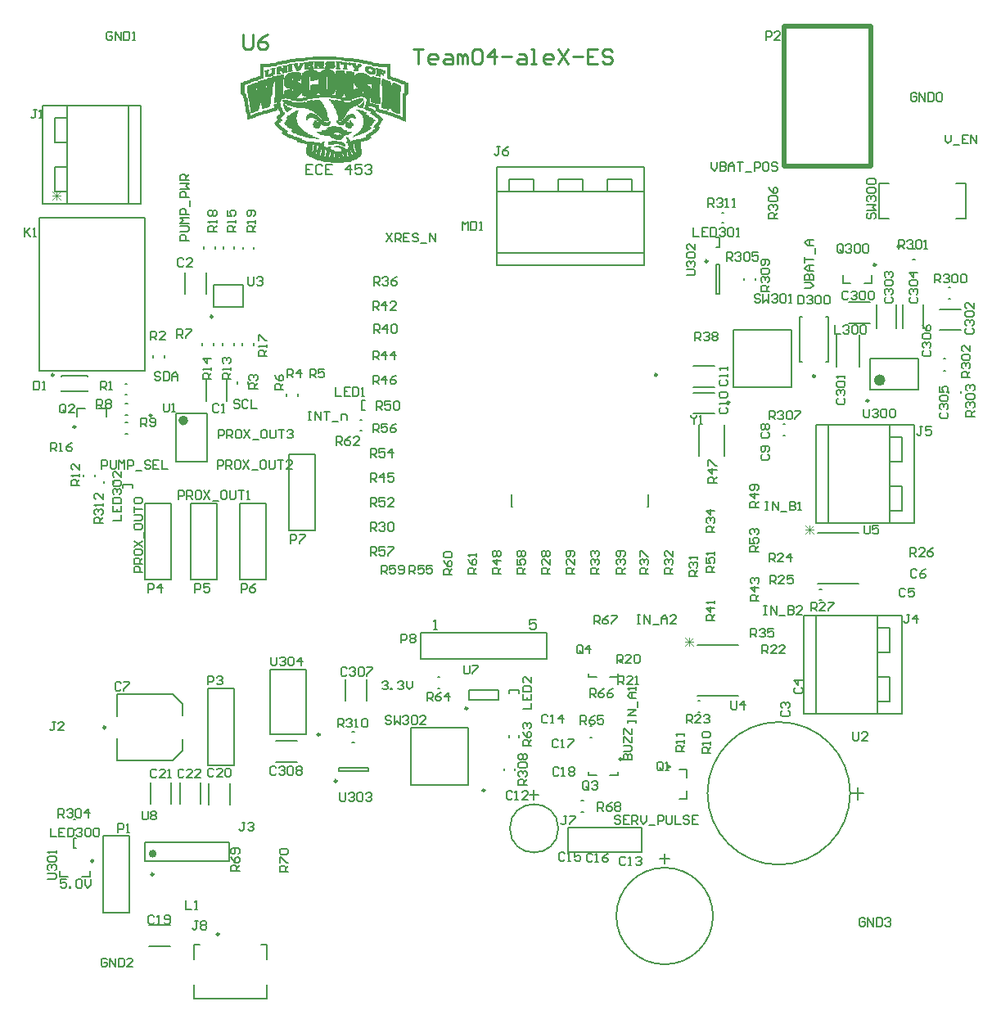
<source format=gto>
G04*
G04 #@! TF.GenerationSoftware,Altium Limited,Altium Designer,23.9.2 (47)*
G04*
G04 Layer_Color=65535*
%FSLAX44Y44*%
%MOMM*%
G71*
G04*
G04 #@! TF.SameCoordinates,AC20B462-CAF6-4E74-BB64-28AA76468CC9*
G04*
G04*
G04 #@! TF.FilePolarity,Positive*
G04*
G01*
G75*
%ADD10C,0.2500*%
%ADD11C,0.5000*%
%ADD12C,0.6000*%
%ADD13C,0.1524*%
%ADD14C,0.2000*%
%ADD15C,0.4000*%
%ADD16C,0.2032*%
%ADD17C,0.5000*%
%ADD18C,0.0508*%
%ADD19C,0.1778*%
%ADD20C,0.2540*%
%ADD21C,0.0762*%
%ADD22C,0.1500*%
%ADD23C,0.1500*%
D10*
X37188Y633152D02*
G03*
X37188Y633152I-1250J0D01*
G01*
X59450Y579627D02*
G03*
X59450Y579627I-1250J0D01*
G01*
X138390Y591377D02*
G03*
X138390Y591377I-1250J0D01*
G01*
X201271Y693577D02*
G03*
X201271Y693577I-1250J0D01*
G01*
X660928Y633350D02*
G03*
X660928Y633350I-1250J0D01*
G01*
X713337Y750979D02*
G03*
X713337Y750979I-1250J0D01*
G01*
X736064Y604744D02*
G03*
X736064Y604744I-1250J0D01*
G01*
X912111Y766045D02*
G03*
X912111Y766045I-1250J0D01*
G01*
X887403Y747227D02*
G03*
X887403Y747227I-1250J0D01*
G01*
X824572Y632090D02*
G03*
X824572Y632090I-1250J0D01*
G01*
X879952Y606627D02*
G03*
X879952Y606627I-1250J0D01*
G01*
X624619Y337600D02*
G03*
X624619Y337600I-1250J0D01*
G01*
Y236000D02*
G03*
X624619Y236000I-1250J0D01*
G01*
X674350Y228000D02*
G03*
X674350Y228000I-1250J0D01*
G01*
X464987Y288450D02*
G03*
X464987Y288450I-1250J0D01*
G01*
X482774Y203700D02*
G03*
X482774Y203700I-1250J0D01*
G01*
X329874Y213300D02*
G03*
X329874Y213300I-1250J0D01*
G01*
X312231Y261232D02*
G03*
X312231Y261232I-1250J0D01*
G01*
X90583Y268710D02*
G03*
X90583Y268710I-1250J0D01*
G01*
X140072Y116803D02*
G03*
X140072Y116803I-1250J0D01*
G01*
X77924Y130610D02*
G03*
X77924Y130610I-1250J0D01*
G01*
X207909Y54626D02*
G03*
X207909Y54626I-1250J0D01*
G01*
D11*
X173444Y586127D02*
G03*
X173444Y586127I-2500J0D01*
G01*
D12*
X894252Y627877D02*
G03*
X894252Y627877I-3000J0D01*
G01*
D13*
X860787Y200500D02*
G03*
X860787Y200500I-73787J0D01*
G01*
X22389Y637607D02*
Y795595D01*
X130847D01*
Y637607D02*
Y795595D01*
X22389Y637607D02*
X130847D01*
X826833Y469681D02*
X869251D01*
X826833Y417103D02*
X869251D01*
X702691Y353789D02*
X745109D01*
X702691Y301211D02*
X745109D01*
X868407Y194150D02*
Y206850D01*
X862057Y200500D02*
X874757D01*
X16464Y626882D02*
Y617995D01*
X20908D01*
X22389Y619476D01*
Y625401D01*
X20908Y626882D01*
X16464D01*
X25351Y617995D02*
X28314D01*
X26833D01*
Y626882D01*
X25351Y625401D01*
X49319Y595415D02*
Y601340D01*
X47838Y602821D01*
X44875D01*
X43394Y601340D01*
Y595415D01*
X44875Y593934D01*
X47838D01*
X46356Y596896D02*
X49319Y593934D01*
X47838D02*
X49319Y595415D01*
X58206Y593934D02*
X52281D01*
X58206Y599858D01*
Y601340D01*
X56725Y602821D01*
X53762D01*
X52281Y601340D01*
X33873Y554356D02*
Y563244D01*
X38316D01*
X39797Y561762D01*
Y558800D01*
X38316Y557319D01*
X33873D01*
X36835D02*
X39797Y554356D01*
X42760D02*
X45722D01*
X44241D01*
Y563244D01*
X42760Y561762D01*
X56090Y563244D02*
X53128Y561762D01*
X50166Y558800D01*
Y555838D01*
X51647Y554356D01*
X54609D01*
X56090Y555838D01*
Y557319D01*
X54609Y558800D01*
X50166D01*
X86583Y536047D02*
Y544934D01*
X91026D01*
X92507Y543453D01*
Y540491D01*
X91026Y539009D01*
X86583D01*
X95470Y544934D02*
Y537528D01*
X96951Y536047D01*
X99913D01*
X101395Y537528D01*
Y544934D01*
X104357Y536047D02*
Y544934D01*
X107319Y541972D01*
X110282Y544934D01*
Y536047D01*
X113244D02*
Y544934D01*
X117688D01*
X119169Y543453D01*
Y540491D01*
X117688Y539009D01*
X113244D01*
X122131Y534566D02*
X128056D01*
X136943Y543453D02*
X135462Y544934D01*
X132500D01*
X131018Y543453D01*
Y541972D01*
X132500Y540491D01*
X135462D01*
X136943Y539009D01*
Y537528D01*
X135462Y536047D01*
X132500D01*
X131018Y537528D01*
X145830Y544934D02*
X139906D01*
Y536047D01*
X145830D01*
X139906Y540491D02*
X142868D01*
X148793Y544934D02*
Y536047D01*
X154717D01*
X63893Y519128D02*
X55006D01*
Y523572D01*
X56488Y525053D01*
X59450D01*
X60931Y523572D01*
Y519128D01*
Y522090D02*
X63893Y525053D01*
Y528015D02*
Y530978D01*
Y529496D01*
X55006D01*
X56488Y528015D01*
X63893Y541346D02*
Y535421D01*
X57969Y541346D01*
X56488D01*
X55006Y539865D01*
Y536902D01*
X56488Y535421D01*
X87643Y479748D02*
X78756D01*
Y484191D01*
X80238Y485672D01*
X83200D01*
X84681Y484191D01*
Y479748D01*
Y482710D02*
X87643Y485672D01*
X80238Y488635D02*
X78756Y490116D01*
Y493078D01*
X80238Y494559D01*
X81719D01*
X83200Y493078D01*
Y491597D01*
Y493078D01*
X84681Y494559D01*
X86162D01*
X87643Y493078D01*
Y490116D01*
X86162Y488635D01*
X87643Y497522D02*
Y500484D01*
Y499003D01*
X78756D01*
X80238Y497522D01*
X87643Y510853D02*
Y504928D01*
X81719Y510853D01*
X80238D01*
X78756Y509371D01*
Y506409D01*
X80238Y504928D01*
X97890Y482820D02*
X106777D01*
Y488745D01*
X97890Y497632D02*
Y491707D01*
X106777D01*
Y497632D01*
X102333Y491707D02*
Y494669D01*
X97890Y500594D02*
X106777D01*
Y505038D01*
X105296Y506519D01*
X99371D01*
X97890Y505038D01*
Y500594D01*
X99371Y509481D02*
X97890Y510962D01*
Y513925D01*
X99371Y515406D01*
X100852D01*
X102333Y513925D01*
Y512444D01*
Y513925D01*
X103814Y515406D01*
X105296D01*
X106777Y513925D01*
Y510962D01*
X105296Y509481D01*
X99371Y518368D02*
X97890Y519850D01*
Y522812D01*
X99371Y524293D01*
X105296D01*
X106777Y522812D01*
Y519850D01*
X105296Y518368D01*
X99371D01*
X106777Y533180D02*
Y527256D01*
X100852Y533180D01*
X99371D01*
X97890Y531699D01*
Y528737D01*
X99371Y527256D01*
X127236Y579756D02*
Y588644D01*
X131679D01*
X133161Y587162D01*
Y584200D01*
X131679Y582719D01*
X127236D01*
X130198D02*
X133161Y579756D01*
X136123Y581238D02*
X137604Y579756D01*
X140567D01*
X142048Y581238D01*
Y587162D01*
X140567Y588644D01*
X137604D01*
X136123Y587162D01*
Y585681D01*
X137604Y584200D01*
X142048D01*
X81494Y598969D02*
Y607856D01*
X85938D01*
X87419Y606375D01*
Y603412D01*
X85938Y601931D01*
X81494D01*
X84457D02*
X87419Y598969D01*
X90381Y606375D02*
X91862Y607856D01*
X94825D01*
X96306Y606375D01*
Y604893D01*
X94825Y603412D01*
X96306Y601931D01*
Y600450D01*
X94825Y598969D01*
X91862D01*
X90381Y600450D01*
Y601931D01*
X91862Y603412D01*
X90381Y604893D01*
Y606375D01*
X91862Y603412D02*
X94825D01*
X85275Y617995D02*
Y626882D01*
X89719D01*
X91200Y625401D01*
Y622438D01*
X89719Y620957D01*
X85275D01*
X88238D02*
X91200Y617995D01*
X94162D02*
X97125D01*
X95644D01*
Y626882D01*
X94162Y625401D01*
X150457Y604004D02*
Y596598D01*
X151938Y595117D01*
X154900D01*
X156382Y596598D01*
Y604004D01*
X159344Y595117D02*
X162306D01*
X160825D01*
Y604004D01*
X159344Y602523D01*
X147452Y634975D02*
X145971Y636456D01*
X143009D01*
X141528Y634975D01*
Y633494D01*
X143009Y632013D01*
X145971D01*
X147452Y630532D01*
Y629050D01*
X145971Y627569D01*
X143009D01*
X141528Y629050D01*
X150415Y636456D02*
Y627569D01*
X154858D01*
X156340Y629050D01*
Y634975D01*
X154858Y636456D01*
X150415D01*
X159302Y627569D02*
Y633494D01*
X162264Y636456D01*
X165227Y633494D01*
Y627569D01*
Y632013D01*
X159302D01*
X137257Y669637D02*
Y678524D01*
X141701D01*
X143182Y677043D01*
Y674081D01*
X141701Y672600D01*
X137257D01*
X140219D02*
X143182Y669637D01*
X152069D02*
X146144D01*
X152069Y675562D01*
Y677043D01*
X150588Y678524D01*
X147625D01*
X146144Y677043D01*
X164601Y671440D02*
Y680327D01*
X169045D01*
X170526Y678846D01*
Y675884D01*
X169045Y674402D01*
X164601D01*
X167564D02*
X170526Y671440D01*
X173488Y680327D02*
X179413D01*
Y678846D01*
X173488Y672921D01*
Y671440D01*
X300151Y595430D02*
X303113D01*
X301632D01*
Y586543D01*
X300151D01*
X303113D01*
X307557D02*
Y595430D01*
X313482Y586543D01*
Y595430D01*
X316444D02*
X322369D01*
X319407D01*
Y586543D01*
X325331Y585061D02*
X331256D01*
X334218Y586543D02*
Y592467D01*
X338662D01*
X340143Y590986D01*
Y586543D01*
X301966Y630441D02*
Y639328D01*
X306410D01*
X307891Y637847D01*
Y634884D01*
X306410Y633403D01*
X301966D01*
X304928D02*
X307891Y630441D01*
X316778Y639328D02*
X310853D01*
Y634884D01*
X313816Y636365D01*
X315297D01*
X316778Y634884D01*
Y631922D01*
X315297Y630441D01*
X312334D01*
X310853Y631922D01*
X274412Y618086D02*
X265525D01*
Y622529D01*
X267006Y624011D01*
X269968D01*
X271450Y622529D01*
Y618086D01*
Y621048D02*
X274412Y624011D01*
X265525Y632898D02*
X267006Y629935D01*
X269968Y626973D01*
X272931D01*
X274412Y628454D01*
Y631416D01*
X272931Y632898D01*
X271450D01*
X269968Y631416D01*
Y626973D01*
X247963Y618729D02*
X239076D01*
Y623173D01*
X240557Y624654D01*
X243519D01*
X245000Y623173D01*
Y618729D01*
Y621692D02*
X247963Y624654D01*
X240557Y627616D02*
X239076Y629098D01*
Y632060D01*
X240557Y633541D01*
X242038D01*
X243519Y632060D01*
Y630579D01*
Y632060D01*
X245000Y633541D01*
X246481D01*
X247963Y632060D01*
Y629098D01*
X246481Y627616D01*
X229025Y606375D02*
X227544Y607856D01*
X224582D01*
X223100Y606375D01*
Y604893D01*
X224582Y603412D01*
X227544D01*
X229025Y601931D01*
Y600450D01*
X227544Y598969D01*
X224582D01*
X223100Y600450D01*
X237912Y606375D02*
X236431Y607856D01*
X233469D01*
X231988Y606375D01*
Y600450D01*
X233469Y598969D01*
X236431D01*
X237912Y600450D01*
X240875Y607856D02*
Y598969D01*
X246800D01*
X207680Y602158D02*
X206199Y603639D01*
X203236D01*
X201755Y602158D01*
Y596233D01*
X203236Y594752D01*
X206199D01*
X207680Y596233D01*
X210642Y594752D02*
X213605D01*
X212123D01*
Y603639D01*
X210642Y602158D01*
X199841Y629235D02*
X190954D01*
Y633678D01*
X192435Y635160D01*
X195397D01*
X196879Y633678D01*
Y629235D01*
Y632197D02*
X199841Y635160D01*
Y638122D02*
Y641084D01*
Y639603D01*
X190954D01*
X192435Y638122D01*
X199841Y649971D02*
X190954D01*
X195397Y645528D01*
Y651453D01*
X220236Y629235D02*
X211349D01*
Y633678D01*
X212830Y635160D01*
X215792D01*
X217273Y633678D01*
Y629235D01*
Y632197D02*
X220236Y635160D01*
Y638122D02*
Y641084D01*
Y639603D01*
X211349D01*
X212830Y638122D01*
Y645528D02*
X211349Y647009D01*
Y649971D01*
X212830Y651453D01*
X214311D01*
X215792Y649971D01*
Y648490D01*
Y649971D01*
X217273Y651453D01*
X218755D01*
X220236Y649971D01*
Y647009D01*
X218755Y645528D01*
X257428Y652847D02*
X248540D01*
Y657290D01*
X250022Y658772D01*
X252984D01*
X254465Y657290D01*
Y652847D01*
Y655809D02*
X257428Y658772D01*
Y661734D02*
Y664696D01*
Y663215D01*
X248540D01*
X250022Y661734D01*
X248540Y669140D02*
Y675065D01*
X250022D01*
X255946Y669140D01*
X257428D01*
X237958Y734738D02*
Y727332D01*
X239439Y725851D01*
X242402D01*
X243883Y727332D01*
Y734738D01*
X246845Y733257D02*
X248326Y734738D01*
X251289D01*
X252770Y733257D01*
Y731775D01*
X251289Y730294D01*
X249808D01*
X251289D01*
X252770Y728813D01*
Y727332D01*
X251289Y725851D01*
X248326D01*
X246845Y727332D01*
X171390Y752731D02*
X169908Y754212D01*
X166946D01*
X165465Y752731D01*
Y746807D01*
X166946Y745325D01*
X169908D01*
X171390Y746807D01*
X180277Y745325D02*
X174352D01*
X180277Y751250D01*
Y752731D01*
X178795Y754212D01*
X175833D01*
X174352Y752731D01*
X205681Y781635D02*
X196794D01*
Y786078D01*
X198275Y787560D01*
X201237D01*
X202718Y786078D01*
Y781635D01*
Y784597D02*
X205681Y787560D01*
Y790522D02*
Y793484D01*
Y792003D01*
X196794D01*
X198275Y790522D01*
Y797928D02*
X196794Y799409D01*
Y802372D01*
X198275Y803853D01*
X199756D01*
X201237Y802372D01*
X202718Y803853D01*
X204200D01*
X205681Y802372D01*
Y799409D01*
X204200Y797928D01*
X202718D01*
X201237Y799409D01*
X199756Y797928D01*
X198275D01*
X201237Y799409D02*
Y802372D01*
X225239Y781635D02*
X216352D01*
Y786078D01*
X217833Y787560D01*
X220795D01*
X222276Y786078D01*
Y781635D01*
Y784597D02*
X225239Y787560D01*
Y790522D02*
Y793484D01*
Y792003D01*
X216352D01*
X217833Y790522D01*
X216352Y803853D02*
Y797928D01*
X220795D01*
X219314Y800890D01*
Y802372D01*
X220795Y803853D01*
X223758D01*
X225239Y802372D01*
Y799409D01*
X223758Y797928D01*
X245559Y781381D02*
X236672D01*
Y785824D01*
X238153Y787306D01*
X241115D01*
X242596Y785824D01*
Y781381D01*
Y784343D02*
X245559Y787306D01*
Y790268D02*
Y793230D01*
Y791749D01*
X236672D01*
X238153Y790268D01*
X244078Y797674D02*
X245559Y799155D01*
Y802117D01*
X244078Y803599D01*
X238153D01*
X236672Y802117D01*
Y799155D01*
X238153Y797674D01*
X239634D01*
X241115Y799155D01*
Y803599D01*
X176574Y772383D02*
X167687D01*
Y776826D01*
X169168Y778307D01*
X172130D01*
X173611Y776826D01*
Y772383D01*
X167687Y781270D02*
X175093D01*
X176574Y782751D01*
Y785713D01*
X175093Y787195D01*
X167687D01*
X176574Y790157D02*
X167687D01*
X170649Y793119D01*
X167687Y796082D01*
X176574D01*
Y799044D02*
X167687D01*
Y803488D01*
X169168Y804969D01*
X172130D01*
X173611Y803488D01*
Y799044D01*
X178055Y807931D02*
Y813856D01*
X176574Y816818D02*
X167687D01*
Y821262D01*
X169168Y822743D01*
X172130D01*
X173611Y821262D01*
Y816818D01*
X167687Y825705D02*
X176574D01*
X173611Y828668D01*
X176574Y831630D01*
X167687D01*
X176574Y834593D02*
X167687D01*
Y839036D01*
X169168Y840517D01*
X172130D01*
X173611Y839036D01*
Y834593D01*
Y837555D02*
X176574Y840517D01*
X19050Y907762D02*
X16088D01*
X17569D01*
Y900356D01*
X16088Y898875D01*
X14606D01*
X13125Y900356D01*
X22012Y898875D02*
X24975D01*
X23494D01*
Y907762D01*
X22012Y906280D01*
X6775Y785494D02*
Y776606D01*
Y779569D01*
X12700Y785494D01*
X8256Y781050D01*
X12700Y776606D01*
X15662D02*
X18625D01*
X17144D01*
Y785494D01*
X15662Y784012D01*
X207048Y567797D02*
Y576684D01*
X211492D01*
X212973Y575203D01*
Y572241D01*
X211492Y570759D01*
X207048D01*
X215935Y567797D02*
Y576684D01*
X220379D01*
X221860Y575203D01*
Y572241D01*
X220379Y570759D01*
X215935D01*
X218897D02*
X221860Y567797D01*
X229266Y576684D02*
X226303D01*
X224822Y575203D01*
Y569278D01*
X226303Y567797D01*
X229266D01*
X230747Y569278D01*
Y575203D01*
X229266Y576684D01*
X233709D02*
X239634Y567797D01*
Y576684D02*
X233709Y567797D01*
X242596Y566316D02*
X248521D01*
X255927Y576684D02*
X252965D01*
X251484Y575203D01*
Y569278D01*
X252965Y567797D01*
X255927D01*
X257408Y569278D01*
Y575203D01*
X255927Y576684D01*
X260371D02*
Y569278D01*
X261852Y567797D01*
X264814D01*
X266296Y569278D01*
Y576684D01*
X269258D02*
X275183D01*
X272220D01*
Y567797D01*
X278145Y575203D02*
X279626Y576684D01*
X282589D01*
X284070Y575203D01*
Y573722D01*
X282589Y572241D01*
X281107D01*
X282589D01*
X284070Y570759D01*
Y569278D01*
X282589Y567797D01*
X279626D01*
X278145Y569278D01*
X206262Y536335D02*
Y545223D01*
X210706D01*
X212187Y543741D01*
Y540779D01*
X210706Y539298D01*
X206262D01*
X215149Y536335D02*
Y545223D01*
X219593D01*
X221074Y543741D01*
Y540779D01*
X219593Y539298D01*
X215149D01*
X218111D02*
X221074Y536335D01*
X228480Y545223D02*
X225518D01*
X224036Y543741D01*
Y537817D01*
X225518Y536335D01*
X228480D01*
X229961Y537817D01*
Y543741D01*
X228480Y545223D01*
X232923D02*
X238848Y536335D01*
Y545223D02*
X232923Y536335D01*
X241810Y534854D02*
X247735D01*
X255141Y545223D02*
X252179D01*
X250698Y543741D01*
Y537817D01*
X252179Y536335D01*
X255141D01*
X256622Y537817D01*
Y543741D01*
X255141Y545223D01*
X259585D02*
Y537817D01*
X261066Y536335D01*
X264028D01*
X265510Y537817D01*
Y545223D01*
X268472D02*
X274397D01*
X271434D01*
Y536335D01*
X283284D02*
X277359D01*
X283284Y542260D01*
Y543741D01*
X281803Y545223D01*
X278840D01*
X277359Y543741D01*
X165618Y504742D02*
Y513629D01*
X170062D01*
X171543Y512148D01*
Y509185D01*
X170062Y507704D01*
X165618D01*
X174506Y504742D02*
Y513629D01*
X178949D01*
X180430Y512148D01*
Y509185D01*
X178949Y507704D01*
X174506D01*
X177468D02*
X180430Y504742D01*
X187836Y513629D02*
X184874D01*
X183393Y512148D01*
Y506223D01*
X184874Y504742D01*
X187836D01*
X189317Y506223D01*
Y512148D01*
X187836Y513629D01*
X192280D02*
X198205Y504742D01*
Y513629D02*
X192280Y504742D01*
X201167Y503261D02*
X207092D01*
X214498Y513629D02*
X211535D01*
X210054Y512148D01*
Y506223D01*
X211535Y504742D01*
X214498D01*
X215979Y506223D01*
Y512148D01*
X214498Y513629D01*
X218941D02*
Y506223D01*
X220422Y504742D01*
X223385D01*
X224866Y506223D01*
Y513629D01*
X227828D02*
X233753D01*
X230791D01*
Y504742D01*
X236716D02*
X239678D01*
X238197D01*
Y513629D01*
X236716Y512148D01*
X128772Y429213D02*
X119885D01*
Y433657D01*
X121366Y435138D01*
X124328D01*
X125809Y433657D01*
Y429213D01*
X128772Y438101D02*
X119885D01*
Y442544D01*
X121366Y444025D01*
X124328D01*
X125809Y442544D01*
Y438101D01*
Y441063D02*
X128772Y444025D01*
X119885Y451431D02*
Y448469D01*
X121366Y446988D01*
X127291D01*
X128772Y448469D01*
Y451431D01*
X127291Y452912D01*
X121366D01*
X119885Y451431D01*
Y455875D02*
X128772Y461800D01*
X119885D02*
X128772Y455875D01*
X130253Y464762D02*
Y470687D01*
X119885Y478093D02*
Y475130D01*
X121366Y473649D01*
X127291D01*
X128772Y475130D01*
Y478093D01*
X127291Y479574D01*
X121366D01*
X119885Y478093D01*
Y482536D02*
X127291D01*
X128772Y484017D01*
Y486980D01*
X127291Y488461D01*
X119885D01*
Y491423D02*
Y497348D01*
Y494386D01*
X128772D01*
X121366Y500311D02*
X119885Y501792D01*
Y504754D01*
X121366Y506235D01*
X127291D01*
X128772Y504754D01*
Y501792D01*
X127291Y500311D01*
X121366D01*
X282004Y459106D02*
Y467994D01*
X286448D01*
X287929Y466512D01*
Y463550D01*
X286448Y462069D01*
X282004D01*
X290891Y467994D02*
X296816D01*
Y466512D01*
X290891Y460588D01*
Y459106D01*
X230737Y408306D02*
Y417194D01*
X235180D01*
X236661Y415712D01*
Y412750D01*
X235180Y411269D01*
X230737D01*
X245548Y417194D02*
X242586Y415712D01*
X239624Y412750D01*
Y409788D01*
X241105Y408306D01*
X244067D01*
X245548Y409788D01*
Y411269D01*
X244067Y412750D01*
X239624D01*
X183263Y408306D02*
Y417194D01*
X187707D01*
X189188Y415712D01*
Y412750D01*
X187707Y411269D01*
X183263D01*
X198075Y417194D02*
X192150D01*
Y412750D01*
X195113Y414231D01*
X196594D01*
X198075Y412750D01*
Y409788D01*
X196594Y408306D01*
X193631D01*
X192150Y409788D01*
X134642Y408306D02*
Y417194D01*
X139085D01*
X140567Y415712D01*
Y412750D01*
X139085Y411269D01*
X134642D01*
X147973Y408306D02*
Y417194D01*
X143529Y412750D01*
X149454D01*
X499537Y427834D02*
X490650D01*
Y432278D01*
X492132Y433759D01*
X495094D01*
X496575Y432278D01*
Y427834D01*
Y430797D02*
X499537Y433759D01*
Y441165D02*
X490650D01*
X495094Y436721D01*
Y442646D01*
X492132Y445609D02*
X490650Y447090D01*
Y450052D01*
X492132Y451533D01*
X493613D01*
X495094Y450052D01*
X496575Y451533D01*
X498056D01*
X499537Y450052D01*
Y447090D01*
X498056Y445609D01*
X496575D01*
X495094Y447090D01*
X493613Y445609D01*
X492132D01*
X495094Y447090D02*
Y450052D01*
X524937Y427834D02*
X516050D01*
Y432278D01*
X517532Y433759D01*
X520494D01*
X521975Y432278D01*
Y427834D01*
Y430797D02*
X524937Y433759D01*
X516050Y442646D02*
Y436721D01*
X520494D01*
X519013Y439684D01*
Y441165D01*
X520494Y442646D01*
X523456D01*
X524937Y441165D01*
Y438203D01*
X523456Y436721D01*
X517532Y445609D02*
X516050Y447090D01*
Y450052D01*
X517532Y451533D01*
X519013D01*
X520494Y450052D01*
X521975Y451533D01*
X523456D01*
X524937Y450052D01*
Y447090D01*
X523456Y445609D01*
X521975D01*
X520494Y447090D01*
X519013Y445609D01*
X517532D01*
X520494Y447090D02*
Y450052D01*
X550337Y427834D02*
X541450D01*
Y432278D01*
X542932Y433759D01*
X545894D01*
X547375Y432278D01*
Y427834D01*
Y430797D02*
X550337Y433759D01*
Y442646D02*
Y436721D01*
X544413Y442646D01*
X542932D01*
X541450Y441165D01*
Y438203D01*
X542932Y436721D01*
Y445609D02*
X541450Y447090D01*
Y450052D01*
X542932Y451533D01*
X544413D01*
X545894Y450052D01*
X547375Y451533D01*
X548856D01*
X550337Y450052D01*
Y447090D01*
X548856Y445609D01*
X547375D01*
X545894Y447090D01*
X544413Y445609D01*
X542932D01*
X545894Y447090D02*
Y450052D01*
X575737Y427834D02*
X566850D01*
Y432278D01*
X568331Y433759D01*
X571294D01*
X572775Y432278D01*
Y427834D01*
Y430797D02*
X575737Y433759D01*
Y442646D02*
Y436721D01*
X569813Y442646D01*
X568331D01*
X566850Y441165D01*
Y438203D01*
X568331Y436721D01*
X574256Y445609D02*
X575737Y447090D01*
Y450052D01*
X574256Y451533D01*
X568331D01*
X566850Y450052D01*
Y447090D01*
X568331Y445609D01*
X569813D01*
X571294Y447090D01*
Y451533D01*
X601137Y427834D02*
X592250D01*
Y432278D01*
X593731Y433759D01*
X596694D01*
X598175Y432278D01*
Y427834D01*
Y430797D02*
X601137Y433759D01*
X593731Y436721D02*
X592250Y438203D01*
Y441165D01*
X593731Y442646D01*
X595213D01*
X596694Y441165D01*
Y439684D01*
Y441165D01*
X598175Y442646D01*
X599656D01*
X601137Y441165D01*
Y438203D01*
X599656Y436721D01*
X593731Y445609D02*
X592250Y447090D01*
Y450052D01*
X593731Y451533D01*
X595213D01*
X596694Y450052D01*
Y448571D01*
Y450052D01*
X598175Y451533D01*
X599656D01*
X601137Y450052D01*
Y447090D01*
X599656Y445609D01*
X627807Y427834D02*
X618920D01*
Y432278D01*
X620401Y433759D01*
X623364D01*
X624845Y432278D01*
Y427834D01*
Y430797D02*
X627807Y433759D01*
X620401Y436721D02*
X618920Y438203D01*
Y441165D01*
X620401Y442646D01*
X621883D01*
X623364Y441165D01*
Y439684D01*
Y441165D01*
X624845Y442646D01*
X626326D01*
X627807Y441165D01*
Y438203D01*
X626326Y436721D01*
Y445609D02*
X627807Y447090D01*
Y450052D01*
X626326Y451533D01*
X620401D01*
X618920Y450052D01*
Y447090D01*
X620401Y445609D01*
X621883D01*
X623364Y447090D01*
Y451533D01*
X652143Y427834D02*
X643256D01*
Y432278D01*
X644738Y433759D01*
X647700D01*
X649181Y432278D01*
Y427834D01*
Y430797D02*
X652143Y433759D01*
X644738Y436721D02*
X643256Y438203D01*
Y441165D01*
X644738Y442646D01*
X646219D01*
X647700Y441165D01*
Y439684D01*
Y441165D01*
X649181Y442646D01*
X650662D01*
X652143Y441165D01*
Y438203D01*
X650662Y436721D01*
X643256Y445609D02*
Y451533D01*
X644738D01*
X650662Y445609D01*
X652143D01*
X677544Y427834D02*
X668656D01*
Y432278D01*
X670138Y433759D01*
X673100D01*
X674581Y432278D01*
Y427834D01*
Y430797D02*
X677544Y433759D01*
X670138Y436721D02*
X668656Y438203D01*
Y441165D01*
X670138Y442646D01*
X671619D01*
X673100Y441165D01*
Y439684D01*
Y441165D01*
X674581Y442646D01*
X676062D01*
X677544Y441165D01*
Y438203D01*
X676062Y436721D01*
X677544Y451533D02*
Y445608D01*
X671619Y451533D01*
X670138D01*
X668656Y450052D01*
Y447090D01*
X670138Y445608D01*
X703112Y424872D02*
X694225D01*
Y429315D01*
X695706Y430797D01*
X698669D01*
X700150Y429315D01*
Y424872D01*
Y427834D02*
X703112Y430797D01*
X695706Y433759D02*
X694225Y435240D01*
Y438203D01*
X695706Y439684D01*
X697188D01*
X698669Y438203D01*
Y436721D01*
Y438203D01*
X700150Y439684D01*
X701631D01*
X703112Y438203D01*
Y435240D01*
X701631Y433759D01*
X703112Y442646D02*
Y445609D01*
Y444127D01*
X694225D01*
X695706Y442646D01*
X474344Y427782D02*
X465456D01*
Y432225D01*
X466938Y433706D01*
X469900D01*
X471381Y432225D01*
Y427782D01*
Y430744D02*
X474344Y433706D01*
X465456Y442594D02*
X466938Y439631D01*
X469900Y436669D01*
X472862D01*
X474344Y438150D01*
Y441112D01*
X472862Y442594D01*
X471381D01*
X469900Y441112D01*
Y436669D01*
X474344Y445556D02*
Y448518D01*
Y447037D01*
X465456D01*
X466938Y445556D01*
X448944Y426301D02*
X440056D01*
Y430744D01*
X441538Y432225D01*
X444500D01*
X445981Y430744D01*
Y426301D01*
Y429263D02*
X448944Y432225D01*
X440056Y441112D02*
X441538Y438150D01*
X444500Y435188D01*
X447462D01*
X448944Y436669D01*
Y439631D01*
X447462Y441112D01*
X445981D01*
X444500Y439631D01*
Y435188D01*
X441538Y444075D02*
X440056Y445556D01*
Y448518D01*
X441538Y450000D01*
X447462D01*
X448944Y448518D01*
Y445556D01*
X447462Y444075D01*
X441538D01*
X404888Y427356D02*
Y436244D01*
X409332D01*
X410813Y434762D01*
Y431800D01*
X409332Y430319D01*
X404888D01*
X407850D02*
X410813Y427356D01*
X419700Y436244D02*
X413775D01*
Y431800D01*
X416738Y433281D01*
X418219D01*
X419700Y431800D01*
Y428838D01*
X418219Y427356D01*
X415256D01*
X413775Y428838D01*
X428587Y436244D02*
X422662D01*
Y431800D01*
X425625Y433281D01*
X427106D01*
X428587Y431800D01*
Y428838D01*
X427106Y427356D01*
X424143D01*
X422662Y428838D01*
X375500Y427356D02*
Y436244D01*
X379944D01*
X381425Y434762D01*
Y431800D01*
X379944Y430319D01*
X375500D01*
X378463D02*
X381425Y427356D01*
X390312Y436244D02*
X384388D01*
Y431800D01*
X387350Y433281D01*
X388831D01*
X390312Y431800D01*
Y428838D01*
X388831Y427356D01*
X385869D01*
X384388Y428838D01*
X393275D02*
X394756Y427356D01*
X397718D01*
X399199Y428838D01*
Y434762D01*
X397718Y436244D01*
X394756D01*
X393275Y434762D01*
Y433281D01*
X394756Y431800D01*
X399199D01*
X381220Y779884D02*
X387145Y770997D01*
Y779884D02*
X381220Y770997D01*
X390107D02*
Y779884D01*
X394551D01*
X396032Y778403D01*
Y775441D01*
X394551Y773959D01*
X390107D01*
X393069D02*
X396032Y770997D01*
X404919Y779884D02*
X398994D01*
Y770997D01*
X404919D01*
X398994Y775441D02*
X401956D01*
X413806Y778403D02*
X412325Y779884D01*
X409362D01*
X407881Y778403D01*
Y776922D01*
X409362Y775441D01*
X412325D01*
X413806Y773959D01*
Y772478D01*
X412325Y770997D01*
X409362D01*
X407881Y772478D01*
X416768Y769516D02*
X422693D01*
X425656Y770997D02*
Y779884D01*
X431580Y770997D01*
Y779884D01*
X459532Y782956D02*
Y791844D01*
X462494Y788881D01*
X465456Y791844D01*
Y782956D01*
X468419Y791844D02*
Y782956D01*
X472862D01*
X474344Y784438D01*
Y790362D01*
X472862Y791844D01*
X468419D01*
X477306Y782956D02*
X480268D01*
X478787D01*
Y791844D01*
X477306Y790362D01*
X328596Y620394D02*
Y611506D01*
X334521D01*
X343408Y620394D02*
X337483D01*
Y611506D01*
X343408D01*
X337483Y615950D02*
X340446D01*
X346370Y620394D02*
Y611506D01*
X350814D01*
X352295Y612988D01*
Y618912D01*
X350814Y620394D01*
X346370D01*
X355257Y611506D02*
X358220D01*
X356739D01*
Y620394D01*
X355257Y618912D01*
X329232Y560706D02*
Y569594D01*
X333675D01*
X335156Y568112D01*
Y565150D01*
X333675Y563669D01*
X329232D01*
X332194D02*
X335156Y560706D01*
X344044Y569594D02*
X341081Y568112D01*
X338119Y565150D01*
Y562188D01*
X339600Y560706D01*
X342562D01*
X344044Y562188D01*
Y563669D01*
X342562Y565150D01*
X338119D01*
X352931Y560706D02*
X347006D01*
X352931Y566631D01*
Y568112D01*
X351449Y569594D01*
X348487D01*
X347006Y568112D01*
X364815Y446406D02*
Y455294D01*
X369258D01*
X370740Y453812D01*
Y450850D01*
X369258Y449369D01*
X364815D01*
X367777D02*
X370740Y446406D01*
X379627Y455294D02*
X373702D01*
Y450850D01*
X376664Y452331D01*
X378146D01*
X379627Y450850D01*
Y447888D01*
X378146Y446406D01*
X375183D01*
X373702Y447888D01*
X382589Y455294D02*
X388514D01*
Y453812D01*
X382589Y447888D01*
Y446406D01*
X364815Y471806D02*
Y480694D01*
X369258D01*
X370740Y479212D01*
Y476250D01*
X369258Y474769D01*
X364815D01*
X367777D02*
X370740Y471806D01*
X373702Y479212D02*
X375183Y480694D01*
X378146D01*
X379627Y479212D01*
Y477731D01*
X378146Y476250D01*
X376664D01*
X378146D01*
X379627Y474769D01*
Y473288D01*
X378146Y471806D01*
X375183D01*
X373702Y473288D01*
X382589Y479212D02*
X384070Y480694D01*
X387033D01*
X388514Y479212D01*
Y473288D01*
X387033Y471806D01*
X384070D01*
X382589Y473288D01*
Y479212D01*
X364815Y497206D02*
Y506094D01*
X369258D01*
X370740Y504612D01*
Y501650D01*
X369258Y500169D01*
X364815D01*
X367777D02*
X370740Y497206D01*
X379627Y506094D02*
X373702D01*
Y501650D01*
X376664Y503131D01*
X378146D01*
X379627Y501650D01*
Y498688D01*
X378146Y497206D01*
X375183D01*
X373702Y498688D01*
X388514Y497206D02*
X382589D01*
X388514Y503131D01*
Y504612D01*
X387033Y506094D01*
X384070D01*
X382589Y504612D01*
X364815Y522606D02*
Y531494D01*
X369258D01*
X370740Y530012D01*
Y527050D01*
X369258Y525569D01*
X364815D01*
X367777D02*
X370740Y522606D01*
X378146D02*
Y531494D01*
X373702Y527050D01*
X379627D01*
X388514Y531494D02*
X382589D01*
Y527050D01*
X385551Y528531D01*
X387033D01*
X388514Y527050D01*
Y524088D01*
X387033Y522606D01*
X384070D01*
X382589Y524088D01*
X364815Y548006D02*
Y556894D01*
X369258D01*
X370740Y555412D01*
Y552450D01*
X369258Y550969D01*
X364815D01*
X367777D02*
X370740Y548006D01*
X379627Y556894D02*
X373702D01*
Y552450D01*
X376664Y553931D01*
X378146D01*
X379627Y552450D01*
Y549488D01*
X378146Y548006D01*
X375183D01*
X373702Y549488D01*
X387033Y548006D02*
Y556894D01*
X382589Y552450D01*
X388514D01*
X367187Y574023D02*
Y582910D01*
X371631D01*
X373112Y581429D01*
Y578466D01*
X371631Y576985D01*
X367187D01*
X370150D02*
X373112Y574023D01*
X381999Y582910D02*
X376074D01*
Y578466D01*
X379037Y579948D01*
X380518D01*
X381999Y578466D01*
Y575504D01*
X380518Y574023D01*
X377556D01*
X376074Y575504D01*
X390886Y582910D02*
X387924Y581429D01*
X384962Y578466D01*
Y575504D01*
X386443Y574023D01*
X389405D01*
X390886Y575504D01*
Y576985D01*
X389405Y578466D01*
X384962D01*
X370636Y597175D02*
Y606062D01*
X375079D01*
X376561Y604581D01*
Y601619D01*
X375079Y600138D01*
X370636D01*
X373598D02*
X376561Y597175D01*
X385448Y606062D02*
X379523D01*
Y601619D01*
X382485Y603100D01*
X383966D01*
X385448Y601619D01*
Y598657D01*
X383966Y597175D01*
X381004D01*
X379523Y598657D01*
X388410Y604581D02*
X389891Y606062D01*
X392854D01*
X394335Y604581D01*
Y598657D01*
X392854Y597175D01*
X389891D01*
X388410Y598657D01*
Y604581D01*
X367187Y623888D02*
Y632775D01*
X371631D01*
X373112Y631294D01*
Y628332D01*
X371631Y626850D01*
X367187D01*
X370150D02*
X373112Y623888D01*
X380518D02*
Y632775D01*
X376074Y628332D01*
X381999D01*
X390886Y632775D02*
X387924Y631294D01*
X384962Y628332D01*
Y625369D01*
X386443Y623888D01*
X389405D01*
X390886Y625369D01*
Y626850D01*
X389405Y628332D01*
X384962D01*
X367187Y649108D02*
Y657995D01*
X371631D01*
X373112Y656514D01*
Y653552D01*
X371631Y652071D01*
X367187D01*
X370150D02*
X373112Y649108D01*
X380518D02*
Y657995D01*
X376074Y653552D01*
X381999D01*
X389405Y649108D02*
Y657995D01*
X384962Y653552D01*
X390886D01*
X368134Y676540D02*
Y685427D01*
X372578D01*
X374059Y683946D01*
Y680984D01*
X372578Y679503D01*
X368134D01*
X371097D02*
X374059Y676540D01*
X381465D02*
Y685427D01*
X377022Y680984D01*
X382946D01*
X385909Y683946D02*
X387390Y685427D01*
X390352D01*
X391833Y683946D01*
Y678021D01*
X390352Y676540D01*
X387390D01*
X385909Y678021D01*
Y683946D01*
X367187Y700406D02*
Y709294D01*
X371631D01*
X373112Y707812D01*
Y704850D01*
X371631Y703369D01*
X367187D01*
X370150D02*
X373112Y700406D01*
X380518D02*
Y709294D01*
X376074Y704850D01*
X381999D01*
X390886Y700406D02*
X384962D01*
X390886Y706331D01*
Y707812D01*
X389405Y709294D01*
X386443D01*
X384962Y707812D01*
X368134Y725851D02*
Y734738D01*
X372578D01*
X374059Y733257D01*
Y730294D01*
X372578Y728813D01*
X368134D01*
X371097D02*
X374059Y725851D01*
X377022Y733257D02*
X378503Y734738D01*
X381465D01*
X382946Y733257D01*
Y731775D01*
X381465Y730294D01*
X379984D01*
X381465D01*
X382946Y728813D01*
Y727332D01*
X381465Y725851D01*
X378503D01*
X377022Y727332D01*
X391833Y734738D02*
X388871Y733257D01*
X385909Y730294D01*
Y727332D01*
X387390Y725851D01*
X390352D01*
X391833Y727332D01*
Y728813D01*
X390352Y730294D01*
X385909D01*
X773644Y979806D02*
Y988694D01*
X778088D01*
X779569Y987212D01*
Y984250D01*
X778088Y982769D01*
X773644D01*
X788456Y979806D02*
X782531D01*
X788456Y985731D01*
Y987212D01*
X786975Y988694D01*
X784012D01*
X782531Y987212D01*
X717193Y853384D02*
Y847459D01*
X720155Y844497D01*
X723118Y847459D01*
Y853384D01*
X726080D02*
Y844497D01*
X730524D01*
X732005Y845978D01*
Y847459D01*
X730524Y848941D01*
X726080D01*
X730524D01*
X732005Y850422D01*
Y851903D01*
X730524Y853384D01*
X726080D01*
X734967Y844497D02*
Y850422D01*
X737930Y853384D01*
X740892Y850422D01*
Y844497D01*
Y848941D01*
X734967D01*
X743854Y853384D02*
X749779D01*
X746817D01*
Y844497D01*
X752741Y843016D02*
X758666D01*
X761628Y844497D02*
Y853384D01*
X766072D01*
X767553Y851903D01*
Y848941D01*
X766072Y847459D01*
X761628D01*
X774959Y853384D02*
X771997D01*
X770516Y851903D01*
Y845978D01*
X771997Y844497D01*
X774959D01*
X776440Y845978D01*
Y851903D01*
X774959Y853384D01*
X785328Y851903D02*
X783846Y853384D01*
X780884D01*
X779403Y851903D01*
Y850422D01*
X780884Y848941D01*
X783846D01*
X785328Y847459D01*
Y845978D01*
X783846Y844497D01*
X780884D01*
X779403Y845978D01*
X713913Y806880D02*
Y815767D01*
X718356D01*
X719837Y814286D01*
Y811323D01*
X718356Y809842D01*
X713913D01*
X716875D02*
X719837Y806880D01*
X722800Y814286D02*
X724281Y815767D01*
X727243D01*
X728724Y814286D01*
Y812805D01*
X727243Y811323D01*
X725762D01*
X727243D01*
X728724Y809842D01*
Y808361D01*
X727243Y806880D01*
X724281D01*
X722800Y808361D01*
X731687Y806880D02*
X734649D01*
X733168D01*
Y815767D01*
X731687Y814286D01*
X739093Y806880D02*
X742055D01*
X740574D01*
Y815767D01*
X739093Y814286D01*
X698888Y785494D02*
Y776606D01*
X704813D01*
X713700Y785494D02*
X707775D01*
Y776606D01*
X713700D01*
X707775Y781050D02*
X710738D01*
X716662Y785494D02*
Y776606D01*
X721106D01*
X722587Y778088D01*
Y784012D01*
X721106Y785494D01*
X716662D01*
X725549Y784012D02*
X727031Y785494D01*
X729993D01*
X731474Y784012D01*
Y782531D01*
X729993Y781050D01*
X728512D01*
X729993D01*
X731474Y779569D01*
Y778088D01*
X729993Y776606D01*
X727031D01*
X725549Y778088D01*
X734437Y784012D02*
X735918Y785494D01*
X738880D01*
X740361Y784012D01*
Y778088D01*
X738880Y776606D01*
X735918D01*
X734437Y778088D01*
Y784012D01*
X743324Y776606D02*
X746286D01*
X744805D01*
Y785494D01*
X743324Y784012D01*
X733007Y751206D02*
Y760094D01*
X737450D01*
X738932Y758612D01*
Y755650D01*
X737450Y754169D01*
X733007D01*
X735969D02*
X738932Y751206D01*
X741894Y758612D02*
X743375Y760094D01*
X746338D01*
X747819Y758612D01*
Y757131D01*
X746338Y755650D01*
X744856D01*
X746338D01*
X747819Y754169D01*
Y752688D01*
X746338Y751206D01*
X743375D01*
X741894Y752688D01*
X750781Y758612D02*
X752262Y760094D01*
X755225D01*
X756706Y758612D01*
Y752688D01*
X755225Y751206D01*
X752262D01*
X750781Y752688D01*
Y758612D01*
X765593Y760094D02*
X759668D01*
Y755650D01*
X762631Y757131D01*
X764112D01*
X765593Y755650D01*
Y752688D01*
X764112Y751206D01*
X761150D01*
X759668Y752688D01*
X785494Y794613D02*
X776606D01*
Y799057D01*
X778088Y800538D01*
X781050D01*
X782531Y799057D01*
Y794613D01*
Y797576D02*
X785494Y800538D01*
X778088Y803500D02*
X776606Y804982D01*
Y807944D01*
X778088Y809425D01*
X779569D01*
X781050Y807944D01*
Y806463D01*
Y807944D01*
X782531Y809425D01*
X784012D01*
X785494Y807944D01*
Y804982D01*
X784012Y803500D01*
X778088Y812387D02*
X776606Y813869D01*
Y816831D01*
X778088Y818312D01*
X784012D01*
X785494Y816831D01*
Y813869D01*
X784012Y812387D01*
X778088D01*
X776606Y827199D02*
X778088Y824237D01*
X781050Y821275D01*
X784012D01*
X785494Y822756D01*
Y825718D01*
X784012Y827199D01*
X782531D01*
X781050Y825718D01*
Y821275D01*
X777421Y719959D02*
X768533D01*
Y724403D01*
X770015Y725884D01*
X772977D01*
X774458Y724403D01*
Y719959D01*
Y722922D02*
X777421Y725884D01*
X770015Y728846D02*
X768533Y730327D01*
Y733290D01*
X770015Y734771D01*
X771496D01*
X772977Y733290D01*
Y731809D01*
Y733290D01*
X774458Y734771D01*
X775939D01*
X777421Y733290D01*
Y730327D01*
X775939Y728846D01*
X770015Y737733D02*
X768533Y739215D01*
Y742177D01*
X770015Y743658D01*
X775939D01*
X777421Y742177D01*
Y739215D01*
X775939Y737733D01*
X770015D01*
X775939Y746620D02*
X777421Y748102D01*
Y751064D01*
X775939Y752545D01*
X770015D01*
X768533Y751064D01*
Y748102D01*
X770015Y746620D01*
X771496D01*
X772977Y748102D01*
Y752545D01*
X691570Y736252D02*
X698976D01*
X700457Y737733D01*
Y740696D01*
X698976Y742177D01*
X691570D01*
X693051Y745139D02*
X691570Y746620D01*
Y749583D01*
X693051Y751064D01*
X694532D01*
X696014Y749583D01*
Y748102D01*
Y749583D01*
X697495Y751064D01*
X698976D01*
X700457Y749583D01*
Y746620D01*
X698976Y745139D01*
X693051Y754026D02*
X691570Y755508D01*
Y758470D01*
X693051Y759951D01*
X698976D01*
X700457Y758470D01*
Y755508D01*
X698976Y754026D01*
X693051D01*
X700457Y768838D02*
Y762914D01*
X694532Y768838D01*
X693051D01*
X691570Y767357D01*
Y764395D01*
X693051Y762914D01*
X767719Y715394D02*
X766238Y716876D01*
X763276D01*
X761795Y715394D01*
Y713913D01*
X763276Y712432D01*
X766238D01*
X767719Y710951D01*
Y709470D01*
X766238Y707988D01*
X763276D01*
X761795Y709470D01*
X770682Y716876D02*
Y707988D01*
X773644Y710951D01*
X776606Y707988D01*
Y716876D01*
X779569Y715394D02*
X781050Y716876D01*
X784012D01*
X785494Y715394D01*
Y713913D01*
X784012Y712432D01*
X782531D01*
X784012D01*
X785494Y710951D01*
Y709470D01*
X784012Y707988D01*
X781050D01*
X779569Y709470D01*
X788456Y715394D02*
X789937Y716876D01*
X792899D01*
X794381Y715394D01*
Y709470D01*
X792899Y707988D01*
X789937D01*
X788456Y709470D01*
Y715394D01*
X797343Y707988D02*
X800305D01*
X798824D01*
Y716876D01*
X797343Y715394D01*
X929432Y923712D02*
X927951Y925194D01*
X924988D01*
X923507Y923712D01*
Y917788D01*
X924988Y916306D01*
X927951D01*
X929432Y917788D01*
Y920750D01*
X926469D01*
X932394Y916306D02*
Y925194D01*
X938319Y916306D01*
Y925194D01*
X941281D02*
Y916306D01*
X945725D01*
X947206Y917788D01*
Y923712D01*
X945725Y925194D01*
X941281D01*
X950168Y923712D02*
X951649Y925194D01*
X954612D01*
X956093Y923712D01*
Y917788D01*
X954612Y916306D01*
X951649D01*
X950168Y917788D01*
Y923712D01*
X959055Y881484D02*
Y875559D01*
X962018Y872597D01*
X964980Y875559D01*
Y881484D01*
X967943Y871116D02*
X973867D01*
X982754Y881484D02*
X976830D01*
Y872597D01*
X982754D01*
X976830Y877041D02*
X979792D01*
X985717Y872597D02*
Y881484D01*
X991641Y872597D01*
Y881484D01*
X879640Y800538D02*
X878158Y799057D01*
Y796094D01*
X879640Y794613D01*
X881121D01*
X882602Y796094D01*
Y799057D01*
X884083Y800538D01*
X885564D01*
X887045Y799057D01*
Y796094D01*
X885564Y794613D01*
X878158Y803500D02*
X887045D01*
X884083Y806463D01*
X887045Y809425D01*
X878158D01*
X879640Y812387D02*
X878158Y813869D01*
Y816831D01*
X879640Y818312D01*
X881121D01*
X882602Y816831D01*
Y815350D01*
Y816831D01*
X884083Y818312D01*
X885564D01*
X887045Y816831D01*
Y813869D01*
X885564Y812387D01*
X879640Y821274D02*
X878158Y822756D01*
Y825718D01*
X879640Y827199D01*
X885564D01*
X887045Y825718D01*
Y822756D01*
X885564Y821274D01*
X879640D01*
Y830162D02*
X878158Y831643D01*
Y834605D01*
X879640Y836086D01*
X885564D01*
X887045Y834605D01*
Y831643D01*
X885564Y830162D01*
X879640D01*
X910811Y763906D02*
Y772794D01*
X915255D01*
X916736Y771312D01*
Y768350D01*
X915255Y766869D01*
X910811D01*
X913773D02*
X916736Y763906D01*
X919698Y771312D02*
X921179Y772794D01*
X924142D01*
X925623Y771312D01*
Y769831D01*
X924142Y768350D01*
X922661D01*
X924142D01*
X925623Y766869D01*
Y765388D01*
X924142Y763906D01*
X921179D01*
X919698Y765388D01*
X928585Y771312D02*
X930066Y772794D01*
X933029D01*
X934510Y771312D01*
Y765388D01*
X933029Y763906D01*
X930066D01*
X928585Y765388D01*
Y771312D01*
X937472Y763906D02*
X940435D01*
X938954D01*
Y772794D01*
X937472Y771312D01*
X853232Y761083D02*
Y767008D01*
X851750Y768489D01*
X848788D01*
X847307Y767008D01*
Y761083D01*
X848788Y759602D01*
X851750D01*
X850269Y762564D02*
X853232Y759602D01*
X851750D02*
X853232Y761083D01*
X856194Y767008D02*
X857675Y768489D01*
X860638D01*
X862119Y767008D01*
Y765527D01*
X860638Y764045D01*
X859156D01*
X860638D01*
X862119Y762564D01*
Y761083D01*
X860638Y759602D01*
X857675D01*
X856194Y761083D01*
X865081Y767008D02*
X866562Y768489D01*
X869525D01*
X871006Y767008D01*
Y761083D01*
X869525Y759602D01*
X866562D01*
X865081Y761083D01*
Y767008D01*
X873968D02*
X875450Y768489D01*
X878412D01*
X879893Y767008D01*
Y761083D01*
X878412Y759602D01*
X875450D01*
X873968Y761083D01*
Y767008D01*
X813966Y722799D02*
X819891D01*
X822853Y725761D01*
X819891Y728724D01*
X813966D01*
Y731686D02*
X822853D01*
Y736130D01*
X821372Y737611D01*
X819891D01*
X818409Y736130D01*
Y731686D01*
Y736130D01*
X816928Y737611D01*
X815447D01*
X813966Y736130D01*
Y731686D01*
X822853Y740573D02*
X816928D01*
X813966Y743536D01*
X816928Y746498D01*
X822853D01*
X818409D01*
Y740573D01*
X813966Y749461D02*
Y755385D01*
Y752423D01*
X822853D01*
X824334Y758348D02*
Y764272D01*
X822853Y767235D02*
X816928D01*
X813966Y770197D01*
X816928Y773159D01*
X822853D01*
X818409D01*
Y767235D01*
X807029Y715528D02*
Y706641D01*
X811473D01*
X812954Y708122D01*
Y714047D01*
X811473Y715528D01*
X807029D01*
X815917Y714047D02*
X817398Y715528D01*
X820360D01*
X821841Y714047D01*
Y712565D01*
X820360Y711084D01*
X818879D01*
X820360D01*
X821841Y709603D01*
Y708122D01*
X820360Y706641D01*
X817398D01*
X815917Y708122D01*
X824804Y714047D02*
X826285Y715528D01*
X829247D01*
X830728Y714047D01*
Y708122D01*
X829247Y706641D01*
X826285D01*
X824804Y708122D01*
Y714047D01*
X833691D02*
X835172Y715528D01*
X838134D01*
X839615Y714047D01*
Y708122D01*
X838134Y706641D01*
X835172D01*
X833691Y708122D01*
Y714047D01*
X858883Y718490D02*
X857402Y719971D01*
X854440D01*
X852958Y718490D01*
Y712565D01*
X854440Y711084D01*
X857402D01*
X858883Y712565D01*
X861846Y718490D02*
X863327Y719971D01*
X866289D01*
X867770Y718490D01*
Y717009D01*
X866289Y715528D01*
X864808D01*
X866289D01*
X867770Y714047D01*
Y712565D01*
X866289Y711084D01*
X863327D01*
X861846Y712565D01*
X870733Y718490D02*
X872214Y719971D01*
X875176D01*
X876657Y718490D01*
Y712565D01*
X875176Y711084D01*
X872214D01*
X870733Y712565D01*
Y718490D01*
X879620D02*
X881101Y719971D01*
X884063D01*
X885545Y718490D01*
Y712565D01*
X884063Y711084D01*
X881101D01*
X879620Y712565D01*
Y718490D01*
X844859Y684688D02*
Y675800D01*
X850784D01*
X853747Y683206D02*
X855228Y684688D01*
X858190D01*
X859671Y683206D01*
Y681725D01*
X858190Y680244D01*
X856709D01*
X858190D01*
X859671Y678763D01*
Y677282D01*
X858190Y675800D01*
X855228D01*
X853747Y677282D01*
X862634Y683206D02*
X864115Y684688D01*
X867077D01*
X868559Y683206D01*
Y677282D01*
X867077Y675800D01*
X864115D01*
X862634Y677282D01*
Y683206D01*
X871521D02*
X873002Y684688D01*
X875964D01*
X877446Y683206D01*
Y677282D01*
X875964Y675800D01*
X873002D01*
X871521Y677282D01*
Y683206D01*
X897661Y713564D02*
X896179Y712083D01*
Y709120D01*
X897661Y707639D01*
X903585D01*
X905066Y709120D01*
Y712083D01*
X903585Y713564D01*
X897661Y716526D02*
X896179Y718007D01*
Y720970D01*
X897661Y722451D01*
X899142D01*
X900623Y720970D01*
Y719488D01*
Y720970D01*
X902104Y722451D01*
X903585D01*
X905066Y720970D01*
Y718007D01*
X903585Y716526D01*
X897661Y725413D02*
X896179Y726894D01*
Y729857D01*
X897661Y731338D01*
X903585D01*
X905066Y729857D01*
Y726894D01*
X903585Y725413D01*
X897661D01*
Y734300D02*
X896179Y735781D01*
Y738744D01*
X897661Y740225D01*
X899142D01*
X900623Y738744D01*
Y737263D01*
Y738744D01*
X902104Y740225D01*
X903585D01*
X905066Y738744D01*
Y735781D01*
X903585Y734300D01*
X923338Y713564D02*
X921857Y712083D01*
Y709120D01*
X923338Y707639D01*
X929263D01*
X930744Y709120D01*
Y712083D01*
X929263Y713564D01*
X923338Y716526D02*
X921857Y718007D01*
Y720970D01*
X923338Y722451D01*
X924819D01*
X926300Y720970D01*
Y719488D01*
Y720970D01*
X927781Y722451D01*
X929263D01*
X930744Y720970D01*
Y718007D01*
X929263Y716526D01*
X923338Y725413D02*
X921857Y726894D01*
Y729857D01*
X923338Y731338D01*
X929263D01*
X930744Y729857D01*
Y726894D01*
X929263Y725413D01*
X923338D01*
X930744Y738744D02*
X921857D01*
X926300Y734300D01*
Y740225D01*
X948328Y728660D02*
Y737547D01*
X952772D01*
X954253Y736066D01*
Y733104D01*
X952772Y731622D01*
X948328D01*
X951290D02*
X954253Y728660D01*
X957215Y736066D02*
X958696Y737547D01*
X961659D01*
X963140Y736066D01*
Y734585D01*
X961659Y733104D01*
X960178D01*
X961659D01*
X963140Y731622D01*
Y730141D01*
X961659Y728660D01*
X958696D01*
X957215Y730141D01*
X966102Y736066D02*
X967583Y737547D01*
X970546D01*
X972027Y736066D01*
Y730141D01*
X970546Y728660D01*
X967583D01*
X966102Y730141D01*
Y736066D01*
X974989D02*
X976470Y737547D01*
X979433D01*
X980914Y736066D01*
Y730141D01*
X979433Y728660D01*
X976470D01*
X974989Y730141D01*
Y736066D01*
X981288Y681443D02*
X979806Y679962D01*
Y677000D01*
X981288Y675519D01*
X987212D01*
X988694Y677000D01*
Y679962D01*
X987212Y681443D01*
X981288Y684406D02*
X979806Y685887D01*
Y688849D01*
X981288Y690331D01*
X982769D01*
X984250Y688849D01*
Y687368D01*
Y688849D01*
X985731Y690331D01*
X987212D01*
X988694Y688849D01*
Y685887D01*
X987212Y684406D01*
X981288Y693293D02*
X979806Y694774D01*
Y697737D01*
X981288Y699218D01*
X987212D01*
X988694Y697737D01*
Y694774D01*
X987212Y693293D01*
X981288D01*
X988694Y708105D02*
Y702180D01*
X982769Y708105D01*
X981288D01*
X979806Y706624D01*
Y703661D01*
X981288Y702180D01*
X936838Y658288D02*
X935356Y656807D01*
Y653845D01*
X936838Y652363D01*
X942762D01*
X944244Y653845D01*
Y656807D01*
X942762Y658288D01*
X936838Y661251D02*
X935356Y662732D01*
Y665694D01*
X936838Y667175D01*
X938319D01*
X939800Y665694D01*
Y664213D01*
Y665694D01*
X941281Y667175D01*
X942762D01*
X944244Y665694D01*
Y662732D01*
X942762Y661251D01*
X936838Y670138D02*
X935356Y671619D01*
Y674581D01*
X936838Y676062D01*
X942762D01*
X944244Y674581D01*
Y671619D01*
X942762Y670138D01*
X936838D01*
X935356Y684949D02*
X936838Y681987D01*
X939800Y679025D01*
X942762D01*
X944244Y680506D01*
Y683468D01*
X942762Y684949D01*
X941281D01*
X939800Y683468D01*
Y679025D01*
X985066Y630797D02*
X976179D01*
Y635240D01*
X977661Y636721D01*
X980623D01*
X982104Y635240D01*
Y630797D01*
Y633759D02*
X985066Y636721D01*
X977661Y639684D02*
X976179Y641165D01*
Y644127D01*
X977661Y645609D01*
X979142D01*
X980623Y644127D01*
Y642646D01*
Y644127D01*
X982104Y645609D01*
X983585D01*
X985066Y644127D01*
Y641165D01*
X983585Y639684D01*
X977661Y648571D02*
X976179Y650052D01*
Y653015D01*
X977661Y654496D01*
X983585D01*
X985066Y653015D01*
Y650052D01*
X983585Y648571D01*
X977661D01*
X985066Y663383D02*
Y657458D01*
X979142Y663383D01*
X977661D01*
X976179Y661902D01*
Y658939D01*
X977661Y657458D01*
X989510Y590334D02*
X980623D01*
Y594778D01*
X982104Y596259D01*
X985066D01*
X986548Y594778D01*
Y590334D01*
Y593297D02*
X989510Y596259D01*
X982104Y599221D02*
X980623Y600703D01*
Y603665D01*
X982104Y605146D01*
X983585D01*
X985066Y603665D01*
Y602184D01*
Y603665D01*
X986548Y605146D01*
X988029D01*
X989510Y603665D01*
Y600703D01*
X988029Y599221D01*
X982104Y608108D02*
X980623Y609590D01*
Y612552D01*
X982104Y614033D01*
X988029D01*
X989510Y612552D01*
Y609590D01*
X988029Y608108D01*
X982104D01*
Y616996D02*
X980623Y618477D01*
Y621439D01*
X982104Y622920D01*
X983585D01*
X985066Y621439D01*
Y619958D01*
Y621439D01*
X986548Y622920D01*
X988029D01*
X989510Y621439D01*
Y618477D01*
X988029Y616996D01*
X954761Y594376D02*
X953280Y592895D01*
Y589932D01*
X954761Y588451D01*
X960686D01*
X962167Y589932D01*
Y592895D01*
X960686Y594376D01*
X954761Y597338D02*
X953280Y598819D01*
Y601782D01*
X954761Y603263D01*
X956242D01*
X957723Y601782D01*
Y600300D01*
Y601782D01*
X959204Y603263D01*
X960686D01*
X962167Y601782D01*
Y598819D01*
X960686Y597338D01*
X954761Y606225D02*
X953280Y607706D01*
Y610669D01*
X954761Y612150D01*
X960686D01*
X962167Y610669D01*
Y607706D01*
X960686Y606225D01*
X954761D01*
X953280Y621037D02*
Y615112D01*
X957723D01*
X956242Y618075D01*
Y619556D01*
X957723Y621037D01*
X960686D01*
X962167Y619556D01*
Y616594D01*
X960686Y615112D01*
X874959Y598079D02*
Y590673D01*
X876441Y589192D01*
X879403D01*
X880884Y590673D01*
Y598079D01*
X883847Y596598D02*
X885328Y598079D01*
X888290D01*
X889771Y596598D01*
Y595116D01*
X888290Y593635D01*
X886809D01*
X888290D01*
X889771Y592154D01*
Y590673D01*
X888290Y589192D01*
X885328D01*
X883847Y590673D01*
X892734Y596598D02*
X894215Y598079D01*
X897177D01*
X898659Y596598D01*
Y590673D01*
X897177Y589192D01*
X894215D01*
X892734Y590673D01*
Y596598D01*
X901621D02*
X903102Y598079D01*
X906064D01*
X907546Y596598D01*
Y590673D01*
X906064Y589192D01*
X903102D01*
X901621Y590673D01*
Y596598D01*
X848108Y608990D02*
X846627Y607509D01*
Y604547D01*
X848108Y603065D01*
X854033D01*
X855514Y604547D01*
Y607509D01*
X854033Y608990D01*
X848108Y611953D02*
X846627Y613434D01*
Y616396D01*
X848108Y617877D01*
X849589D01*
X851071Y616396D01*
Y614915D01*
Y616396D01*
X852552Y617877D01*
X854033D01*
X855514Y616396D01*
Y613434D01*
X854033Y611953D01*
X848108Y620840D02*
X846627Y622321D01*
Y625283D01*
X848108Y626764D01*
X854033D01*
X855514Y625283D01*
Y622321D01*
X854033Y620840D01*
X848108D01*
X855514Y629727D02*
Y632689D01*
Y631208D01*
X846627D01*
X848108Y629727D01*
X700238Y668656D02*
Y677544D01*
X704681D01*
X706162Y676062D01*
Y673100D01*
X704681Y671619D01*
X700238D01*
X703200D02*
X706162Y668656D01*
X709125Y676062D02*
X710606Y677544D01*
X713568D01*
X715050Y676062D01*
Y674581D01*
X713568Y673100D01*
X712087D01*
X713568D01*
X715050Y671619D01*
Y670138D01*
X713568Y668656D01*
X710606D01*
X709125Y670138D01*
X718012Y676062D02*
X719493Y677544D01*
X722455D01*
X723937Y676062D01*
Y674581D01*
X722455Y673100D01*
X723937Y671619D01*
Y670138D01*
X722455Y668656D01*
X719493D01*
X718012Y670138D01*
Y671619D01*
X719493Y673100D01*
X718012Y674581D01*
Y676062D01*
X719493Y673100D02*
X722455D01*
X726825Y628387D02*
X725343Y626906D01*
Y623943D01*
X726825Y622462D01*
X732749D01*
X734231Y623943D01*
Y626906D01*
X732749Y628387D01*
X734231Y631349D02*
Y634312D01*
Y632830D01*
X725343D01*
X726825Y631349D01*
X734231Y638755D02*
Y641718D01*
Y640236D01*
X725343D01*
X726825Y638755D01*
Y599560D02*
X725343Y598079D01*
Y595116D01*
X726825Y593635D01*
X732749D01*
X734231Y595116D01*
Y598079D01*
X732749Y599560D01*
X734231Y602522D02*
Y605485D01*
Y604003D01*
X725343D01*
X726825Y602522D01*
Y609928D02*
X725343Y611409D01*
Y614372D01*
X726825Y615853D01*
X732749D01*
X734231Y614372D01*
Y611409D01*
X732749Y609928D01*
X726825D01*
X696014Y591804D02*
Y590323D01*
X698976Y587361D01*
X701938Y590323D01*
Y591804D01*
X698976Y587361D02*
Y582917D01*
X704901D02*
X707863D01*
X706382D01*
Y591804D01*
X704901Y590323D01*
X935661Y579839D02*
X932699D01*
X934180D01*
Y572433D01*
X932699Y570951D01*
X931218D01*
X929736Y572433D01*
X944548Y579839D02*
X938624D01*
Y575395D01*
X941586Y576876D01*
X943067D01*
X944548Y575395D01*
Y572433D01*
X943067Y570951D01*
X940105D01*
X938624Y572433D01*
X777044Y587361D02*
Y596248D01*
X781488D01*
X782969Y594767D01*
Y591804D01*
X781488Y590323D01*
X777044D01*
X780007D02*
X782969Y587361D01*
X785931Y594767D02*
X787413Y596248D01*
X790375D01*
X791856Y594767D01*
Y593285D01*
X790375Y591804D01*
X788894D01*
X790375D01*
X791856Y590323D01*
Y588842D01*
X790375Y587361D01*
X787413D01*
X785931Y588842D01*
X794819Y594767D02*
X796300Y596248D01*
X799262D01*
X800743Y594767D01*
Y588842D01*
X799262Y587361D01*
X796300D01*
X794819Y588842D01*
Y594767D01*
X803706Y596248D02*
X809631D01*
Y594767D01*
X803706Y588842D01*
Y587361D01*
X772823Y502234D02*
X775785D01*
X774304D01*
Y493347D01*
X772823D01*
X775785D01*
X780229D02*
Y502234D01*
X786153Y493347D01*
Y502234D01*
X789116Y491866D02*
X795040D01*
X798003Y502234D02*
Y493347D01*
X802446D01*
X803928Y494828D01*
Y496310D01*
X802446Y497791D01*
X798003D01*
X802446D01*
X803928Y499272D01*
Y500753D01*
X802446Y502234D01*
X798003D01*
X806890Y493347D02*
X809852D01*
X808371D01*
Y502234D01*
X806890Y500753D01*
X776859Y440036D02*
Y448923D01*
X781302D01*
X782784Y447442D01*
Y444480D01*
X781302Y442999D01*
X776859D01*
X779821D02*
X782784Y440036D01*
X791671D02*
X785746D01*
X791671Y445961D01*
Y447442D01*
X790190Y448923D01*
X787227D01*
X785746Y447442D01*
X799077Y440036D02*
Y448923D01*
X794633Y444480D01*
X800558D01*
X777906Y417004D02*
Y425891D01*
X782349D01*
X783831Y424410D01*
Y421447D01*
X782349Y419966D01*
X777906D01*
X780868D02*
X783831Y417004D01*
X792718D02*
X786793D01*
X792718Y422929D01*
Y424410D01*
X791236Y425891D01*
X788274D01*
X786793Y424410D01*
X801605Y425891D02*
X795680D01*
Y421447D01*
X798642Y422929D01*
X800124D01*
X801605Y421447D01*
Y418485D01*
X800124Y417004D01*
X797161D01*
X795680Y418485D01*
X770015Y573914D02*
X768533Y572433D01*
Y569470D01*
X770015Y567989D01*
X775939D01*
X777421Y569470D01*
Y572433D01*
X775939Y573914D01*
X770015Y576876D02*
X768533Y578357D01*
Y581320D01*
X770015Y582801D01*
X771496D01*
X772977Y581320D01*
X774458Y582801D01*
X775939D01*
X777421Y581320D01*
Y578357D01*
X775939Y576876D01*
X774458D01*
X772977Y578357D01*
X771496Y576876D01*
X770015D01*
X772977Y578357D02*
Y581320D01*
X770015Y550969D02*
X768533Y549488D01*
Y546525D01*
X770015Y545044D01*
X775939D01*
X777421Y546525D01*
Y549488D01*
X775939Y550969D01*
Y553931D02*
X777421Y555412D01*
Y558375D01*
X775939Y559856D01*
X770015D01*
X768533Y558375D01*
Y555412D01*
X770015Y553931D01*
X771496D01*
X772977Y555412D01*
Y559856D01*
X722675Y521550D02*
X713788D01*
Y525994D01*
X715269Y527475D01*
X718231D01*
X719713Y525994D01*
Y521550D01*
Y524513D02*
X722675Y527475D01*
Y534881D02*
X713788D01*
X718231Y530438D01*
Y536362D01*
X713788Y539325D02*
Y545249D01*
X715269D01*
X721194Y539325D01*
X722675D01*
X766113Y496151D02*
X757226D01*
Y500594D01*
X758707Y502075D01*
X761670D01*
X763151Y500594D01*
Y496151D01*
Y499113D02*
X766113Y502075D01*
Y509481D02*
X757226D01*
X761670Y505038D01*
Y510962D01*
X764632Y513925D02*
X766113Y515406D01*
Y518368D01*
X764632Y519850D01*
X758707D01*
X757226Y518368D01*
Y515406D01*
X758707Y513925D01*
X760189D01*
X761670Y515406D01*
Y519850D01*
X720886Y470751D02*
X711999D01*
Y475194D01*
X713480Y476675D01*
X716443D01*
X717924Y475194D01*
Y470751D01*
Y473713D02*
X720886Y476675D01*
X713480Y479638D02*
X711999Y481119D01*
Y484081D01*
X713480Y485562D01*
X714962D01*
X716443Y484081D01*
Y482600D01*
Y484081D01*
X717924Y485562D01*
X719405D01*
X720886Y484081D01*
Y481119D01*
X719405Y479638D01*
X720886Y492968D02*
X711999D01*
X716443Y488525D01*
Y494450D01*
X766113Y450383D02*
X757226D01*
Y454827D01*
X758707Y456308D01*
X761670D01*
X763151Y454827D01*
Y450383D01*
Y453345D02*
X766113Y456308D01*
X757226Y465195D02*
Y459270D01*
X761670D01*
X760189Y462233D01*
Y463714D01*
X761670Y465195D01*
X764632D01*
X766113Y463714D01*
Y460751D01*
X764632Y459270D01*
X758707Y468157D02*
X757226Y469638D01*
Y472601D01*
X758707Y474082D01*
X760189D01*
X761670Y472601D01*
Y471120D01*
Y472601D01*
X763151Y474082D01*
X764632D01*
X766113Y472601D01*
Y469638D01*
X764632Y468157D01*
X720886Y429315D02*
X711999D01*
Y433759D01*
X713480Y435240D01*
X716443D01*
X717924Y433759D01*
Y429315D01*
Y432278D02*
X720886Y435240D01*
X711999Y444127D02*
Y438203D01*
X716443D01*
X714962Y441165D01*
Y442646D01*
X716443Y444127D01*
X719405D01*
X720886Y442646D01*
Y439684D01*
X719405Y438203D01*
X720886Y447090D02*
Y450052D01*
Y448571D01*
X711999D01*
X713480Y447090D01*
X771341Y394441D02*
X774304D01*
X772823D01*
Y385554D01*
X771341D01*
X774304D01*
X778747D02*
Y394441D01*
X784672Y385554D01*
Y394441D01*
X787635Y384072D02*
X793559D01*
X796522Y394441D02*
Y385554D01*
X800965D01*
X802446Y387035D01*
Y388516D01*
X800965Y389997D01*
X796522D01*
X800965D01*
X802446Y391478D01*
Y392959D01*
X800965Y394441D01*
X796522D01*
X811333Y385554D02*
X805409D01*
X811333Y391478D01*
Y392959D01*
X809852Y394441D01*
X806890D01*
X805409Y392959D01*
X875422Y477533D02*
Y470127D01*
X876904Y468646D01*
X879866D01*
X881347Y470127D01*
Y477533D01*
X890234D02*
X884309D01*
Y473090D01*
X887272Y474571D01*
X888753D01*
X890234Y473090D01*
Y470127D01*
X888753Y468646D01*
X885791D01*
X884309Y470127D01*
X923044Y445698D02*
Y454585D01*
X927488D01*
X928969Y453104D01*
Y450141D01*
X927488Y448660D01*
X923044D01*
X926007D02*
X928969Y445698D01*
X937856D02*
X931931D01*
X937856Y451623D01*
Y453104D01*
X936375Y454585D01*
X933413D01*
X931931Y453104D01*
X946743Y454585D02*
X943781Y453104D01*
X940818Y450141D01*
Y447179D01*
X942300Y445698D01*
X945262D01*
X946743Y447179D01*
Y448660D01*
X945262Y450141D01*
X940818D01*
X929771Y430837D02*
X928290Y432318D01*
X925328D01*
X923847Y430837D01*
Y424912D01*
X925328Y423431D01*
X928290D01*
X929771Y424912D01*
X938659Y432318D02*
X935696Y430837D01*
X932734Y427874D01*
Y424912D01*
X934215Y423431D01*
X937177D01*
X938659Y424912D01*
Y426393D01*
X937177Y427874D01*
X932734D01*
X917867Y411155D02*
X916386Y412636D01*
X913423D01*
X911942Y411155D01*
Y405231D01*
X913423Y403749D01*
X916386D01*
X917867Y405231D01*
X926754Y412636D02*
X920829D01*
Y408193D01*
X923792Y409674D01*
X925273D01*
X926754Y408193D01*
Y405231D01*
X925273Y403749D01*
X922310D01*
X920829Y405231D01*
X820001Y389256D02*
Y398144D01*
X824444D01*
X825925Y396662D01*
Y393700D01*
X824444Y392219D01*
X820001D01*
X822963D02*
X825925Y389256D01*
X834812D02*
X828888D01*
X834812Y395181D01*
Y396662D01*
X833331Y398144D01*
X830369D01*
X828888Y396662D01*
X837775Y398144D02*
X843699D01*
Y396662D01*
X837775Y390738D01*
Y389256D01*
X922365Y385444D02*
X919403D01*
X920884D01*
Y378038D01*
X919403Y376556D01*
X917922D01*
X916441Y378038D01*
X929771Y376556D02*
Y385444D01*
X925328Y381000D01*
X931253D01*
X396321Y356253D02*
Y365140D01*
X400764D01*
X402245Y363659D01*
Y360696D01*
X400764Y359215D01*
X396321D01*
X405208Y363659D02*
X406689Y365140D01*
X409651D01*
X411133Y363659D01*
Y362178D01*
X409651Y360696D01*
X411133Y359215D01*
Y357734D01*
X409651Y356253D01*
X406689D01*
X405208Y357734D01*
Y359215D01*
X406689Y360696D01*
X405208Y362178D01*
Y363659D01*
X406689Y360696D02*
X409651D01*
X535509Y380157D02*
X528737D01*
Y375078D01*
X532123Y376771D01*
X533816D01*
X535509Y375078D01*
Y371693D01*
X533816Y370000D01*
X530430D01*
X528737Y371693D01*
X429738Y370000D02*
X433123D01*
X431430D01*
Y380157D01*
X429738Y378464D01*
X595743Y375511D02*
Y384399D01*
X600187D01*
X601668Y382917D01*
Y379955D01*
X600187Y378474D01*
X595743D01*
X598706D02*
X601668Y375511D01*
X610555Y384399D02*
X607593Y382917D01*
X604631Y379955D01*
Y376993D01*
X606112Y375511D01*
X609074D01*
X610555Y376993D01*
Y378474D01*
X609074Y379955D01*
X604631D01*
X613518Y384399D02*
X619442D01*
Y382917D01*
X613518Y376993D01*
Y375511D01*
X583927Y346620D02*
Y352545D01*
X582445Y354026D01*
X579483D01*
X578002Y352545D01*
Y346620D01*
X579483Y345139D01*
X582445D01*
X580964Y348101D02*
X583927Y345139D01*
X582445D02*
X583927Y346620D01*
X591332Y345139D02*
Y354026D01*
X586889Y349582D01*
X592814D01*
X640683Y385139D02*
X643645D01*
X642164D01*
Y376252D01*
X640683D01*
X643645D01*
X648089D02*
Y385139D01*
X654014Y376252D01*
Y385139D01*
X656976Y374771D02*
X662901D01*
X665863Y376252D02*
Y382177D01*
X668826Y385139D01*
X671788Y382177D01*
Y376252D01*
Y380696D01*
X665863D01*
X680675Y376252D02*
X674750D01*
X680675Y382177D01*
Y383658D01*
X679194Y385139D01*
X676232D01*
X674750Y383658D01*
X766443Y400034D02*
X757556D01*
Y404478D01*
X759038Y405959D01*
X762000D01*
X763481Y404478D01*
Y400034D01*
Y402997D02*
X766443Y405959D01*
Y413365D02*
X757556D01*
X762000Y408922D01*
Y414846D01*
X759038Y417809D02*
X757556Y419290D01*
Y422252D01*
X759038Y423733D01*
X760519D01*
X762000Y422252D01*
Y420771D01*
Y422252D01*
X763481Y423733D01*
X764962D01*
X766443Y422252D01*
Y419290D01*
X764962Y417809D01*
X720886Y378888D02*
X711999D01*
Y383332D01*
X713480Y384813D01*
X716443D01*
X717924Y383332D01*
Y378888D01*
Y381851D02*
X720886Y384813D01*
Y392219D02*
X711999D01*
X716443Y387775D01*
Y393700D01*
X720886Y396662D02*
Y399625D01*
Y398144D01*
X711999D01*
X713480Y396662D01*
X757959Y362006D02*
Y370894D01*
X762402D01*
X763884Y369412D01*
Y366450D01*
X762402Y364969D01*
X757959D01*
X760921D02*
X763884Y362006D01*
X766846Y369412D02*
X768327Y370894D01*
X771290D01*
X772771Y369412D01*
Y367931D01*
X771290Y366450D01*
X769808D01*
X771290D01*
X772771Y364969D01*
Y363488D01*
X771290Y362006D01*
X768327D01*
X766846Y363488D01*
X781658Y370894D02*
X775733D01*
Y366450D01*
X778695Y367931D01*
X780177D01*
X781658Y366450D01*
Y363488D01*
X780177Y362006D01*
X777214D01*
X775733Y363488D01*
X737703Y296273D02*
Y288867D01*
X739184Y287386D01*
X742147D01*
X743628Y288867D01*
Y296273D01*
X751034Y287386D02*
Y296273D01*
X746590Y291830D01*
X752515D01*
X769808Y345021D02*
Y353908D01*
X774252D01*
X775733Y352427D01*
Y349465D01*
X774252Y347984D01*
X769808D01*
X772771D02*
X775733Y345021D01*
X784620D02*
X778695D01*
X784620Y350946D01*
Y352427D01*
X783139Y353908D01*
X780177D01*
X778695Y352427D01*
X793507Y345021D02*
X787582D01*
X793507Y350946D01*
Y352427D01*
X792026Y353908D01*
X789064D01*
X787582Y352427D01*
X804132Y309669D02*
X802651Y308188D01*
Y305225D01*
X804132Y303744D01*
X810057D01*
X811538Y305225D01*
Y308188D01*
X810057Y309669D01*
X811538Y317075D02*
X802651D01*
X807094Y312631D01*
Y318556D01*
X790788Y285905D02*
X789306Y284424D01*
Y281462D01*
X790788Y279980D01*
X796712D01*
X798194Y281462D01*
Y284424D01*
X796712Y285905D01*
X790788Y288867D02*
X789306Y290349D01*
Y293311D01*
X790788Y294792D01*
X792269D01*
X793750Y293311D01*
Y291830D01*
Y293311D01*
X795231Y294792D01*
X796712D01*
X798194Y293311D01*
Y290349D01*
X796712Y288867D01*
X591400Y299756D02*
Y308644D01*
X595844D01*
X597325Y307162D01*
Y304200D01*
X595844Y302719D01*
X591400D01*
X594363D02*
X597325Y299756D01*
X606212Y308644D02*
X603250Y307162D01*
X600288Y304200D01*
Y301238D01*
X601769Y299756D01*
X604731D01*
X606212Y301238D01*
Y302719D01*
X604731Y304200D01*
X600288D01*
X615099Y308644D02*
X612137Y307162D01*
X609175Y304200D01*
Y301238D01*
X610656Y299756D01*
X613618D01*
X615099Y301238D01*
Y302719D01*
X613618Y304200D01*
X609175D01*
X581963Y271925D02*
Y280812D01*
X586407D01*
X587888Y279331D01*
Y276368D01*
X586407Y274887D01*
X581963D01*
X584926D02*
X587888Y271925D01*
X596775Y280812D02*
X593813Y279331D01*
X590850Y276368D01*
Y273406D01*
X592332Y271925D01*
X595294D01*
X596775Y273406D01*
Y274887D01*
X595294Y276368D01*
X590850D01*
X605662Y280812D02*
X599737D01*
Y276368D01*
X602700Y277849D01*
X604181D01*
X605662Y276368D01*
Y273406D01*
X604181Y271925D01*
X601219D01*
X599737Y273406D01*
X590414Y205765D02*
Y211690D01*
X588933Y213171D01*
X585970D01*
X584489Y211690D01*
Y205765D01*
X585970Y204284D01*
X588933D01*
X587452Y207247D02*
X590414Y204284D01*
X588933D02*
X590414Y205765D01*
X593376Y211690D02*
X594857Y213171D01*
X597820D01*
X599301Y211690D01*
Y210209D01*
X597820Y208728D01*
X596339D01*
X597820D01*
X599301Y207247D01*
Y205765D01*
X597820Y204284D01*
X594857D01*
X593376Y205765D01*
X619489Y335107D02*
Y343994D01*
X623933D01*
X625414Y342512D01*
Y339550D01*
X623933Y338069D01*
X619489D01*
X622451D02*
X625414Y335107D01*
X634301D02*
X628376D01*
X634301Y341031D01*
Y342512D01*
X632820Y343994D01*
X629857D01*
X628376Y342512D01*
X637263D02*
X638745Y343994D01*
X641707D01*
X643188Y342512D01*
Y336588D01*
X641707Y335107D01*
X638745D01*
X637263Y336588D01*
Y342512D01*
X620970Y313056D02*
Y321944D01*
X625414D01*
X626895Y320462D01*
Y317500D01*
X625414Y316019D01*
X620970D01*
X623933D02*
X626895Y313056D01*
X635782D02*
X629857D01*
X635782Y318981D01*
Y320462D01*
X634301Y321944D01*
X631339D01*
X629857Y320462D01*
X638745Y313056D02*
X641707D01*
X640226D01*
Y321944D01*
X638745Y320462D01*
X863584Y263766D02*
Y256360D01*
X865065Y254879D01*
X868027D01*
X869508Y256360D01*
Y263766D01*
X878395Y254879D02*
X872471D01*
X878395Y260804D01*
Y262285D01*
X876914Y263766D01*
X873952D01*
X872471Y262285D01*
X691443Y273170D02*
Y282057D01*
X695886D01*
X697367Y280576D01*
Y277614D01*
X695886Y276132D01*
X691443D01*
X694405D02*
X697367Y273170D01*
X706255D02*
X700330D01*
X706255Y279095D01*
Y280576D01*
X704773Y282057D01*
X701811D01*
X700330Y280576D01*
X709217D02*
X710698Y282057D01*
X713660D01*
X715142Y280576D01*
Y279095D01*
X713660Y277614D01*
X712179D01*
X713660D01*
X715142Y276132D01*
Y274651D01*
X713660Y273170D01*
X710698D01*
X709217Y274651D01*
X630692Y273315D02*
Y276278D01*
Y274796D01*
X639579D01*
Y273315D01*
Y276278D01*
Y280721D02*
X630692D01*
X639579Y286646D01*
X630692D01*
X641060Y289608D02*
Y295533D01*
X639579Y298495D02*
X633655D01*
X630692Y301458D01*
X633655Y304420D01*
X639579D01*
X635136D01*
Y298495D01*
X639579Y307382D02*
Y310345D01*
Y308864D01*
X630692D01*
X632173Y307382D01*
X626092Y234971D02*
X634979D01*
Y239415D01*
X633498Y240896D01*
X632017D01*
X630536Y239415D01*
Y234971D01*
Y239415D01*
X629054Y240896D01*
X627573D01*
X626092Y239415D01*
Y234971D01*
Y243858D02*
X633498D01*
X634979Y245339D01*
Y248302D01*
X633498Y249783D01*
X626092D01*
Y252745D02*
Y258670D01*
X627573D01*
X633498Y252745D01*
X634979D01*
Y258670D01*
X626092Y261632D02*
Y267557D01*
X627573D01*
X633498Y261632D01*
X634979D01*
Y267557D01*
X689346Y243597D02*
X680459D01*
Y248041D01*
X681940Y249522D01*
X684902D01*
X686383Y248041D01*
Y243597D01*
Y246560D02*
X689346Y249522D01*
Y252484D02*
Y255447D01*
Y253965D01*
X680459D01*
X681940Y252484D01*
X689346Y259890D02*
Y262852D01*
Y261371D01*
X680459D01*
X681940Y259890D01*
X716443Y242116D02*
X707556D01*
Y246560D01*
X709037Y248041D01*
X711999D01*
X713480Y246560D01*
Y242116D01*
Y245078D02*
X716443Y248041D01*
Y251003D02*
Y253965D01*
Y252484D01*
X707556D01*
X709037Y251003D01*
Y258409D02*
X707556Y259890D01*
Y262852D01*
X709037Y264334D01*
X714962D01*
X716443Y262852D01*
Y259890D01*
X714962Y258409D01*
X709037D01*
X666750Y225638D02*
Y231562D01*
X665269Y233044D01*
X662306D01*
X660825Y231562D01*
Y225638D01*
X662306Y224156D01*
X665269D01*
X663788Y227119D02*
X666750Y224156D01*
X665269D02*
X666750Y225638D01*
X669712Y224156D02*
X672675D01*
X671194D01*
Y233044D01*
X669712Y231562D01*
X623226Y176205D02*
X621744Y177686D01*
X618782D01*
X617301Y176205D01*
Y174724D01*
X618782Y173243D01*
X621744D01*
X623226Y171762D01*
Y170280D01*
X621744Y168799D01*
X618782D01*
X617301Y170280D01*
X632113Y177686D02*
X626188D01*
Y168799D01*
X632113D01*
X626188Y173243D02*
X629150D01*
X635075Y168799D02*
Y177686D01*
X639519D01*
X641000Y176205D01*
Y173243D01*
X639519Y171762D01*
X635075D01*
X638037D02*
X641000Y168799D01*
X643962Y177686D02*
Y171762D01*
X646925Y168799D01*
X649887Y171762D01*
Y177686D01*
X652849Y167318D02*
X658774D01*
X661736Y168799D02*
Y177686D01*
X666180D01*
X667661Y176205D01*
Y173243D01*
X666180Y171762D01*
X661736D01*
X670624Y177686D02*
Y170280D01*
X672105Y168799D01*
X675067D01*
X676548Y170280D01*
Y177686D01*
X679511D02*
Y168799D01*
X685435D01*
X694323Y176205D02*
X692841Y177686D01*
X689879D01*
X688398Y176205D01*
Y174724D01*
X689879Y173243D01*
X692841D01*
X694323Y171762D01*
Y170280D01*
X692841Y168799D01*
X689879D01*
X688398Y170280D01*
X703210Y177686D02*
X697285D01*
Y168799D01*
X703210D01*
X697285Y173243D02*
X700247D01*
X423097Y296164D02*
Y305052D01*
X427541D01*
X429022Y303570D01*
Y300608D01*
X427541Y299127D01*
X423097D01*
X426060D02*
X429022Y296164D01*
X437909Y305052D02*
X434947Y303570D01*
X431985Y300608D01*
Y297646D01*
X433466Y296164D01*
X436428D01*
X437909Y297646D01*
Y299127D01*
X436428Y300608D01*
X431985D01*
X445315Y296164D02*
Y305052D01*
X440872Y300608D01*
X446796D01*
X461077Y332916D02*
Y325510D01*
X462558Y324029D01*
X465521D01*
X467002Y325510D01*
Y332916D01*
X469964D02*
X475889D01*
Y331435D01*
X469964Y325510D01*
Y324029D01*
X522143Y287907D02*
X531031D01*
Y293832D01*
X522143Y302719D02*
Y296794D01*
X531031D01*
Y302719D01*
X526587Y296794D02*
Y299756D01*
X522143Y305681D02*
X531031D01*
Y310125D01*
X529549Y311606D01*
X523625D01*
X522143Y310125D01*
Y305681D01*
X531031Y320493D02*
Y314568D01*
X525106Y320493D01*
X523625D01*
X522143Y319012D01*
Y316049D01*
X523625Y314568D01*
X531031Y249626D02*
X522143D01*
Y254070D01*
X523625Y255551D01*
X526587D01*
X528068Y254070D01*
Y249626D01*
Y252589D02*
X531031Y255551D01*
X522143Y264438D02*
X523625Y261476D01*
X526587Y258513D01*
X529549D01*
X531031Y259995D01*
Y262957D01*
X529549Y264438D01*
X528068D01*
X526587Y262957D01*
Y258513D01*
X523625Y267401D02*
X522143Y268882D01*
Y271844D01*
X523625Y273325D01*
X525106D01*
X526587Y271844D01*
Y270363D01*
Y271844D01*
X528068Y273325D01*
X529549D01*
X531031Y271844D01*
Y268882D01*
X529549Y267401D01*
X526587Y208707D02*
X517700D01*
Y213151D01*
X519181Y214632D01*
X522143D01*
X523625Y213151D01*
Y208707D01*
Y211669D02*
X526587Y214632D01*
X519181Y217594D02*
X517700Y219075D01*
Y222038D01*
X519181Y223519D01*
X520662D01*
X522143Y222038D01*
Y220557D01*
Y222038D01*
X523625Y223519D01*
X525106D01*
X526587Y222038D01*
Y219075D01*
X525106Y217594D01*
X519181Y226481D02*
X517700Y227962D01*
Y230925D01*
X519181Y232406D01*
X525106D01*
X526587Y230925D01*
Y227962D01*
X525106Y226481D01*
X519181D01*
Y235368D02*
X517700Y236849D01*
Y239812D01*
X519181Y241293D01*
X520662D01*
X522143Y239812D01*
X523625Y241293D01*
X525106D01*
X526587Y239812D01*
Y236849D01*
X525106Y235368D01*
X523625D01*
X522143Y236849D01*
X520662Y235368D01*
X519181D01*
X522143Y236849D02*
Y239812D01*
X511227Y201372D02*
X509746Y202854D01*
X506783D01*
X505302Y201372D01*
Y195448D01*
X506783Y193966D01*
X509746D01*
X511227Y195448D01*
X514189Y193966D02*
X517152D01*
X515671D01*
Y202854D01*
X514189Y201372D01*
X527520Y193966D02*
X521595D01*
X527520Y199891D01*
Y201372D01*
X526039Y202854D01*
X523076D01*
X521595Y201372D01*
X547991Y280576D02*
X546510Y282057D01*
X543548D01*
X542067Y280576D01*
Y274651D01*
X543548Y273170D01*
X546510D01*
X547991Y274651D01*
X550954Y273170D02*
X553916D01*
X552435D01*
Y282057D01*
X550954Y280576D01*
X562803Y273170D02*
Y282057D01*
X558360Y277614D01*
X564285D01*
X558848Y255162D02*
X557367Y256643D01*
X554404D01*
X552923Y255162D01*
Y249237D01*
X554404Y247756D01*
X557367D01*
X558848Y249237D01*
X561810Y247756D02*
X564773D01*
X563292D01*
Y256643D01*
X561810Y255162D01*
X569216Y256643D02*
X575141D01*
Y255162D01*
X569216Y249237D01*
Y247756D01*
X559342Y226046D02*
X557861Y227528D01*
X554898D01*
X553417Y226046D01*
Y220121D01*
X554898Y218640D01*
X557861D01*
X559342Y220121D01*
X562304Y218640D02*
X565267D01*
X563785D01*
Y227528D01*
X562304Y226046D01*
X569710D02*
X571191Y227528D01*
X574154D01*
X575635Y226046D01*
Y224565D01*
X574154Y223084D01*
X575635Y221603D01*
Y220121D01*
X574154Y218640D01*
X571191D01*
X569710Y220121D01*
Y221603D01*
X571191Y223084D01*
X569710Y224565D01*
Y226046D01*
X571191Y223084D02*
X574154D01*
X599804Y182370D02*
Y191257D01*
X604247D01*
X605729Y189776D01*
Y186813D01*
X604247Y185332D01*
X599804D01*
X602766D02*
X605729Y182370D01*
X614616Y191257D02*
X611653Y189776D01*
X608691Y186813D01*
Y183851D01*
X610172Y182370D01*
X613134D01*
X614616Y183851D01*
Y185332D01*
X613134Y186813D01*
X608691D01*
X617578Y189776D02*
X619059Y191257D01*
X622022D01*
X623503Y189776D01*
Y188294D01*
X622022Y186813D01*
X623503Y185332D01*
Y183851D01*
X622022Y182370D01*
X619059D01*
X617578Y183851D01*
Y185332D01*
X619059Y186813D01*
X617578Y188294D01*
Y189776D01*
X619059Y186813D02*
X622022D01*
X567486Y176946D02*
X564524D01*
X566005D01*
Y169540D01*
X564524Y168059D01*
X563042D01*
X561561Y169540D01*
X570448Y176946D02*
X576373D01*
Y175465D01*
X570448Y169540D01*
Y168059D01*
X628467Y133372D02*
X626985Y134853D01*
X624023D01*
X622542Y133372D01*
Y127448D01*
X624023Y125966D01*
X626985D01*
X628467Y127448D01*
X631429Y125966D02*
X634391D01*
X632910D01*
Y134853D01*
X631429Y133372D01*
X638835D02*
X640316Y134853D01*
X643279D01*
X644760Y133372D01*
Y131891D01*
X643279Y130410D01*
X641797D01*
X643279D01*
X644760Y128929D01*
Y127448D01*
X643279Y125966D01*
X640316D01*
X638835Y127448D01*
X565741Y137816D02*
X564260Y139297D01*
X561298D01*
X559817Y137816D01*
Y131891D01*
X561298Y130410D01*
X564260D01*
X565741Y131891D01*
X568704Y130410D02*
X571666D01*
X570185D01*
Y139297D01*
X568704Y137816D01*
X582034Y139297D02*
X576110D01*
Y134853D01*
X579072Y136335D01*
X580553D01*
X582034Y134853D01*
Y131891D01*
X580553Y130410D01*
X577591D01*
X576110Y131891D01*
X594175Y136847D02*
X592694Y138328D01*
X589732D01*
X588251Y136847D01*
Y130922D01*
X589732Y129441D01*
X592694D01*
X594175Y130922D01*
X597138Y129441D02*
X600100D01*
X598619D01*
Y138328D01*
X597138Y136847D01*
X610468Y138328D02*
X607506Y136847D01*
X604543Y133884D01*
Y130922D01*
X606025Y129441D01*
X608987D01*
X610468Y130922D01*
Y132403D01*
X608987Y133884D01*
X604543D01*
X339934Y329522D02*
X338452Y331003D01*
X335490D01*
X334009Y329522D01*
Y323597D01*
X335490Y322116D01*
X338452D01*
X339934Y323597D01*
X342896Y329522D02*
X344377Y331003D01*
X347340D01*
X348821Y329522D01*
Y328041D01*
X347340Y326559D01*
X345858D01*
X347340D01*
X348821Y325078D01*
Y323597D01*
X347340Y322116D01*
X344377D01*
X342896Y323597D01*
X351783Y329522D02*
X353264Y331003D01*
X356227D01*
X357708Y329522D01*
Y323597D01*
X356227Y322116D01*
X353264D01*
X351783Y323597D01*
Y329522D01*
X360670Y331003D02*
X366595D01*
Y329522D01*
X360670Y323597D01*
Y322116D01*
X376664Y315372D02*
X378146Y316853D01*
X381108D01*
X382589Y315372D01*
Y313891D01*
X381108Y312410D01*
X379627D01*
X381108D01*
X382589Y310929D01*
Y309447D01*
X381108Y307966D01*
X378146D01*
X376664Y309447D01*
X385551Y307966D02*
Y309447D01*
X387033D01*
Y307966D01*
X385551D01*
X392957Y315372D02*
X394439Y316853D01*
X397401D01*
X398882Y315372D01*
Y313891D01*
X397401Y312410D01*
X395920D01*
X397401D01*
X398882Y310929D01*
Y309447D01*
X397401Y307966D01*
X394439D01*
X392957Y309447D01*
X401845Y316853D02*
Y310929D01*
X404807Y307966D01*
X407769Y310929D01*
Y316853D01*
X386215Y279331D02*
X384734Y280812D01*
X381772D01*
X380291Y279331D01*
Y277849D01*
X381772Y276368D01*
X384734D01*
X386215Y274887D01*
Y273406D01*
X384734Y271925D01*
X381772D01*
X380291Y273406D01*
X389178Y280812D02*
Y271925D01*
X392140Y274887D01*
X395103Y271925D01*
Y280812D01*
X398065Y279331D02*
X399546Y280812D01*
X402508D01*
X403990Y279331D01*
Y277849D01*
X402508Y276368D01*
X401027D01*
X402508D01*
X403990Y274887D01*
Y273406D01*
X402508Y271925D01*
X399546D01*
X398065Y273406D01*
X406952Y279331D02*
X408433Y280812D01*
X411395D01*
X412877Y279331D01*
Y273406D01*
X411395Y271925D01*
X408433D01*
X406952Y273406D01*
Y279331D01*
X421764Y271925D02*
X415839D01*
X421764Y277849D01*
Y279331D01*
X420283Y280812D01*
X417320D01*
X415839Y279331D01*
X330746Y268988D02*
Y277875D01*
X335189D01*
X336670Y276394D01*
Y273432D01*
X335189Y271950D01*
X330746D01*
X333708D02*
X336670Y268988D01*
X339633Y276394D02*
X341114Y277875D01*
X344076D01*
X345558Y276394D01*
Y274913D01*
X344076Y273432D01*
X342595D01*
X344076D01*
X345558Y271950D01*
Y270469D01*
X344076Y268988D01*
X341114D01*
X339633Y270469D01*
X348520Y268988D02*
X351482D01*
X350001D01*
Y277875D01*
X348520Y276394D01*
X355926D02*
X357407Y277875D01*
X360369D01*
X361851Y276394D01*
Y270469D01*
X360369Y268988D01*
X357407D01*
X355926Y270469D01*
Y276394D01*
X332942Y201253D02*
Y193847D01*
X334423Y192366D01*
X337385D01*
X338867Y193847D01*
Y201253D01*
X341829Y199772D02*
X343310Y201253D01*
X346272D01*
X347754Y199772D01*
Y198291D01*
X346272Y196810D01*
X344791D01*
X346272D01*
X347754Y195329D01*
Y193847D01*
X346272Y192366D01*
X343310D01*
X341829Y193847D01*
X350716Y199772D02*
X352197Y201253D01*
X355159D01*
X356641Y199772D01*
Y193847D01*
X355159Y192366D01*
X352197D01*
X350716Y193847D01*
Y199772D01*
X359603D02*
X361084Y201253D01*
X364047D01*
X365528Y199772D01*
Y198291D01*
X364047Y196810D01*
X362565D01*
X364047D01*
X365528Y195329D01*
Y193847D01*
X364047Y192366D01*
X361084D01*
X359603Y193847D01*
X267052Y227004D02*
X265571Y228485D01*
X262608D01*
X261127Y227004D01*
Y221079D01*
X262608Y219598D01*
X265571D01*
X267052Y221079D01*
X270014Y227004D02*
X271495Y228485D01*
X274458D01*
X275939Y227004D01*
Y225522D01*
X274458Y224041D01*
X272977D01*
X274458D01*
X275939Y222560D01*
Y221079D01*
X274458Y219598D01*
X271495D01*
X270014Y221079D01*
X278901Y227004D02*
X280383Y228485D01*
X283345D01*
X284826Y227004D01*
Y221079D01*
X283345Y219598D01*
X280383D01*
X278901Y221079D01*
Y227004D01*
X287789D02*
X289270Y228485D01*
X292232D01*
X293713Y227004D01*
Y225522D01*
X292232Y224041D01*
X293713Y222560D01*
Y221079D01*
X292232Y219598D01*
X289270D01*
X287789Y221079D01*
Y222560D01*
X289270Y224041D01*
X287789Y225522D01*
Y227004D01*
X289270Y224041D02*
X292232D01*
X261661Y341415D02*
Y334009D01*
X263143Y332528D01*
X266105D01*
X267586Y334009D01*
Y341415D01*
X270548Y339934D02*
X272030Y341415D01*
X274992D01*
X276473Y339934D01*
Y338453D01*
X274992Y336972D01*
X273511D01*
X274992D01*
X276473Y335490D01*
Y334009D01*
X274992Y332528D01*
X272030D01*
X270548Y334009D01*
X279436Y339934D02*
X280917Y341415D01*
X283879D01*
X285360Y339934D01*
Y334009D01*
X283879Y332528D01*
X280917D01*
X279436Y334009D01*
Y339934D01*
X292766Y332528D02*
Y341415D01*
X288323Y336972D01*
X294247D01*
X196595Y313039D02*
Y321926D01*
X201039D01*
X202520Y320445D01*
Y317483D01*
X201039Y316001D01*
X196595D01*
X205483Y320445D02*
X206964Y321926D01*
X209926D01*
X211407Y320445D01*
Y318964D01*
X209926Y317483D01*
X208445D01*
X209926D01*
X211407Y316001D01*
Y314520D01*
X209926Y313039D01*
X206964D01*
X205483Y314520D01*
X106409Y314037D02*
X104928Y315519D01*
X101965D01*
X100484Y314037D01*
Y308113D01*
X101965Y306632D01*
X104928D01*
X106409Y308113D01*
X109371Y315519D02*
X115296D01*
Y314037D01*
X109371Y308113D01*
Y306632D01*
X38597Y274405D02*
X35635D01*
X37116D01*
Y266999D01*
X35635Y265518D01*
X34153D01*
X32672Y266999D01*
X47484Y265518D02*
X41559D01*
X47484Y271442D01*
Y272924D01*
X46003Y274405D01*
X43041D01*
X41559Y272924D01*
X234823Y170551D02*
X231861D01*
X233342D01*
Y163145D01*
X231861Y161664D01*
X230380D01*
X228899Y163145D01*
X237786Y169070D02*
X239267Y170551D01*
X242229D01*
X243710Y169070D01*
Y167589D01*
X242229Y166108D01*
X240748D01*
X242229D01*
X243710Y164627D01*
Y163145D01*
X242229Y161664D01*
X239267D01*
X237786Y163145D01*
X202386Y224952D02*
X200905Y226434D01*
X197942D01*
X196461Y224952D01*
Y219028D01*
X197942Y217547D01*
X200905D01*
X202386Y219028D01*
X211273Y217547D02*
X205348D01*
X211273Y223471D01*
Y224952D01*
X209792Y226434D01*
X206829D01*
X205348Y224952D01*
X214235D02*
X215717Y226434D01*
X218679D01*
X220160Y224952D01*
Y219028D01*
X218679Y217547D01*
X215717D01*
X214235Y219028D01*
Y224952D01*
X171423Y224061D02*
X169941Y225543D01*
X166979D01*
X165498Y224061D01*
Y218137D01*
X166979Y216655D01*
X169941D01*
X171423Y218137D01*
X180310Y216655D02*
X174385D01*
X180310Y222580D01*
Y224061D01*
X178829Y225543D01*
X175866D01*
X174385Y224061D01*
X189197Y216655D02*
X183272D01*
X189197Y222580D01*
Y224061D01*
X187716Y225543D01*
X184753D01*
X183272Y224061D01*
X143277D02*
X141796Y225543D01*
X138834D01*
X137352Y224061D01*
Y218137D01*
X138834Y216655D01*
X141796D01*
X143277Y218137D01*
X152164Y216655D02*
X146240D01*
X152164Y222580D01*
Y224061D01*
X150683Y225543D01*
X147721D01*
X146240Y224061D01*
X155127Y216655D02*
X158089D01*
X156608D01*
Y225543D01*
X155127Y224061D01*
X128286Y182105D02*
Y174699D01*
X129767Y173218D01*
X132730D01*
X134211Y174699D01*
Y182105D01*
X137173Y180624D02*
X138654Y182105D01*
X141617D01*
X143098Y180624D01*
Y179143D01*
X141617Y177661D01*
X143098Y176180D01*
Y174699D01*
X141617Y173218D01*
X138654D01*
X137173Y174699D01*
Y176180D01*
X138654Y177661D01*
X137173Y179143D01*
Y180624D01*
X138654Y177661D02*
X141617D01*
X279581Y119701D02*
X270694D01*
Y124145D01*
X272175Y125626D01*
X275137D01*
X276618Y124145D01*
Y119701D01*
Y122664D02*
X279581Y125626D01*
X270694Y128588D02*
Y134513D01*
X272175D01*
X278100Y128588D01*
X279581D01*
X272175Y137476D02*
X270694Y138957D01*
Y141919D01*
X272175Y143400D01*
X278100D01*
X279581Y141919D01*
Y138957D01*
X278100Y137476D01*
X272175D01*
X229015Y119924D02*
X220128D01*
Y124368D01*
X221609Y125849D01*
X224572D01*
X226053Y124368D01*
Y119924D01*
Y122886D02*
X229015Y125849D01*
X220128Y134736D02*
X221609Y131774D01*
X224572Y128811D01*
X227534D01*
X229015Y130292D01*
Y133255D01*
X227534Y134736D01*
X226053D01*
X224572Y133255D01*
Y128811D01*
X227534Y137698D02*
X229015Y139179D01*
Y142142D01*
X227534Y143623D01*
X221609D01*
X220128Y142142D01*
Y139179D01*
X221609Y137698D01*
X223090D01*
X224572Y139179D01*
Y143623D01*
X103481Y160298D02*
Y169185D01*
X107924D01*
X109405Y167704D01*
Y164742D01*
X107924Y163260D01*
X103481D01*
X112368Y160298D02*
X115330D01*
X113849D01*
Y169185D01*
X112368Y167704D01*
X41878Y175668D02*
Y184555D01*
X46322D01*
X47803Y183074D01*
Y180112D01*
X46322Y178631D01*
X41878D01*
X44841D02*
X47803Y175668D01*
X50765Y183074D02*
X52247Y184555D01*
X55209D01*
X56690Y183074D01*
Y181593D01*
X55209Y180112D01*
X53728D01*
X55209D01*
X56690Y178631D01*
Y177150D01*
X55209Y175668D01*
X52247D01*
X50765Y177150D01*
X59653Y183074D02*
X61134Y184555D01*
X64096D01*
X65577Y183074D01*
Y177150D01*
X64096Y175668D01*
X61134D01*
X59653Y177150D01*
Y183074D01*
X72983Y175668D02*
Y184555D01*
X68540Y180112D01*
X74464D01*
X30561Y111838D02*
X37967D01*
X39448Y113319D01*
Y116282D01*
X37967Y117763D01*
X30561D01*
X32042Y120725D02*
X30561Y122206D01*
Y125169D01*
X32042Y126650D01*
X33523D01*
X35004Y125169D01*
Y123688D01*
Y125169D01*
X36486Y126650D01*
X37967D01*
X39448Y125169D01*
Y122206D01*
X37967Y120725D01*
X32042Y129612D02*
X30561Y131094D01*
Y134056D01*
X32042Y135537D01*
X37967D01*
X39448Y134056D01*
Y131094D01*
X37967Y129612D01*
X32042D01*
X39448Y138500D02*
Y141462D01*
Y139981D01*
X30561D01*
X32042Y138500D01*
X50103Y111714D02*
X44178D01*
Y107270D01*
X47140Y108751D01*
X48622D01*
X50103Y107270D01*
Y104308D01*
X48622Y102827D01*
X45659D01*
X44178Y104308D01*
X53065Y102827D02*
Y104308D01*
X54546D01*
Y102827D01*
X53065D01*
X60471Y110233D02*
X61952Y111714D01*
X64915D01*
X66396Y110233D01*
Y104308D01*
X64915Y102827D01*
X61952D01*
X60471Y104308D01*
Y110233D01*
X69358Y111714D02*
Y105789D01*
X72321Y102827D01*
X75283Y105789D01*
Y111714D01*
X173872Y89438D02*
Y80551D01*
X179797D01*
X182759D02*
X185721D01*
X184240D01*
Y89438D01*
X182759Y87957D01*
X91965Y28362D02*
X90484Y29844D01*
X87521D01*
X86040Y28362D01*
Y22438D01*
X87521Y20956D01*
X90484D01*
X91965Y22438D01*
Y25400D01*
X89003D01*
X94927Y20956D02*
Y29844D01*
X100852Y20956D01*
Y29844D01*
X103814D02*
Y20956D01*
X108258D01*
X109739Y22438D01*
Y28362D01*
X108258Y29844D01*
X103814D01*
X118626Y20956D02*
X112702D01*
X118626Y26881D01*
Y28362D01*
X117145Y29844D01*
X114183D01*
X112702Y28362D01*
X140866Y72812D02*
X139385Y74294D01*
X136422D01*
X134941Y72812D01*
Y66888D01*
X136422Y65406D01*
X139385D01*
X140866Y66888D01*
X143828Y65406D02*
X146791D01*
X145309D01*
Y74294D01*
X143828Y72812D01*
X151234Y66888D02*
X152715Y65406D01*
X155678D01*
X157159Y66888D01*
Y72812D01*
X155678Y74294D01*
X152715D01*
X151234Y72812D01*
Y71331D01*
X152715Y69850D01*
X157159D01*
X186178Y68496D02*
X183216D01*
X184697D01*
Y61090D01*
X183216Y59609D01*
X181735D01*
X180253Y61090D01*
X189140Y67015D02*
X190622Y68496D01*
X193584D01*
X195065Y67015D01*
Y65534D01*
X193584Y64053D01*
X195065Y62572D01*
Y61090D01*
X193584Y59609D01*
X190622D01*
X189140Y61090D01*
Y62572D01*
X190622Y64053D01*
X189140Y65534D01*
Y67015D01*
X190622Y64053D02*
X193584D01*
X498567Y869323D02*
X495605D01*
X497086D01*
Y861917D01*
X495605Y860436D01*
X494123D01*
X492642Y861917D01*
X507454Y869323D02*
X504492Y867842D01*
X501530Y864880D01*
Y861917D01*
X503011Y860436D01*
X505973D01*
X507454Y861917D01*
Y863399D01*
X505973Y864880D01*
X501530D01*
X278598Y630441D02*
Y639328D01*
X283042D01*
X284523Y637847D01*
Y634884D01*
X283042Y633403D01*
X278598D01*
X281560D02*
X284523Y630441D01*
X291929D02*
Y639328D01*
X287485Y634884D01*
X293410D01*
X33659Y164507D02*
Y155620D01*
X39584D01*
X48471Y164507D02*
X42546D01*
Y155620D01*
X48471D01*
X42546Y160064D02*
X45509D01*
X51434Y164507D02*
Y155620D01*
X55877D01*
X57358Y157101D01*
Y163026D01*
X55877Y164507D01*
X51434D01*
X60321Y163026D02*
X61802Y164507D01*
X64764D01*
X66245Y163026D01*
Y161545D01*
X64764Y160064D01*
X63283D01*
X64764D01*
X66245Y158582D01*
Y157101D01*
X64764Y155620D01*
X61802D01*
X60321Y157101D01*
X69208Y163026D02*
X70689Y164507D01*
X73651D01*
X75132Y163026D01*
Y157101D01*
X73651Y155620D01*
X70689D01*
X69208Y157101D01*
Y163026D01*
X78095D02*
X79576Y164507D01*
X82538D01*
X84020Y163026D01*
Y157101D01*
X82538Y155620D01*
X79576D01*
X78095Y157101D01*
Y163026D01*
X876265Y70442D02*
X874784Y71923D01*
X871822D01*
X870340Y70442D01*
Y64517D01*
X871822Y63036D01*
X874784D01*
X876265Y64517D01*
Y67480D01*
X873303D01*
X879228Y63036D02*
Y71923D01*
X885152Y63036D01*
Y71923D01*
X888115D02*
Y63036D01*
X892558D01*
X894039Y64517D01*
Y70442D01*
X892558Y71923D01*
X888115D01*
X897002Y70442D02*
X898483Y71923D01*
X901445D01*
X902926Y70442D01*
Y68961D01*
X901445Y67480D01*
X899964D01*
X901445D01*
X902926Y65999D01*
Y64517D01*
X901445Y63036D01*
X898483D01*
X897002Y64517D01*
X97755Y986874D02*
X96274Y988355D01*
X93312D01*
X91830Y986874D01*
Y980949D01*
X93312Y979468D01*
X96274D01*
X97755Y980949D01*
Y983912D01*
X94793D01*
X100717Y979468D02*
Y988355D01*
X106642Y979468D01*
Y988355D01*
X109605D02*
Y979468D01*
X114048D01*
X115529Y980949D01*
Y986874D01*
X114048Y988355D01*
X109605D01*
X118492Y979468D02*
X121454D01*
X119973D01*
Y988355D01*
X118492Y986874D01*
D14*
X558787Y164264D02*
G03*
X558787Y164264I-25000J0D01*
G01*
X718869Y73600D02*
G03*
X718869Y73600I-50000J0D01*
G01*
X44982Y616041D02*
Y616841D01*
Y616041D02*
X71882D01*
Y616841D01*
X44982Y631241D02*
Y632041D01*
X71882D01*
Y631241D02*
Y632041D01*
X61200Y590377D02*
Y598377D01*
X69200D01*
X91200Y590377D02*
Y598377D01*
X83200D02*
X91200D01*
X67947Y528237D02*
Y530237D01*
X79447Y528237D02*
Y530237D01*
X88900Y521600D02*
Y523600D01*
X99400Y521600D02*
Y523600D01*
X118719Y516600D02*
Y519600D01*
X108719Y516600D02*
Y519600D01*
X118719D01*
X111221Y584127D02*
X113221D01*
X111221Y572627D02*
X113221D01*
X111121Y603412D02*
X113121D01*
X111121Y591912D02*
X113121D01*
X110658Y612885D02*
X112658D01*
X110658Y624385D02*
X112658D01*
X163444Y543627D02*
Y593627D01*
Y543627D02*
X195397D01*
Y593627D01*
X163444D02*
X195397D01*
X139653Y651435D02*
Y653435D01*
X151153Y651435D02*
Y653435D01*
X226523Y624135D02*
Y626135D01*
X238023Y624135D02*
Y626135D01*
X215792Y606332D02*
Y628332D01*
X194292Y606332D02*
Y628332D01*
X202169Y663956D02*
Y665956D01*
X190669Y663956D02*
Y665956D01*
X223429Y663956D02*
Y665956D01*
X211929Y663956D02*
Y665956D01*
X243519Y663956D02*
Y665956D01*
X232019Y663956D02*
Y665956D01*
X202021Y703327D02*
X233021D01*
X202021Y726327D02*
X233021D01*
X202021Y703327D02*
Y726327D01*
X233021Y703327D02*
Y726327D01*
X172871Y717078D02*
Y739078D01*
X194371Y717078D02*
Y739078D01*
X204071Y763830D02*
Y765830D01*
X192571Y763830D02*
Y765830D01*
X212071Y763830D02*
Y765830D01*
X223571Y763830D02*
Y765830D01*
X244008Y763802D02*
Y765802D01*
X232508Y763802D02*
Y765802D01*
X280271Y472027D02*
Y551227D01*
X307171D01*
Y472027D02*
Y551227D01*
X280271Y472027D02*
X307171D01*
X229471Y421227D02*
Y500427D01*
X256371D01*
Y421227D02*
Y500427D01*
X229471Y421227D02*
X256371D01*
X178671D02*
Y500427D01*
X205571D01*
Y421227D02*
Y500427D01*
X178671Y421227D02*
X205571D01*
X131133D02*
Y500427D01*
X158033D01*
Y421227D02*
Y500427D01*
X131133Y421227D02*
X158033D01*
X652178Y497050D02*
Y509500D01*
X510678Y497050D02*
X511528D01*
X651328D02*
X652178D01*
X510678D02*
Y509500D01*
X355869Y597000D02*
Y607000D01*
Y597000D02*
X358869D01*
X355869Y607000D02*
X358869D01*
X353790Y575954D02*
X355790D01*
X353790Y586454D02*
X355790D01*
X727787Y801229D02*
X729787D01*
X727787Y790729D02*
X729787D01*
X722587Y765579D02*
X725587D01*
X722587Y775579D02*
X725587D01*
Y765579D02*
Y775579D01*
X762760Y731104D02*
Y733104D01*
X751260Y731104D02*
Y733104D01*
X722587Y747979D02*
X725587D01*
X722587Y716979D02*
X725587D01*
X722587D02*
Y747979D01*
X725587Y716979D02*
Y747979D01*
X739814Y620244D02*
X799814D01*
X739814Y680244D02*
X799814D01*
Y620244D02*
Y680244D01*
X739814Y620244D02*
Y680244D01*
X980623Y795295D02*
Y831295D01*
X970623Y795295D02*
X980623D01*
X970623Y831295D02*
X980623D01*
X890623Y795295D02*
X900623D01*
X890623D02*
Y831295D01*
X900623D01*
X925623Y764045D02*
X927623D01*
X925623Y752545D02*
X927623D01*
X883152Y728477D02*
Y736477D01*
X875153Y728477D02*
X883152D01*
X853152D02*
Y736477D01*
Y728477D02*
X861153D01*
X808722Y647090D02*
Y693090D01*
X835572D02*
X837922D01*
X808722D02*
X811072D01*
X837922Y647090D02*
Y693090D01*
X835572Y647090D02*
X837922D01*
X808722D02*
X811072D01*
X859470Y708377D02*
X881470D01*
X859470Y686377D02*
X881470D01*
X846872Y641663D02*
Y674725D01*
X870434Y641663D02*
Y674725D01*
X887762Y681350D02*
Y706350D01*
X908762Y681350D02*
Y706350D01*
X915583Y681350D02*
Y706350D01*
X936583Y681350D02*
Y706350D01*
X962621Y723932D02*
X964621D01*
X962621Y712432D02*
X964621D01*
X953348Y679691D02*
X975348D01*
X953348Y701191D02*
X975348D01*
X957723Y650186D02*
X959175D01*
X957723Y637686D02*
X959175D01*
X975533Y614606D02*
Y616059D01*
X963033Y614606D02*
Y616059D01*
X931253Y617877D02*
Y649877D01*
X881253Y617877D02*
Y649877D01*
X931253D01*
X881253Y617877D02*
X931253D01*
X698669Y642250D02*
X720669D01*
X698669Y620750D02*
X720669D01*
X698669Y615028D02*
X720669D01*
X698615Y593451D02*
X720615D01*
X704729Y549727D02*
Y581727D01*
X730729Y549727D02*
Y581727D01*
X791338Y582534D02*
X793337D01*
X791338Y571034D02*
X793337D01*
X829180Y400384D02*
X831180D01*
X829180Y411884D02*
X831180D01*
X546738Y339550D02*
Y366450D01*
X416738D02*
X546738D01*
X416738Y339550D02*
Y366450D01*
Y339550D02*
X546738D01*
X620369Y324600D02*
X620369Y320600D01*
X612369Y320600D02*
X620369Y320600D01*
X590369Y324600D02*
X590369Y320600D01*
X598369D01*
X591669Y258350D02*
X593669D01*
X591669Y269850D02*
X593669D01*
X590369Y219000D02*
X598369D01*
X590369Y223000D02*
X590369Y219000D01*
X612369Y219000D02*
X620369Y219000D01*
X620369Y223000D02*
X620369Y219000D01*
X703292Y284536D02*
X705292D01*
X703292Y296036D02*
X705292D01*
X691850Y195000D02*
Y203000D01*
X683850Y195000D02*
X691850D01*
Y217000D02*
Y225000D01*
X683850D02*
X691850D01*
X434338Y309150D02*
X436338D01*
X434338Y320650D02*
X436338D01*
X466237Y297200D02*
Y307200D01*
X497238Y297200D02*
Y307200D01*
X466237Y297200D02*
X497238D01*
X466237Y307200D02*
X497238D01*
X508235Y307200D02*
X518235D01*
X508235Y304200D02*
Y307200D01*
X518235Y304200D02*
Y307200D01*
X518485Y258400D02*
Y260400D01*
X507985Y258400D02*
Y260400D01*
X502646Y224413D02*
Y226413D01*
X514146Y224413D02*
Y226413D01*
X582669Y192697D02*
X584669D01*
X582669Y181197D02*
X584669D01*
X645102Y139988D02*
Y165388D01*
X568902Y139988D02*
X645102D01*
X568902D02*
Y165388D01*
X645102D01*
X338695Y296356D02*
Y318356D01*
X360272Y296303D02*
Y318303D01*
X466024Y208700D02*
Y268700D01*
X406024Y208700D02*
Y268700D01*
X466024D01*
X406024Y208700D02*
X466024D01*
X345644Y264544D02*
X347644D01*
X345644Y253044D02*
X347644D01*
X331624Y226800D02*
X362624D01*
X331624Y223800D02*
X362624D01*
Y226800D01*
X331624Y223800D02*
Y226800D01*
X266766Y232976D02*
X288766D01*
X266819Y254553D02*
X288819D01*
X297731Y261232D02*
Y328232D01*
X260731Y261232D02*
Y328232D01*
Y261232D02*
X297731D01*
X260731Y328232D02*
X297731D01*
X196372Y229603D02*
X223272D01*
Y308803D01*
X196372D02*
X223272D01*
X196372Y229603D02*
Y308803D01*
X102333Y234710D02*
Y256960D01*
Y280460D02*
Y302710D01*
X160333D01*
X102333Y234710D02*
X160333D01*
X170333Y280710D02*
Y292710D01*
Y244710D02*
Y256710D01*
X160333Y302710D02*
X170333Y292710D01*
X160333Y234710D02*
X170333Y244710D01*
X197647Y188933D02*
Y210933D01*
X219147Y188933D02*
Y210933D01*
X167206Y189503D02*
Y211503D01*
X188706Y189503D02*
Y211503D01*
X137152Y189503D02*
Y211503D01*
X158652Y189503D02*
Y211503D01*
X218397Y130053D02*
Y150053D01*
X131397Y130053D02*
Y150053D01*
X218397D01*
X131397Y130053D02*
X218397D01*
X88306Y77203D02*
X115206D01*
Y156403D01*
X88306D02*
X115206D01*
X88306Y77203D02*
Y156403D01*
X57344Y173170D02*
X59344D01*
X57344Y162670D02*
X59344D01*
X43174Y114610D02*
X51674D01*
X43174D02*
Y120610D01*
X65674Y114610D02*
X74174D01*
Y120610D01*
X135322Y42553D02*
X157322D01*
X135322Y64053D02*
X157322D01*
X182159Y-11874D02*
X257159D01*
X251659Y44126D02*
X257159D01*
Y29126D02*
Y44126D01*
Y-11874D02*
Y2126D01*
X182159Y-11874D02*
Y2126D01*
Y29126D02*
Y44126D01*
X187659D01*
X57232Y143777D02*
Y153777D01*
Y143777D02*
X60232D01*
X57232Y153777D02*
X60232D01*
X277910Y611532D02*
Y613532D01*
X289410Y611532D02*
Y613532D01*
D15*
X141397Y138053D02*
G03*
X141397Y138053I-2000J0D01*
G01*
D16*
X38100Y822800D02*
X50800D01*
X38100D02*
Y848200D01*
X50800D01*
X38100Y873600D02*
X50800D01*
X38100D02*
Y899000D01*
X50800D01*
X114300Y810100D02*
Y911700D01*
X50800Y810100D02*
Y911700D01*
X25400Y810100D02*
X50800D01*
X25400D02*
Y911700D01*
X127000D01*
Y810100D02*
Y911700D01*
X50800Y810100D02*
X127000D01*
X825500Y581500D02*
X901700D01*
X825500Y479900D02*
Y581500D01*
Y479900D02*
X927100D01*
Y581500D01*
X901700D02*
X927100D01*
X901700Y479900D02*
Y581500D01*
X838200Y479900D02*
Y581500D01*
X901700Y492600D02*
X914400D01*
Y518000D01*
X901700D02*
X914400D01*
X901700Y543400D02*
X914400D01*
Y568800D01*
X901700D02*
X914400D01*
X812800Y384650D02*
X889000D01*
X812800Y283050D02*
Y384650D01*
Y283050D02*
X914400D01*
Y384650D01*
X889000D02*
X914400D01*
X889000Y283050D02*
Y384650D01*
X825500Y283050D02*
Y384650D01*
X889000Y295750D02*
X901700D01*
Y321150D01*
X889000D02*
X901700D01*
X889000Y346550D02*
X901700D01*
Y371950D01*
X889000D02*
X901700D01*
X508000Y822800D02*
Y835500D01*
X533400D01*
Y822800D02*
Y835500D01*
X558800Y822800D02*
Y835500D01*
X584200D01*
Y822800D02*
Y835500D01*
X609600Y822800D02*
Y835500D01*
X635000D01*
Y822800D02*
Y835500D01*
X495300Y759300D02*
X647700D01*
X495300Y822800D02*
X647700D01*
X495300Y816450D02*
Y848200D01*
X647700D01*
Y746600D02*
Y848200D01*
X495300Y746600D02*
X647700D01*
X495300D02*
Y816450D01*
D17*
X792686Y993691D02*
X792686Y848819D01*
X792686Y993691D02*
X882602Y993691D01*
X882602Y848819D02*
X882602Y993691D01*
X792686Y848819D02*
X882602Y848819D01*
D18*
X344424Y956150D02*
X344932D01*
X384556Y912462D02*
X394716D01*
X384556Y911954D02*
X394716D01*
X385064Y911446D02*
X394716D01*
X385064Y910938D02*
X394716D01*
X385064Y910430D02*
X394716D01*
X385572Y909922D02*
X394716D01*
X385572Y909414D02*
X394716D01*
X386080Y908906D02*
X394716D01*
X381508Y908398D02*
X383032D01*
X386080D02*
X394716D01*
X382016Y907890D02*
X383032D01*
X386080D02*
X394716D01*
X386080Y907382D02*
X394716D01*
X386588Y906874D02*
X394716D01*
X386588Y906366D02*
X394716D01*
X387604Y905858D02*
X394716D01*
X389128Y905350D02*
X394716D01*
X390144Y904842D02*
X394716D01*
X391160Y904334D02*
X393700D01*
X394208D02*
X394716D01*
X392684Y903826D02*
X393700D01*
X380492Y903318D02*
X389636D01*
X382524Y902810D02*
X391160D01*
X383032Y902302D02*
X391668D01*
X385064Y901794D02*
X393192D01*
X386588Y901286D02*
X394716D01*
X387604Y900778D02*
X395732D01*
X389128Y900270D02*
X397256D01*
X387096Y932782D02*
X394716D01*
X387096Y932274D02*
X395224D01*
X387096Y931766D02*
X395224D01*
X387096Y931258D02*
X395224D01*
X387096Y930750D02*
X395224D01*
X387096Y930242D02*
X395224D01*
X387096Y929734D02*
X395224D01*
X387604Y929226D02*
X395224D01*
X387604Y928718D02*
X395224D01*
X387604Y928210D02*
X395224D01*
X383540Y916526D02*
X394716D01*
X383540Y916018D02*
X394716D01*
X383540Y915510D02*
X394716D01*
X384048Y915002D02*
X394716D01*
X384048Y914494D02*
X394716D01*
X384556Y913986D02*
X394716D01*
X384556Y913478D02*
X394716D01*
X381508Y951578D02*
X384556D01*
X381508Y951070D02*
X384556D01*
X381508Y950562D02*
X384556D01*
X381508Y950054D02*
X384556D01*
X381508Y949546D02*
X384556D01*
X381508Y949038D02*
X384556D01*
X381508Y948530D02*
X384556D01*
X381508Y948022D02*
X384556D01*
X381508Y947514D02*
X384556D01*
X381508Y947006D02*
X384556D01*
X381508Y946498D02*
X384556D01*
X381508Y945990D02*
X384556D01*
X381508Y945482D02*
X384556D01*
X381508Y944974D02*
X384556D01*
X381508Y944466D02*
X384556D01*
X381508Y943958D02*
X384556D01*
X381508Y943450D02*
X384556D01*
X381508Y942942D02*
X384556D01*
X381508Y942434D02*
X384556D01*
X381508Y941926D02*
X385064D01*
X381508Y941418D02*
X387096D01*
X381508Y940910D02*
X388620D01*
X381508Y940402D02*
X390144D01*
X382524Y939894D02*
X391160D01*
X384048Y939386D02*
X392684D01*
X386080Y938878D02*
X394208D01*
X386588Y938370D02*
X395224D01*
X388620Y937862D02*
X396748D01*
X390144Y937354D02*
X398272D01*
X391668Y936846D02*
X399796D01*
X388112Y935322D02*
X389128D01*
X388112Y934814D02*
X389636D01*
X387096Y934306D02*
X391160D01*
X387096Y933798D02*
X392684D01*
X369316Y892142D02*
X373380D01*
X369316Y891634D02*
X372872D01*
X368300Y891126D02*
X372364D01*
X368300Y890618D02*
X372364D01*
X367792Y890110D02*
X372872D01*
X368300Y889602D02*
X373380D01*
X368808Y889094D02*
X373380D01*
X369316Y888586D02*
X373380D01*
X368808Y888078D02*
X372872D01*
X368300Y887570D02*
X372364D01*
X367792Y887062D02*
X372364D01*
X367284Y886554D02*
X371348D01*
X366776Y886046D02*
X370840D01*
X366268Y885538D02*
X370840D01*
X365760Y885030D02*
X369824D01*
X364744Y884522D02*
X369316D01*
X364236Y884014D02*
X368808D01*
X363220Y883506D02*
X368300D01*
X362204Y882998D02*
X367792D01*
X361188Y882490D02*
X366776D01*
X360680Y881982D02*
X366268D01*
X360172Y880458D02*
X363728D01*
X360680Y879950D02*
X364236D01*
X360172Y879442D02*
X364236D01*
X370840Y947514D02*
X373888D01*
X374396D02*
X379476D01*
X365760Y947006D02*
X369316D01*
X370840D02*
X373888D01*
X374904D02*
X379476D01*
X360680Y946498D02*
X369316D01*
X370840D02*
X375920D01*
X377444D02*
X379476D01*
X361188Y945990D02*
X369316D01*
X370840D02*
X377952D01*
X378460D02*
X379476D01*
X362712Y945482D02*
X368300D01*
X370840D02*
X377952D01*
X363220Y944974D02*
X368300D01*
X370840D02*
X377952D01*
X370840Y944466D02*
X373888D01*
X374904D02*
X377952D01*
X370332Y943958D02*
X373888D01*
X376936D02*
X377952D01*
X370332Y943450D02*
X373888D01*
X377444D02*
X377952D01*
X371856Y942942D02*
X374396D01*
X366268Y942434D02*
X367284D01*
X373380D02*
X374396D01*
X366268Y941926D02*
X367792D01*
X364744Y941418D02*
X370332D01*
X376428Y939386D02*
X377444D01*
X376428Y938878D02*
X379476D01*
X365760Y936846D02*
X374396D01*
X365760Y936338D02*
X374396D01*
X365760Y935830D02*
X374396D01*
X365760Y935322D02*
X373888D01*
X364236Y934814D02*
X364744D01*
X365760D02*
X373888D01*
X361696Y934306D02*
X363728D01*
X365760D02*
X373380D01*
X365760Y933798D02*
X373380D01*
X361188Y955134D02*
X373380D01*
X341376Y871822D02*
X345948D01*
X347980D02*
X353568D01*
X341376Y871314D02*
X345948D01*
X347980D02*
X353568D01*
X341884Y870806D02*
X345948D01*
X347980D02*
X353568D01*
X341884Y870298D02*
X346456D01*
X347980D02*
X353568D01*
X341884Y869790D02*
X346456D01*
X347980D02*
X353568D01*
X341884Y869282D02*
X346456D01*
X347980D02*
X353568D01*
X341884Y868774D02*
X346456D01*
X347980D02*
X353568D01*
X341376Y868266D02*
X346456D01*
X348488D02*
X354076D01*
X340868Y867758D02*
X346456D01*
X348488D02*
X354076D01*
X344424Y867250D02*
X346964D01*
X348996D02*
X354584D01*
X344424Y866742D02*
X346964D01*
X348996D02*
X354584D01*
X344424Y866234D02*
X347472D01*
X348996D02*
X354584D01*
X344424Y865726D02*
X347472D01*
X348996D02*
X355092D01*
X344424Y865218D02*
X347472D01*
X349504D02*
X355092D01*
X344932Y864710D02*
X347980D01*
X349504D02*
X355092D01*
X340868Y864202D02*
X343408D01*
X344932D02*
X347980D01*
X350012D02*
X355092D01*
X340868Y863694D02*
X343916D01*
X345440D02*
X348488D01*
X350012D02*
X354584D01*
X340868Y863186D02*
X343916D01*
X345440D02*
X348488D01*
X350012D02*
X354584D01*
X340868Y862678D02*
X343916D01*
X345948D02*
X348996D01*
X350012D02*
X354584D01*
X341376Y862170D02*
X344424D01*
X345948D02*
X354584D01*
X341376Y861662D02*
X344424D01*
X345948D02*
X354584D01*
X341376Y861154D02*
X344424D01*
X345948D02*
X354076D01*
X341884Y860646D02*
X354076D01*
X341884Y860138D02*
X354076D01*
X341884Y859630D02*
X353060D01*
X339852Y889602D02*
X344424D01*
X340868Y889094D02*
X343916D01*
X352552Y885030D02*
X359156D01*
X352044Y884522D02*
X358140D01*
X351536Y884014D02*
X357632D01*
X351028Y883506D02*
X356616D01*
X350012Y882998D02*
X354584D01*
X349504Y882490D02*
X353060D01*
X348996Y881982D02*
X352552D01*
X348488Y881474D02*
X350520D01*
X347472Y880966D02*
X348996D01*
X346964Y880458D02*
X347980D01*
X345948Y879950D02*
X346456D01*
X339852Y878426D02*
X340868D01*
X339852Y877918D02*
X341376D01*
X340360Y877410D02*
X341884D01*
X340360Y876902D02*
X342392D01*
X340360Y876394D02*
X342392D01*
X340360Y875886D02*
X342900D01*
X345948D02*
X358648D01*
X340360Y875378D02*
X342900D01*
X344932D02*
X357632D01*
X340360Y874870D02*
X342900D01*
X343916D02*
X354076D01*
X339852Y874362D02*
X353060D01*
X339852Y873854D02*
X353060D01*
X339852Y873346D02*
X353568D01*
X340868Y872838D02*
X345948D01*
X347472D02*
X353568D01*
Y912462D02*
X357124D01*
X352552Y911954D02*
X356616D01*
X351536Y911446D02*
X356616D01*
X351536Y910938D02*
X356108D01*
X353060Y910430D02*
X356108D01*
X354584Y909922D02*
X355600D01*
X350012Y907890D02*
X351028D01*
Y907382D02*
X353060D01*
X351536Y906874D02*
X354584D01*
X352552Y906366D02*
X356616D01*
X352552Y905858D02*
X357632D01*
X353060Y905350D02*
X359156D01*
X343408Y903318D02*
X346456D01*
X355092D02*
X359156D01*
X341884Y902810D02*
X347472D01*
X341376Y902302D02*
X347472D01*
X340868Y901794D02*
X347980D01*
X339852Y901286D02*
X347980D01*
X345440Y900270D02*
X348488D01*
X346456Y899762D02*
X348488D01*
X346964Y899254D02*
X348488D01*
X347472Y898746D02*
X348488D01*
X342900Y896206D02*
X343408D01*
X342900Y895698D02*
X343916D01*
X339852Y895190D02*
X341376D01*
X342900D02*
X344424D01*
X342900Y894682D02*
X344932D01*
X342392Y894174D02*
X344932D01*
X342392Y893666D02*
X345440D01*
X348996Y929226D02*
X351028D01*
X347472Y928718D02*
X354076D01*
X347472Y927702D02*
X355600D01*
X347472Y927194D02*
X355600D01*
X347472Y926686D02*
X355600D01*
X347472Y926178D02*
X355600D01*
X347472Y925670D02*
X355600D01*
X347472Y925162D02*
X355600D01*
X347472Y924654D02*
X356108D01*
X347472Y924146D02*
X356616D01*
X341376Y920590D02*
X350012D01*
X354584Y919574D02*
X355092D01*
X355600D02*
X356616D01*
X352044Y919066D02*
X356616D01*
X350012Y918558D02*
X356108D01*
X348996Y918050D02*
X356108D01*
X347472Y917542D02*
X356108D01*
X345948Y917034D02*
X355600D01*
X344424Y916526D02*
X355092D01*
X357124D02*
X357632D01*
X343916Y916018D02*
X354584D01*
X357124D02*
X357632D01*
X356616Y915510D02*
X357632D01*
X356108Y915002D02*
X357632D01*
X356108Y914494D02*
X357632D01*
X355600Y913986D02*
X357632D01*
X354584Y913478D02*
X357632D01*
X346456Y953102D02*
X349504D01*
X350012D02*
X354076D01*
X346456Y952594D02*
X353568D01*
X346964Y952086D02*
X353060D01*
X347472Y951578D02*
X352552D01*
X347980Y951070D02*
X351536D01*
X347980Y950562D02*
X351536D01*
X347980Y950054D02*
X351536D01*
X347980Y949546D02*
X351536D01*
X347472Y949038D02*
X351536D01*
X347472Y948530D02*
X351536D01*
X348996Y948022D02*
X351536D01*
X339852Y947514D02*
X342392D01*
X339852Y947006D02*
X344424D01*
X351536Y945482D02*
X357124D01*
X351028Y944974D02*
X358140D01*
X339852Y941418D02*
X346456D01*
X339852Y940910D02*
X346456D01*
X339852Y940402D02*
X346456D01*
X339852Y939894D02*
X346456D01*
X347472Y938878D02*
X355600D01*
X347472Y938370D02*
X355600D01*
X347472Y937862D02*
X355600D01*
X347472Y937354D02*
X355600D01*
X347472Y936846D02*
X356108D01*
X347472Y936338D02*
X356108D01*
X347980Y934814D02*
X358648D01*
X342392Y956658D02*
X342900D01*
X362712Y911954D02*
X372872D01*
X365252Y911446D02*
X372364D01*
X366268Y910938D02*
X372364D01*
X368808Y910430D02*
X372364D01*
X369824Y909922D02*
X372364D01*
X369824Y909414D02*
X372364D01*
X369824Y908906D02*
X372364D01*
X369824Y908398D02*
X373380D01*
X369824Y907890D02*
X374904D01*
X361188Y907382D02*
X367792D01*
X369824D02*
X376428D01*
X362712Y906874D02*
X368300D01*
X369824D02*
X378460D01*
X364236Y906366D02*
X369824D01*
X364744Y905858D02*
X369316D01*
X365252Y905350D02*
X368808D01*
X364744Y904842D02*
X368808D01*
X364236Y904334D02*
X369316D01*
X364744Y903826D02*
X369824D01*
X365760Y903318D02*
X370840D01*
X366776Y902810D02*
X371348D01*
X367284Y902302D02*
X372364D01*
X368300Y901794D02*
X372872D01*
X368808Y901286D02*
X373380D01*
X369316Y900778D02*
X373888D01*
X370332Y900270D02*
X374396D01*
X370840Y899762D02*
X374904D01*
X371348Y899254D02*
X375412D01*
X372364Y898746D02*
X375920D01*
X372872Y898238D02*
X376428D01*
X373380Y897730D02*
X376428D01*
X372872Y897222D02*
X376428D01*
X372872Y896714D02*
X375920D01*
X372364Y896206D02*
X375920D01*
X372364Y895698D02*
X375412D01*
X371856Y895190D02*
X374904D01*
X371348Y894682D02*
X374904D01*
X371348Y894174D02*
X374396D01*
X370840Y893666D02*
X374396D01*
X370332Y893158D02*
X373888D01*
X365760Y932782D02*
X373380D01*
X365760Y932274D02*
X373380D01*
X365760Y931766D02*
X373380D01*
X365760Y931258D02*
X373380D01*
X365760Y930750D02*
X373380D01*
X365760Y930242D02*
X373380D01*
X365760Y929734D02*
X373380D01*
X365760Y929226D02*
X373380D01*
X365760Y928718D02*
X373380D01*
X365760Y928210D02*
X373380D01*
X365760Y927702D02*
X373380D01*
X365760Y927194D02*
X373380D01*
X365760Y926686D02*
X373380D01*
X365760Y926178D02*
X373380D01*
X365760Y925670D02*
X373380D01*
X365760Y925162D02*
X373380D01*
X365760Y924654D02*
X373380D01*
X365760Y924146D02*
X373380D01*
X365760Y923638D02*
X373380D01*
X365760Y923130D02*
X373380D01*
X365760Y922622D02*
X373380D01*
X365760Y922114D02*
X373380D01*
X365760Y921606D02*
X373380D01*
X365760Y921098D02*
X373380D01*
X365252Y920590D02*
X373380D01*
X364744Y920082D02*
X373888D01*
X364744Y919574D02*
X373888D01*
X360172Y919066D02*
X363220D01*
X364744D02*
X374396D01*
X360680Y918558D02*
X363220D01*
X364744D02*
X374396D01*
X360680Y918050D02*
X363220D01*
X364744D02*
X374396D01*
X360680Y917542D02*
X363220D01*
X364744D02*
X374396D01*
X360680Y917034D02*
X363220D01*
X364744D02*
X374396D01*
X360680Y916526D02*
X363220D01*
X364744D02*
X374396D01*
X360172Y916018D02*
X363220D01*
X364744D02*
X374396D01*
X360172Y915510D02*
X363220D01*
X366268D02*
X374396D01*
X360172Y915002D02*
X363220D01*
X368300D02*
X374396D01*
X369316Y914494D02*
X374396D01*
X371348Y913986D02*
X373380D01*
X360680Y952594D02*
X364236D01*
X360172Y952086D02*
X365252D01*
X370332Y950562D02*
X371856D01*
X364744Y950054D02*
X368300D01*
X370332D02*
X372872D01*
X365760Y949546D02*
X368808D01*
X370840D02*
X374904D01*
X366268Y949038D02*
X369316D01*
X370840D02*
X376936D01*
X366268Y948530D02*
X369316D01*
X370840D02*
X377952D01*
X378968D02*
X379476D01*
X366268Y948022D02*
X369316D01*
X370840D02*
X379476D01*
X366268Y947514D02*
X369316D01*
X290576Y915002D02*
X313944D01*
X276352Y914494D02*
X313944D01*
X277876Y913478D02*
X314960D01*
X277368Y913986D02*
X314452D01*
X275844Y953610D02*
X277876D01*
X265684Y933290D02*
X273812D01*
X239268Y912970D02*
X249428D01*
X239776Y933290D02*
X246888D01*
X247396D02*
X255524D01*
X234696Y912970D02*
X237236D01*
X230632Y933290D02*
X233680D01*
X398272Y912462D02*
X400812D01*
X398272Y911954D02*
X400812D01*
X398272Y911446D02*
X400812D01*
X398272Y910938D02*
X400812D01*
X398272Y910430D02*
X400812D01*
X398272Y909922D02*
X400812D01*
X398272Y909414D02*
X400812D01*
X398272Y908906D02*
X400812D01*
X398272Y908398D02*
X400812D01*
X398272Y907890D02*
X400812D01*
X398272Y907382D02*
X400812D01*
X398272Y906874D02*
X400812D01*
X398272Y906366D02*
X400812D01*
X398272Y905858D02*
X400812D01*
X398272Y905350D02*
X400812D01*
X398272Y904842D02*
X400812D01*
X398272Y904334D02*
X400812D01*
X398272Y903826D02*
X400812D01*
X398272Y903318D02*
X400812D01*
X398272Y902810D02*
X400812D01*
X398272Y902302D02*
X400812D01*
X398272Y901794D02*
X400812D01*
X398272Y901286D02*
X400812D01*
X398272Y900778D02*
X400812D01*
X398272Y900270D02*
X400812D01*
X390652Y899762D02*
X400812D01*
X391668Y899254D02*
X400812D01*
X393192Y898746D02*
X400812D01*
X394716Y898238D02*
X400812D01*
X396240Y897730D02*
X400812D01*
X396748Y897222D02*
X400812D01*
X398272Y896714D02*
X400812D01*
X399796Y896206D02*
X400812D01*
X400304Y895698D02*
X400812D01*
X399796Y932782D02*
X402844D01*
X399796Y932274D02*
X402844D01*
X399796Y931766D02*
X402844D01*
X399796Y931258D02*
X402844D01*
X399796Y930750D02*
X402844D01*
X399796Y930242D02*
X402844D01*
X399796Y929734D02*
X402844D01*
X399796Y929226D02*
X402844D01*
X399796Y928718D02*
X402844D01*
X399796Y928210D02*
X402844D01*
X399796Y927702D02*
X402844D01*
X399796Y927194D02*
X402844D01*
X399796Y926686D02*
X402844D01*
X399796Y926178D02*
X402844D01*
X399796Y925670D02*
X402844D01*
X399288Y925162D02*
X402844D01*
X398272Y924654D02*
X402844D01*
X336296Y928210D02*
X346456D01*
X347472D02*
X364744D01*
X376428D02*
X387096D01*
X336296Y927702D02*
X346456D01*
X356108D02*
X364744D01*
X336296Y927194D02*
X346456D01*
X356616D02*
X365252D01*
X336804Y926686D02*
X346456D01*
X356616D02*
X365252D01*
X336804Y926178D02*
X346456D01*
X357124D02*
X365252D01*
X337312Y925670D02*
X346456D01*
X357124D02*
X365252D01*
X337312Y925162D02*
X346456D01*
X357124D02*
X365252D01*
X337312Y924654D02*
X346456D01*
X357124D02*
X365252D01*
X337820Y924146D02*
X346456D01*
X357124D02*
X365252D01*
X337820Y923638D02*
X346456D01*
X347472D02*
X365252D01*
X337820Y923130D02*
X346456D01*
X347472D02*
X365252D01*
X337820Y922622D02*
X346456D01*
X347472D02*
X364744D01*
X338328Y922114D02*
X364744D01*
X338836Y921606D02*
X364744D01*
X338836Y921098D02*
X353060D01*
X356616D02*
X364744D01*
X359156Y920590D02*
X364236D01*
X327660Y920082D02*
X348488D01*
X359664D02*
X363728D01*
X329184Y919574D02*
X347472D01*
X359664D02*
X363220D01*
X331724Y919066D02*
X346456D01*
X333756Y918558D02*
X344932D01*
X337820Y917542D02*
X342392D01*
X376428Y916526D02*
X383032D01*
X376428Y916018D02*
X383032D01*
X324104Y915510D02*
X354076D01*
X375920D02*
X383032D01*
X324612Y915002D02*
X353568D01*
X375920D02*
X383540D01*
X324612Y914494D02*
X353060D01*
X359664D02*
X364236D01*
X375920D02*
X383540D01*
X325120Y913986D02*
X352552D01*
X359664D02*
X366268D01*
X375920D02*
X383540D01*
X325628Y913478D02*
X351536D01*
X359664D02*
X368808D01*
X375920D02*
X384048D01*
X318008Y953102D02*
X319532D01*
X336804D02*
X339852D01*
X369316D02*
X384556D01*
X317500Y952594D02*
X327660D01*
X336804D02*
X339852D01*
X372364D02*
X384556D01*
X317500Y952086D02*
X327660D01*
X336804D02*
X339852D01*
X373380D02*
X384556D01*
X317500Y951578D02*
X327152D01*
X336804D02*
X339852D01*
X359156D02*
X366268D01*
X316992Y951070D02*
X326136D01*
X336804D02*
X339852D01*
X359156D02*
X367284D01*
X336296Y950562D02*
X339852D01*
X358648D02*
X368300D01*
X336296Y950054D02*
X339852D01*
X358648D02*
X362204D01*
X317500Y949546D02*
X321564D01*
X337312D02*
X340360D01*
X358648D02*
X361696D01*
X315468Y949038D02*
X323596D01*
X359156D02*
X361696D01*
X314960Y948530D02*
X324104D01*
X359156D02*
X361696D01*
X313944Y948022D02*
X325120D01*
X359156D02*
X362712D01*
X359664Y947514D02*
X363220D01*
X359664Y947006D02*
X364236D01*
X339344Y946498D02*
X347472D01*
X339344Y945990D02*
X347472D01*
X339344Y945482D02*
X347472D01*
X339344Y944974D02*
X347472D01*
X339344Y944466D02*
X347472D01*
X350012D02*
X359664D01*
X339344Y943958D02*
X347472D01*
X348996D02*
X360680D01*
X339344Y943450D02*
X347472D01*
X348996D02*
X361188D01*
X339344Y942942D02*
X347472D01*
X347980D02*
X362204D01*
X339344Y942434D02*
X347472D01*
X347980D02*
X362712D01*
X339344Y941926D02*
X347472D01*
X347980D02*
X363220D01*
X329184Y941418D02*
X339344D01*
X347472D02*
X364236D01*
X329184Y940910D02*
X339344D01*
X347472D02*
X372364D01*
X329184Y940402D02*
X339344D01*
X347472D02*
X374396D01*
X329184Y939894D02*
X339344D01*
X347472D02*
X374396D01*
X329184Y939386D02*
X346456D01*
X347472D02*
X374396D01*
X329184Y938878D02*
X346456D01*
X356108D02*
X374396D01*
X329184Y938370D02*
X346456D01*
X356616D02*
X374396D01*
X375920D02*
X379984D01*
X329184Y937862D02*
X346456D01*
X356616D02*
X374396D01*
X375920D02*
X382016D01*
X329184Y937354D02*
X346456D01*
X357124D02*
X374396D01*
X375920D02*
X383540D01*
X329184Y936846D02*
X346456D01*
X357124D02*
X364744D01*
X375920D02*
X384556D01*
X329184Y936338D02*
X346456D01*
X357124D02*
X364744D01*
X375920D02*
X384556D01*
X329184Y935830D02*
X346456D01*
X347472D02*
X364744D01*
X375920D02*
X385064D01*
X329184Y935322D02*
X346456D01*
X347472D02*
X364744D01*
X375920D02*
X385064D01*
X329184Y934814D02*
X346456D01*
X359664D02*
X363728D01*
X375920D02*
X385064D01*
X329184Y934306D02*
X346456D01*
X347980D02*
X359664D01*
X375920D02*
X385572D01*
X356616Y899762D02*
X364744D01*
X337820Y899254D02*
X342900D01*
X357124D02*
X365760D01*
X313944Y898746D02*
X320548D01*
X337820D02*
X342392D01*
X357124D02*
X366268D01*
X313944Y898238D02*
X320548D01*
X337312D02*
X341884D01*
X357632D02*
X366776D01*
X314452Y897730D02*
X320548D01*
X336296D02*
X341376D01*
X357632D02*
X367792D01*
X315468Y897222D02*
X320548D01*
X336296D02*
X341376D01*
X357632D02*
X368300D01*
X315976Y896714D02*
X320548D01*
X357632D02*
X368808D01*
X357632Y896206D02*
X368300D01*
X357632Y895698D02*
X367792D01*
X329692Y895190D02*
X339344D01*
X357632D02*
X367792D01*
X339344Y894682D02*
X341376D01*
X357632D02*
X367284D01*
X339344Y894174D02*
X341884D01*
X357632D02*
X366776D01*
X338836Y893666D02*
X341884D01*
X357632D02*
X366268D01*
X338328Y893158D02*
X345948D01*
X357124D02*
X365760D01*
X329184Y932782D02*
X346456D01*
X348996D02*
X361696D01*
X376428D02*
X386080D01*
X329184Y932274D02*
X346456D01*
X349504D02*
X362712D01*
X376428D02*
X386080D01*
X329184Y931766D02*
X346456D01*
X349504D02*
X363220D01*
X376428D02*
X386080D01*
X329184Y931258D02*
X346456D01*
X350012D02*
X363728D01*
X376428D02*
X386080D01*
X329184Y930750D02*
X346456D01*
X351028D02*
X364236D01*
X376428D02*
X386588D01*
X329184Y930242D02*
X346456D01*
X351536D02*
X364236D01*
X376428D02*
X386588D01*
X329184Y929734D02*
X346456D01*
X352044D02*
X364744D01*
X376428D02*
X386588D01*
X329184Y929226D02*
X346456D01*
X353060D02*
X364744D01*
X376428D02*
X386588D01*
X336296Y928718D02*
X346456D01*
X354584D02*
X364744D01*
X376428D02*
X387096D01*
X329184Y933798D02*
X346456D01*
X347980D02*
X360680D01*
X375920D02*
X385572D01*
X323596Y959706D02*
X352552D01*
X337820Y958690D02*
X357632D01*
X343408Y958182D02*
X360680D01*
X347472Y957674D02*
X362712D01*
X319024Y957166D02*
X326136D01*
X349504D02*
X364744D01*
X318008Y956658D02*
X327152D01*
X333248D02*
X339852D01*
X353060D02*
X366776D01*
X317500Y956150D02*
X327152D01*
X333248D02*
X343408D01*
X356108D02*
X369824D01*
X317500Y955642D02*
X322072D01*
X333248D02*
X343408D01*
X359664D02*
X372364D01*
X317500Y955134D02*
X324612D01*
X333248D02*
X343408D01*
X318008Y954626D02*
X326644D01*
X336804D02*
X343408D01*
X363220D02*
X384556D01*
X318516Y954118D02*
X327152D01*
X336804D02*
X339852D01*
X365760D02*
X384556D01*
X276860Y892142D02*
X289052D01*
X277368Y891634D02*
X289560D01*
X277876Y891126D02*
X289560D01*
X278384Y890618D02*
X290068D01*
X273812Y885538D02*
X278384D01*
X286004Y883506D02*
X298704D01*
X273304Y882998D02*
X278892D01*
X287528D02*
X299212D01*
X274320Y882490D02*
X279908D01*
X289052D02*
X300736D01*
X274320Y881982D02*
X280924D01*
X289560D02*
X301244D01*
X275844Y881474D02*
X281940D01*
X291592D02*
X302260D01*
X276860Y880966D02*
X283464D01*
X293624D02*
X303784D01*
X277368Y880458D02*
X284480D01*
X278384Y879950D02*
X286004D01*
X288544Y874870D02*
X300228D01*
X288544Y874362D02*
X305308D01*
X234696Y912462D02*
X237744D01*
X251968D02*
X260096D01*
X234696Y911954D02*
X237744D01*
X251968D02*
X259588D01*
X234696Y911446D02*
X237744D01*
X251968D02*
X259588D01*
X235204Y910938D02*
X238252D01*
X251968D02*
X259080D01*
X235204Y910430D02*
X238252D01*
X275336D02*
X278892D01*
X235204Y909922D02*
X238252D01*
X275336D02*
X280416D01*
X235204Y909414D02*
X238252D01*
X275336D02*
X280924D01*
X235204Y908906D02*
X238252D01*
X275844D02*
X282448D01*
X235204Y908398D02*
X238252D01*
X275844D02*
X281940D01*
X235712Y907890D02*
X238252D01*
X276352D02*
X280924D01*
X235712Y907382D02*
X238760D01*
X257048D02*
X267208D01*
X276860D02*
X280416D01*
X235712Y906874D02*
X238760D01*
X255016D02*
X265684D01*
X276860D02*
X279400D01*
X235712Y906366D02*
X238760D01*
X252984D02*
X263144D01*
X277368D02*
X278892D01*
X235712Y905858D02*
X238760D01*
X251968D02*
X262128D01*
X277876D02*
X278384D01*
X236220Y905350D02*
X238760D01*
X249936D02*
X260096D01*
X236220Y904842D02*
X239268D01*
X236220Y904334D02*
X239268D01*
X236220Y903826D02*
X239268D01*
X236728Y903318D02*
X239268D01*
X236728Y902810D02*
X239268D01*
X236728Y902302D02*
X239268D01*
X236728Y901794D02*
X239776D01*
X236728Y901286D02*
X246888D01*
X236728Y900778D02*
X245872D01*
X237236Y900270D02*
X244348D01*
X277876D02*
X287020D01*
X322580Y869790D02*
X323088D01*
X326644D02*
X334264D01*
X321056Y869282D02*
X322580D01*
X329692D02*
X335280D01*
X332232Y868774D02*
X336296D01*
X332740Y868266D02*
X336804D01*
X333756Y867758D02*
X337820D01*
X322580Y864710D02*
X329184D01*
X323088Y862678D02*
X335280D01*
X323088Y862170D02*
X326136D01*
X327660D02*
X334772D01*
X323088Y861662D02*
X326136D01*
X327660D02*
X330708D01*
X332232D02*
X334772D01*
X323088Y861154D02*
X326136D01*
X327660D02*
X330708D01*
X332232D02*
X334772D01*
X323088Y860646D02*
X325628D01*
X327660D02*
X330708D01*
X332232D02*
X335280D01*
X322580Y860138D02*
X326136D01*
X327660D02*
X330708D01*
X332232D02*
X335280D01*
X322580Y859630D02*
X326136D01*
X327660D02*
X330708D01*
X332232D02*
X335280D01*
X322580Y859122D02*
X325628D01*
X327660D02*
X330708D01*
X332232D02*
X335788D01*
X327660Y858614D02*
X330708D01*
X332740D02*
X335788D01*
X327152Y858106D02*
X330708D01*
X332740D02*
X335788D01*
X323088Y853534D02*
X336296D01*
X327152Y853026D02*
X333248D01*
X332232Y892142D02*
X335788D01*
X324612Y890618D02*
X328676D01*
X322580Y890110D02*
X331724D01*
X321056Y889602D02*
X333248D01*
X321056Y889094D02*
X334264D01*
X319532Y888586D02*
X334772D01*
X320040Y888078D02*
X335280D01*
X327152Y882490D02*
X327660D01*
X332232D02*
X332740D01*
X327152Y881982D02*
X328168D01*
X332232D02*
X332740D01*
X326644Y881474D02*
X328676D01*
X331724D02*
X333248D01*
X321564Y880966D02*
X333248D01*
X322580Y880458D02*
X333248D01*
X323088Y879950D02*
X335788D01*
X324104Y879442D02*
X335788D01*
X324612Y878934D02*
X335280D01*
X325628Y878426D02*
X334772D01*
X327152Y877918D02*
X334264D01*
X328168Y877410D02*
X333248D01*
X329692Y876902D02*
X332740D01*
X324612Y875378D02*
X329692D01*
X322072Y874870D02*
X332740D01*
X321056Y874362D02*
X334264D01*
X320548Y873854D02*
X335788D01*
X320548Y873346D02*
X335788D01*
X320548Y872838D02*
X336804D01*
X330200Y903318D02*
X338836D01*
X330200Y902810D02*
X338836D01*
X330200Y902302D02*
X338328D01*
X330708Y901794D02*
X337820D01*
X330708Y901286D02*
X337820D01*
X330708Y900778D02*
X337820D01*
X330708Y900270D02*
X337312D01*
X330708Y899762D02*
X336804D01*
X331216Y899254D02*
X336296D01*
X331216Y898746D02*
X336296D01*
X331216Y898238D02*
X335788D01*
X331216Y897730D02*
X334772D01*
X331216Y897222D02*
X334772D01*
X329692Y896714D02*
X330200D01*
X331724D02*
X333248D01*
X329692Y896206D02*
X330708D01*
X322072Y895698D02*
X322580D01*
X329692D02*
X331216D01*
X321564Y895190D02*
X322580D01*
X320040Y894682D02*
X322580D01*
X330200D02*
X338836D01*
X330200Y894174D02*
X338836D01*
X330708Y893666D02*
X337820D01*
X331216Y893158D02*
X337312D01*
X320040Y932782D02*
X328168D01*
X320040Y932274D02*
X328168D01*
X320040Y931766D02*
X328168D01*
X320040Y931258D02*
X328168D01*
X320040Y930750D02*
X328168D01*
X320040Y930242D02*
X328168D01*
X320040Y929734D02*
X328168D01*
X320040Y929226D02*
X328168D01*
X319532Y928718D02*
X328168D01*
X329184D02*
X335788D01*
X329184Y928210D02*
X335788D01*
X329184Y927702D02*
X335788D01*
X328676Y927194D02*
X335788D01*
X328168Y926686D02*
X336296D01*
X328168Y926178D02*
X336296D01*
X328168Y925670D02*
X336296D01*
X328168Y925162D02*
X336296D01*
X328168Y924654D02*
X336296D01*
X328168Y924146D02*
X336296D01*
X328168Y923638D02*
X336296D01*
X328168Y923130D02*
X336296D01*
X323088Y920590D02*
X337312D01*
X321564Y918558D02*
X322580D01*
X322072Y918050D02*
X324104D01*
X327660D02*
X328168D01*
X322580Y917542D02*
X326136D01*
X327660D02*
X330200D01*
X323088Y917034D02*
X331724D01*
X323088Y916526D02*
X333248D01*
X323596Y916018D02*
X333756D01*
X323088Y953102D02*
X327660D01*
X329184D02*
X332232D01*
X329184Y952594D02*
X332232D01*
X329184Y952086D02*
X332232D01*
X329184Y951578D02*
X332232D01*
X329184Y951070D02*
X332232D01*
X321564Y950562D02*
X323596D01*
X328676D02*
X332740D01*
X329184Y950054D02*
X330200D01*
X330708D02*
X332740D01*
X329184Y948530D02*
X330708D01*
X329184Y948022D02*
X336804D01*
X328168Y947514D02*
X337312D01*
X328168Y947006D02*
X337312D01*
X328168Y946498D02*
X337312D01*
X328168Y945990D02*
X337820D01*
X328168Y945482D02*
X337820D01*
X328168Y944974D02*
X337820D01*
X328168Y944466D02*
X338328D01*
X328168Y943958D02*
X338328D01*
X328168Y943450D02*
X338836D01*
X319532Y942942D02*
X328168D01*
X328676D02*
X338836D01*
X319532Y942434D02*
X328168D01*
X329184D02*
X338836D01*
X319532Y941926D02*
X328168D01*
X329184D02*
X338836D01*
X320040Y941418D02*
X328168D01*
X320040Y940910D02*
X328168D01*
X320040Y940402D02*
X328168D01*
X320040Y939894D02*
X328168D01*
X320040Y939386D02*
X328168D01*
X320040Y938878D02*
X328168D01*
X320040Y938370D02*
X328168D01*
X320040Y937862D02*
X328168D01*
X320040Y937354D02*
X328168D01*
X320040Y936846D02*
X328168D01*
X320040Y936338D02*
X328168D01*
X320040Y935830D02*
X328168D01*
X320040Y935322D02*
X328168D01*
X320040Y934814D02*
X328168D01*
X320040Y934306D02*
X328168D01*
X320040Y933798D02*
X328168D01*
X319532Y957674D02*
X325120D01*
X333248D02*
X334264D01*
X326644Y957166D02*
X327152D01*
X328676D02*
X332740D01*
X333248D02*
X334264D01*
X329184Y956658D02*
X332740D01*
X329184Y956150D02*
X332232D01*
X325120Y955642D02*
X326136D01*
X329184D02*
X332232D01*
X325628Y955134D02*
X326136D01*
X329184D02*
X332232D01*
X329184Y954626D02*
X332232D01*
X333756D02*
X334264D01*
X329184Y954118D02*
X332232D01*
X313436Y869790D02*
X316992D01*
X313944Y869282D02*
X317500D01*
X237236Y899762D02*
X242824D01*
X277368D02*
X287020D01*
X237236Y899254D02*
X241808D01*
X277368D02*
X287020D01*
X237236Y898746D02*
X240284D01*
X278384D02*
X287020D01*
X237236Y898238D02*
X238760D01*
X278384Y897730D02*
X287528D01*
X277876Y897222D02*
X287528D01*
X277368Y896714D02*
X287528D01*
X276860Y896206D02*
X287528D01*
X276860Y895698D02*
X287528D01*
X275844Y895190D02*
X287528D01*
X275844Y894682D02*
X288036D01*
X275336Y894174D02*
X288036D01*
X275336Y893666D02*
X288544D01*
X275844Y893158D02*
X288544D01*
X257048Y932782D02*
X263144D01*
X275336D02*
X300736D01*
X237236Y932274D02*
X246888D01*
X257048D02*
X263144D01*
X275844D02*
X300736D01*
X237236Y931766D02*
X246888D01*
X257048D02*
X262636D01*
X276860D02*
X300736D01*
X236728Y931258D02*
X246888D01*
X257048D02*
X262636D01*
X276860D02*
X300736D01*
X236728Y930750D02*
X246380D01*
X257048D02*
X262636D01*
X277876D02*
X300736D01*
X236728Y930242D02*
X245872D01*
X256540D02*
X262636D01*
X279400D02*
X300736D01*
X236728Y929734D02*
X245872D01*
X256540D02*
X262636D01*
X280924D02*
X300736D01*
X236728Y929226D02*
X245872D01*
X256540D02*
X262636D01*
X283972D02*
X300736D01*
X236728Y928718D02*
X245872D01*
X256540D02*
X262636D01*
X284480D02*
X300736D01*
X236728Y928210D02*
X246380D01*
X256540D02*
X262636D01*
X276860D02*
X282956D01*
X284480D02*
X300736D01*
X236728Y927702D02*
X246380D01*
X256540D02*
X262636D01*
X276352D02*
X282956D01*
X236728Y927194D02*
X246380D01*
X256540D02*
X262128D01*
X275336D02*
X283464D01*
X236728Y926686D02*
X246380D01*
X246888D02*
X262128D01*
X275336D02*
X283464D01*
X236728Y926178D02*
X246380D01*
X246888D02*
X262128D01*
X275336D02*
X283464D01*
X269748Y888586D02*
X274320D01*
X270256Y888078D02*
X275336D01*
X271272Y887570D02*
X275844D01*
X271780Y887062D02*
X276352D01*
X272288Y886554D02*
X277368D01*
X273304Y886046D02*
X277876D01*
X274320Y885030D02*
X277876D01*
X273812Y884522D02*
X277368D01*
X273812Y884014D02*
X277368D01*
X272796Y883506D02*
X277368D01*
X264668Y912462D02*
X270764D01*
X274320D02*
X275844D01*
X264668Y911954D02*
X270764D01*
X274320D02*
X276860D01*
X264668Y911446D02*
X270764D01*
X274828D02*
X277368D01*
X264668Y910938D02*
X267208D01*
X268224D02*
X271272D01*
X274828D02*
X277876D01*
X264668Y910430D02*
X267208D01*
X268732D02*
X271780D01*
X264668Y909922D02*
X267208D01*
X268732D02*
X271780D01*
X264160Y909414D02*
X267208D01*
X268732D02*
X271780D01*
X262128Y908906D02*
X267208D01*
X268732D02*
X272288D01*
X260096Y908398D02*
X267208D01*
X269240D02*
X272288D01*
X259080Y907890D02*
X267208D01*
X269240D02*
X272288D01*
X269748Y907382D02*
X272796D01*
X270256Y906874D02*
X273304D01*
X270256Y906366D02*
X273812D01*
X270764Y905858D02*
X273812D01*
X270764Y905350D02*
X274320D01*
X271780Y904842D02*
X274828D01*
X271780Y904334D02*
X275336D01*
X271272Y903826D02*
X275336D01*
X270764Y903318D02*
X275336D01*
X270256Y902810D02*
X274320D01*
X269240Y902302D02*
X273812D01*
X268732Y901794D02*
X273304D01*
X268224Y901286D02*
X272796D01*
X267716Y900778D02*
X272288D01*
X267208Y900270D02*
X271780D01*
X267208Y899762D02*
X270764D01*
X267208Y899254D02*
X270764D01*
X267716Y898746D02*
X271272D01*
X268224Y898238D02*
X271780D01*
X268732Y897730D02*
X272288D01*
X268732Y897222D02*
X272796D01*
X267716Y896714D02*
X272796D01*
X267208Y896206D02*
X271780D01*
X266700Y895698D02*
X271272D01*
X266192Y895190D02*
X270764D01*
X265684Y894682D02*
X269748D01*
X265176Y894174D02*
X269240D01*
X265176Y893666D02*
X268732D01*
X265684Y893158D02*
X269240D01*
X265684Y932782D02*
X273812D01*
X265684Y932274D02*
X273812D01*
X265684Y931766D02*
X273812D01*
X265684Y931258D02*
X273812D01*
X265684Y930750D02*
X273812D01*
X265684Y930242D02*
X273812D01*
X265684Y929734D02*
X273812D01*
X265684Y929226D02*
X273812D01*
X265684Y928718D02*
X273812D01*
X265684Y928210D02*
X273812D01*
X265684Y927702D02*
X273812D01*
X265684Y927194D02*
X273812D01*
X265684Y926686D02*
X273812D01*
X265684Y926178D02*
X273812D01*
X265684Y925670D02*
X273812D01*
X265684Y925162D02*
X273812D01*
X265684Y924654D02*
X273812D01*
X265684Y924146D02*
X273812D01*
X265684Y923638D02*
X274320D01*
X265684Y923130D02*
X274320D01*
X265684Y922622D02*
X274320D01*
X265176Y919574D02*
X275336D01*
X265176Y919066D02*
X272796D01*
X265176Y918558D02*
X271780D01*
X265176Y918050D02*
X271780D01*
X265176Y917542D02*
X270764D01*
X265176Y917034D02*
X270764D01*
X265176Y916526D02*
X270764D01*
X265176Y916018D02*
X270764D01*
X265176Y915510D02*
X265684D01*
X267716D02*
X270256D01*
X267716Y915002D02*
X270256D01*
X267716Y914494D02*
X270256D01*
X267208Y913986D02*
X270764D01*
X274320D02*
X274828D01*
X264668Y913478D02*
X270764D01*
X274320D02*
X275336D01*
X273812Y953102D02*
X277368D01*
X270764Y952594D02*
X271780D01*
X274320D02*
X277368D01*
X269240Y952086D02*
X271780D01*
X274320D02*
X277368D01*
X267208Y951578D02*
X271780D01*
X274320D02*
X277368D01*
X265176Y951070D02*
X265684D01*
X267208D02*
X272288D01*
X274320D02*
X277368D01*
X262636Y950562D02*
X265684D01*
X267208D02*
X273812D01*
X274320D02*
X277368D01*
X261620Y950054D02*
X265176D01*
X267208D02*
X273812D01*
X274320D02*
X277368D01*
X261112Y949546D02*
X265176D01*
X267208D02*
X277368D01*
X262128Y949038D02*
X265176D01*
X267208D02*
X277368D01*
X262128Y948530D02*
X265176D01*
X267208D02*
X270256D01*
X270764D02*
X277368D01*
X262128Y948022D02*
X265176D01*
X267208D02*
X270256D01*
X271780D02*
X277368D01*
X262128Y947514D02*
X265176D01*
X267208D02*
X270256D01*
X272796D02*
X277368D01*
X262128Y947006D02*
X265176D01*
X267208D02*
X270256D01*
X272796D02*
X277876D01*
X262128Y946498D02*
X265176D01*
X267208D02*
X270256D01*
X273812D02*
X277368D01*
X262128Y945990D02*
X265176D01*
X267208D02*
X270256D01*
X273812D02*
X274320D01*
X261620Y945482D02*
X265176D01*
X267208D02*
X270764D01*
X261112Y944974D02*
X264668D01*
X267208D02*
X270764D01*
X260096Y944466D02*
X264160D01*
X267208D02*
X268224D01*
X271780Y943958D02*
X274320D01*
X270256Y943450D02*
X274320D01*
X267716Y942942D02*
X274320D01*
X266192Y942434D02*
X274320D01*
X263652Y941926D02*
X265176D01*
X266192D02*
X274320D01*
X262128Y941418D02*
X274320D01*
X260096Y940910D02*
X264668D01*
X265176D02*
X274320D01*
X265176Y940402D02*
X274320D01*
X265176Y939894D02*
X274320D01*
X265176Y939386D02*
X274320D01*
X265176Y938878D02*
X273812D01*
X265176Y938370D02*
X273812D01*
X265176Y937862D02*
X273812D01*
X265176Y937354D02*
X273812D01*
X265176Y936846D02*
X273812D01*
X265684Y936338D02*
X273812D01*
X265684Y935830D02*
X273812D01*
X265684Y935322D02*
X273812D01*
X265684Y934814D02*
X273812D01*
X265684Y934306D02*
X273812D01*
X265684Y933798D02*
X273812D01*
X263652Y956150D02*
X277368D01*
X261112Y955642D02*
X273812D01*
X260096Y955134D02*
X272288D01*
X239776Y912462D02*
X248920D01*
X239776Y911954D02*
X248920D01*
X239776Y911446D02*
X248920D01*
X239776Y910938D02*
X248920D01*
X240284Y910430D02*
X248920D01*
X251968D02*
X257048D01*
X240284Y909922D02*
X248920D01*
X251968D02*
X255524D01*
X240284Y909414D02*
X248920D01*
X251968D02*
X254000D01*
X240284Y908906D02*
X248412D01*
X240284Y908398D02*
X248412D01*
X240284Y907890D02*
X248412D01*
X240284Y907382D02*
X247904D01*
X240792Y906874D02*
X246888D01*
X240792Y906366D02*
X245364D01*
X240792Y905858D02*
X244348D01*
X240792Y905350D02*
X242824D01*
X240792Y904842D02*
X241808D01*
X248412D02*
X257556D01*
X247396Y904334D02*
X257048D01*
X245872Y903826D02*
X255016D01*
X243840Y903318D02*
X252984D01*
X242316Y902810D02*
X250952D01*
X241808Y902302D02*
X250444D01*
X240284Y901794D02*
X248412D01*
X238252Y932782D02*
X246888D01*
X247396D02*
X255524D01*
X247396Y932274D02*
X255524D01*
X247396Y931766D02*
X255524D01*
X247396Y931258D02*
X255524D01*
X247396Y930750D02*
X255524D01*
X247396Y930242D02*
X255524D01*
X247396Y929734D02*
X255524D01*
X247396Y929226D02*
X256032D01*
X247396Y928718D02*
X256032D01*
X247396Y928210D02*
X256032D01*
X247396Y927702D02*
X256032D01*
X247396Y927194D02*
X256032D01*
X238760Y918558D02*
X250444D01*
X238760Y918050D02*
X249936D01*
X238760Y917542D02*
X249936D01*
X238760Y917034D02*
X249936D01*
X239268Y916526D02*
X249936D01*
X239268Y916018D02*
X249936D01*
X239268Y915510D02*
X249936D01*
X239268Y915002D02*
X249936D01*
X239268Y914494D02*
X249936D01*
X239268Y913986D02*
X249428D01*
X239268Y913478D02*
X249428D01*
X250444Y951578D02*
X252984D01*
X250444Y951070D02*
X252984D01*
X250444Y950562D02*
X252984D01*
X250444Y950054D02*
X252984D01*
X250444Y949546D02*
X252984D01*
X250444Y949038D02*
X252984D01*
X250444Y948530D02*
X252984D01*
X250444Y948022D02*
X252984D01*
X250444Y947514D02*
X252984D01*
X250444Y947006D02*
X252984D01*
X250444Y946498D02*
X252984D01*
X250444Y945990D02*
X252984D01*
X250444Y945482D02*
X252984D01*
X250444Y944974D02*
X252984D01*
X250444Y944466D02*
X252984D01*
X250444Y943958D02*
X252984D01*
X250444Y943450D02*
X252984D01*
X250444Y942942D02*
X252984D01*
X249428Y942434D02*
X252984D01*
X248412Y941926D02*
X252984D01*
X246380Y941418D02*
X252984D01*
X244856Y940910D02*
X252984D01*
X243332Y940402D02*
X251968D01*
X242316Y939894D02*
X250952D01*
X240792Y939386D02*
X249428D01*
X239268Y938878D02*
X247904D01*
X254000D02*
X255524D01*
X238252Y938370D02*
X246888D01*
X252984D02*
X255524D01*
X250952Y937862D02*
X255524D01*
X249936Y937354D02*
X255524D01*
X247904Y936846D02*
X255524D01*
X247904Y936338D02*
X255524D01*
X245872Y935830D02*
X246888D01*
X247396D02*
X255524D01*
X244348Y935322D02*
X246888D01*
X247396D02*
X255524D01*
X243332Y934814D02*
X246888D01*
X247396D02*
X255524D01*
X241808Y934306D02*
X246888D01*
X247396D02*
X255524D01*
X240284Y933798D02*
X246888D01*
X247396D02*
X255524D01*
X230632Y932782D02*
X233680D01*
X230632Y932274D02*
X233680D01*
X230632Y931766D02*
X233680D01*
X230632Y931258D02*
X233680D01*
X230632Y930750D02*
X233680D01*
X230632Y930242D02*
X233680D01*
X230632Y929734D02*
X233680D01*
X230632Y929226D02*
X233680D01*
X230632Y928718D02*
X233680D01*
X230632Y928210D02*
X233680D01*
X230632Y927702D02*
X233680D01*
X230632Y927194D02*
X233680D01*
X230632Y926686D02*
X233680D01*
X230632Y926178D02*
X233680D01*
X230632Y925670D02*
X233680D01*
X230632Y925162D02*
X233680D01*
X230632Y924654D02*
X234188D01*
X230632Y924146D02*
X234696D01*
X231140Y923638D02*
X235204D01*
X231648Y923130D02*
X235204D01*
X232156Y922622D02*
X235712D01*
X232664Y922114D02*
X235712D01*
X233172Y921606D02*
X235712D01*
X233172Y921098D02*
X235712D01*
X233172Y920590D02*
X236220D01*
X233172Y920082D02*
X236220D01*
X233680Y919574D02*
X236220D01*
X233680Y919066D02*
X236728D01*
X233680Y918558D02*
X236728D01*
X233680Y918050D02*
X236728D01*
X233680Y917542D02*
X236728D01*
X233680Y917034D02*
X236728D01*
X233680Y916526D02*
X236728D01*
X234188Y916018D02*
X237236D01*
X234188Y915510D02*
X237236D01*
X234188Y915002D02*
X237236D01*
X234188Y914494D02*
X237236D01*
X234188Y913986D02*
X237236D01*
X234188Y913478D02*
X237236D01*
X230632Y934814D02*
X237236D01*
X230632Y934306D02*
X235712D01*
X230632Y933798D02*
X234188D01*
X384556Y912970D02*
X394716D01*
X387096Y933290D02*
X393192D01*
X369824Y892650D02*
X373380D01*
X365760Y933290D02*
X373380D01*
X354584Y912970D02*
X357124D01*
X341376Y872330D02*
X345948D01*
X347980D02*
X354076D01*
X345948Y953610D02*
X349504D01*
X351028D02*
X355092D01*
X332232Y892650D02*
X336296D01*
X320548Y872330D02*
X325628D01*
X332232D02*
X337312D01*
X329184Y953610D02*
X332232D01*
X320040Y933290D02*
X328168D01*
X278892Y953610D02*
X282448D01*
X284988D02*
X289052D01*
X291084D02*
X293624D01*
X264160Y912970D02*
X270764D01*
X274320D02*
X275336D01*
X266192Y892650D02*
X269748D01*
X398272Y924146D02*
X402336D01*
X398272Y923638D02*
X401828D01*
X398272Y923130D02*
X401320D01*
X398272Y922622D02*
X400812D01*
X398272Y922114D02*
X400812D01*
X398272Y921606D02*
X400812D01*
X398272Y921098D02*
X400812D01*
X398272Y920590D02*
X400812D01*
X398272Y920082D02*
X400812D01*
X398272Y919574D02*
X400812D01*
X398272Y919066D02*
X400812D01*
X398272Y918558D02*
X400812D01*
X398272Y918050D02*
X400812D01*
X398272Y917542D02*
X400812D01*
X398272Y917034D02*
X400812D01*
X398272Y916526D02*
X400812D01*
X398272Y916018D02*
X400812D01*
X398272Y915510D02*
X400812D01*
X398272Y915002D02*
X400812D01*
X398272Y914494D02*
X400812D01*
X398272Y913986D02*
X400812D01*
X398272Y913478D02*
X400812D01*
X392684Y936338D02*
X400304D01*
X394208Y935830D02*
X401828D01*
X395224Y935322D02*
X402844D01*
X396240Y934814D02*
X402844D01*
X397764Y934306D02*
X402844D01*
X399288Y933798D02*
X402844D01*
X313944Y868774D02*
X322580D01*
X314452Y868266D02*
X322580D01*
X314452Y867758D02*
X322580D01*
X314452Y867250D02*
X323088D01*
X314452Y866742D02*
X323596D01*
X318516Y866234D02*
X324612D01*
X319024Y865726D02*
X326136D01*
X319024Y865218D02*
X327152D01*
X319024Y864710D02*
X321564D01*
X332232D02*
X342900D01*
X319024Y864202D02*
X321564D01*
X323088D02*
X339852D01*
X319024Y863694D02*
X321564D01*
X323088D02*
X339344D01*
X319024Y863186D02*
X321564D01*
X323088D02*
X339344D01*
X318516Y862678D02*
X321564D01*
X336296D02*
X339344D01*
X318516Y862170D02*
X321564D01*
X336296D02*
X339344D01*
X318516Y861662D02*
X321056D01*
X336296D02*
X339344D01*
X318008Y861154D02*
X321056D01*
X336804D02*
X339852D01*
X318008Y860646D02*
X321056D01*
X336804D02*
X339852D01*
X318008Y860138D02*
X321056D01*
X336804D02*
X339852D01*
X317500Y859630D02*
X321056D01*
X337312D02*
X340360D01*
X337312Y859122D02*
X352552D01*
X337312Y858614D02*
X351536D01*
X337312Y858106D02*
X351536D01*
X332232Y857598D02*
X350520D01*
X315468Y854550D02*
X343408D01*
X318516Y854042D02*
X340868D01*
X314452Y892142D02*
X321056D01*
X338328D02*
X345948D01*
X357124D02*
X365252D01*
X315468Y891634D02*
X320548D01*
X338328D02*
X345948D01*
X356616D02*
X364744D01*
X316484Y891126D02*
X319532D01*
X338836D02*
X345440D01*
X356616D02*
X363728D01*
X338836Y890618D02*
X344932D01*
X356616D02*
X363220D01*
X339344Y890110D02*
X344932D01*
X356108D02*
X363728D01*
X356108Y889602D02*
X364236D01*
X355600Y889094D02*
X364744D01*
X355600Y888586D02*
X364744D01*
X355092Y888078D02*
X363728D01*
X319024Y887570D02*
X335280D01*
X354584D02*
X363220D01*
X318008Y887062D02*
X335788D01*
X354584D02*
X362712D01*
X314452Y886554D02*
X337312D01*
X354076D02*
X361696D01*
X314452Y886046D02*
X339344D01*
X353568D02*
X360680D01*
X314452Y885538D02*
X339344D01*
X353060D02*
X360680D01*
X331216Y884522D02*
X343916D01*
X332232Y884014D02*
X343916D01*
X333248Y883506D02*
X342900D01*
X333756Y882998D02*
X342392D01*
X313436Y881982D02*
X325628D01*
X317500Y881474D02*
X325628D01*
X359664D02*
X365252D01*
X359664Y880966D02*
X364236D01*
X339344Y879442D02*
X339852D01*
X339344Y878934D02*
X339852D01*
X359664D02*
X364744D01*
X357632Y878426D02*
X364236D01*
X355092Y877918D02*
X363220D01*
X351536Y877410D02*
X362204D01*
X350012Y876902D02*
X361696D01*
X347980Y876394D02*
X360680D01*
X326136Y912462D02*
X350012D01*
X359156D02*
X372364D01*
X375920D02*
X384048D01*
X326644Y911954D02*
X348488D01*
X359156D02*
X361696D01*
X375920D02*
X384048D01*
X327152Y911446D02*
X346964D01*
X358648D02*
X361696D01*
X375920D02*
X384048D01*
X327152Y910938D02*
X346456D01*
X358648D02*
X361696D01*
X375920D02*
X384048D01*
X327152Y910430D02*
X345440D01*
X358140D02*
X361188D01*
X375920D02*
X384048D01*
X327660Y909922D02*
X344424D01*
X358140D02*
X362712D01*
X376936D02*
X384048D01*
X327660Y909414D02*
X343916D01*
X357632D02*
X363220D01*
X377952D02*
X384048D01*
X328168Y908906D02*
X342900D01*
X357632D02*
X364744D01*
X379984D02*
X384048D01*
X328168Y908398D02*
X342392D01*
X359156D02*
X366268D01*
X328168Y907890D02*
X342392D01*
X359664D02*
X366776D01*
X328676Y907382D02*
X341376D01*
X329184Y906874D02*
X340868D01*
X329184Y906366D02*
X340868D01*
X370332D02*
X381000D01*
X329184Y905858D02*
X340360D01*
X371348D02*
X381508D01*
X329184Y905350D02*
X339852D01*
X373380D02*
X383540D01*
X329692Y904842D02*
X339344D01*
X354076D02*
X360172D01*
X375920D02*
X385064D01*
X329692Y904334D02*
X339344D01*
X354076D02*
X360172D01*
X376428D02*
X386080D01*
X329692Y903826D02*
X339344D01*
X354584D02*
X359664D01*
X378460D02*
X387604D01*
X355600Y902810D02*
X359664D01*
X355600Y902302D02*
X360680D01*
X356108Y901794D02*
X361188D01*
X356108Y901286D02*
X362712D01*
X339344Y900778D02*
X347980D01*
X356616D02*
X362712D01*
X338836Y900270D02*
X344424D01*
X356616D02*
X364236D01*
X338328Y899762D02*
X343408D01*
X279908Y919066D02*
X301752D01*
X250952Y918558D02*
X261112D01*
X281940D02*
X299212D01*
X250952Y918050D02*
X261112D01*
X250952Y917542D02*
X260604D01*
X273812D02*
X278384D01*
X250952Y917034D02*
X260604D01*
X273812D02*
X280416D01*
X250952Y916526D02*
X260604D01*
X274320D02*
X281940D01*
X250952Y916018D02*
X260604D01*
X274320D02*
X282956D01*
X250952Y915510D02*
X260604D01*
X275336D02*
X284988D01*
X251460Y915002D02*
X260604D01*
X275844D02*
X289560D01*
X251460Y914494D02*
X260604D01*
X251460Y913986D02*
X260604D01*
X251460Y913478D02*
X260096D01*
X250444Y953102D02*
X264160D01*
X250444Y952594D02*
X261112D01*
X250444Y952086D02*
X260096D01*
X257048Y949038D02*
X259080D01*
X256032Y948530D02*
X259080D01*
X255016Y948022D02*
X258572D01*
X255016Y947514D02*
X258572D01*
X376428Y924146D02*
X394716D01*
X376428Y923638D02*
X394716D01*
X376428Y922622D02*
X394716D01*
X376428Y925162D02*
X394716D01*
X376428Y923130D02*
X394716D01*
X376428Y924654D02*
X394716D01*
X376428Y922114D02*
X394716D01*
X376428Y921606D02*
X394716D01*
X376428Y925670D02*
X394716D01*
X376428Y926178D02*
X394716D01*
X275336Y933290D02*
X300736D01*
X376428Y927702D02*
X395224D01*
X376428Y927194D02*
X395224D01*
X376428Y926686D02*
X394716D01*
X256540Y933290D02*
X263144D01*
X250444Y953610D02*
X266700D01*
X276352Y892650D02*
X289052D01*
X251460Y912970D02*
X260096D01*
X375920Y933290D02*
X385572D01*
X348488D02*
X361188D01*
X329184D02*
X346456D01*
X366776Y953610D02*
X384556D01*
X336804D02*
X339852D01*
X318516D02*
X327152D01*
X357124Y892650D02*
X365760D01*
X338328D02*
X345948D01*
X313944D02*
X321564D01*
X375920Y912970D02*
X384048D01*
X359664D02*
X369824D01*
X325628D02*
X351028D01*
X399796Y933290D02*
X402844D01*
X398272Y912970D02*
X400812D01*
X250444Y954118D02*
X267716D01*
X250444Y954626D02*
X269748D01*
X266700Y956658D02*
X280416D01*
X268732Y957166D02*
X283972D01*
X270764Y957674D02*
X286004D01*
X272796Y958182D02*
X290068D01*
X275844Y958690D02*
X295656D01*
X277368Y959198D02*
X298704D01*
X292608Y933798D02*
X300736D01*
X275336D02*
X292100D01*
X256032D02*
X263652D01*
X292608Y934306D02*
X300736D01*
X275336D02*
X292100D01*
X256032D02*
X263652D01*
X292608Y934814D02*
X300736D01*
X274828D02*
X292100D01*
X256032D02*
X263652D01*
X292608Y935322D02*
X300736D01*
X274828D02*
X291592D01*
X256032D02*
X263652D01*
X230632D02*
X237744D01*
X292608Y935830D02*
X300736D01*
X274828D02*
X290576D01*
X256032D02*
X264160D01*
X231648D02*
X239268D01*
X292608Y936338D02*
X300736D01*
X274828D02*
X289560D01*
X256032D02*
X264160D01*
X233172D02*
X240792D01*
X292608Y936846D02*
X300736D01*
X274828D02*
X289052D01*
X256032D02*
X264160D01*
X233680D02*
X241808D01*
X292608Y937354D02*
X300736D01*
X274828D02*
X286004D01*
X256032D02*
X264668D01*
X235204D02*
X243332D01*
X292608Y937862D02*
X300736D01*
X274828D02*
X283972D01*
X256032D02*
X264668D01*
X236728D02*
X245364D01*
X292608Y938370D02*
X300736D01*
X274828D02*
X283464D01*
X256032D02*
X264668D01*
X292608Y938878D02*
X300736D01*
X274828D02*
X282956D01*
X256032D02*
X264668D01*
X292608Y939386D02*
X300736D01*
X275336D02*
X282956D01*
X257048D02*
X264668D01*
X292608Y939894D02*
X300736D01*
X275336D02*
X282956D01*
X257048D02*
X264668D01*
X292608Y940402D02*
X300736D01*
X275336D02*
X283464D01*
X258064D02*
X264668D01*
X292608Y940910D02*
X300736D01*
X275336D02*
X292100D01*
X292608Y941418D02*
X300736D01*
X275844D02*
X292100D01*
X292608Y941926D02*
X300736D01*
X275844D02*
X292100D01*
X256032D02*
X260096D01*
X292608Y942434D02*
X300736D01*
X276352D02*
X292100D01*
X256032D02*
X260604D01*
X276860Y942942D02*
X292100D01*
X255524D02*
X262128D01*
X277368Y943450D02*
X292100D01*
X255524D02*
X263144D01*
X277368Y943958D02*
X292100D01*
X255524D02*
X263652D01*
X278384Y944466D02*
X292100D01*
X255524D02*
X258572D01*
X255524Y944974D02*
X258572D01*
X255524Y945482D02*
X258572D01*
X255524Y945990D02*
X258572D01*
X255524Y946498D02*
X258572D01*
X255524Y947006D02*
X258572D01*
X283464Y887062D02*
X293624D01*
X283464Y886554D02*
X294132D01*
X282956Y886046D02*
X294640D01*
X282448Y885538D02*
X295656D01*
X283464Y885030D02*
X296164D01*
X284480Y884522D02*
X297180D01*
X284480Y884014D02*
X297688D01*
X279400Y879442D02*
X287528D01*
X280416Y878934D02*
X288544D01*
X281940Y878426D02*
X290576D01*
X283464Y877918D02*
X292608D01*
X285496Y877410D02*
X292608D01*
X286004Y876902D02*
X292100D01*
X287528Y876394D02*
X292608D01*
X289052Y875886D02*
X295656D01*
X289052Y875378D02*
X297180D01*
X288544Y906874D02*
X289560D01*
X287020Y906366D02*
X289052D01*
X286512Y905858D02*
X289052D01*
X285496Y905350D02*
X288544D01*
X284480Y904842D02*
X288544D01*
X283972Y904334D02*
X288544D01*
X282956Y903826D02*
X288036D01*
X281940Y903318D02*
X287528D01*
X280924Y902810D02*
X287528D01*
X280924Y902302D02*
X287528D01*
X279908Y901794D02*
X287528D01*
X278892Y901286D02*
X287528D01*
X278892Y900778D02*
X287528D01*
X278892Y898238D02*
X287020D01*
X281940Y929226D02*
X282956D01*
X278892Y928718D02*
X282956D01*
X284480Y925670D02*
X292100D01*
X282448Y918050D02*
X298196D01*
X284988Y917542D02*
X296672D01*
X288036Y917034D02*
X294132D01*
Y915510D02*
X297180D01*
X279400Y953102D02*
X282448D01*
X285496D02*
X289052D01*
X290576D02*
X293624D01*
X279400Y952594D02*
X282448D01*
X286004D02*
X289560D01*
X290576D02*
X293116D01*
X279400Y952086D02*
X282448D01*
X286004D02*
X292608D01*
X279400Y951578D02*
X282448D01*
X286004D02*
X292608D01*
X279400Y951070D02*
X282448D01*
X287020D02*
X292100D01*
X279400Y950562D02*
X282448D01*
X287020D02*
X292100D01*
X279400Y950054D02*
X282448D01*
X287020D02*
X292100D01*
X279400Y949546D02*
X282448D01*
X287528D02*
X291592D01*
X279400Y949038D02*
X282448D01*
X287528D02*
X291592D01*
X279400Y948530D02*
X282448D01*
X287528D02*
X289560D01*
X279400Y948022D02*
X283464D01*
X278892Y947514D02*
X281940D01*
X278892Y947006D02*
X280416D01*
X282448Y946498D02*
X290068D01*
X280416Y945990D02*
X291592D01*
X279400Y945482D02*
X292100D01*
X278892Y944974D02*
X292100D01*
X283972Y940402D02*
X292100D01*
X284480Y939894D02*
X292100D01*
X284480Y939386D02*
X292100D01*
X284480Y938878D02*
X291084D01*
X284480Y938370D02*
X291084D01*
X284480Y937862D02*
X287020D01*
X291592Y956150D02*
X295148D01*
X286004Y955642D02*
X288544D01*
X291592D02*
X294640D01*
X284480Y955134D02*
X288544D01*
X291592D02*
X294640D01*
X280416Y954626D02*
X283464D01*
X284480D02*
X288544D01*
X291084D02*
X294132D01*
X278892Y954118D02*
X282448D01*
X284988D02*
X289052D01*
X291084D02*
X294132D01*
X266700Y892142D02*
X270256D01*
X266700Y891634D02*
X270764D01*
X267208Y891126D02*
X271272D01*
X267716Y890618D02*
X271780D01*
X268224Y890110D02*
X272288D01*
X268732Y889602D02*
X272796D01*
X269240Y889094D02*
X273304D01*
X314452Y866234D02*
X316992D01*
X314452Y865726D02*
X316992D01*
X313944Y865218D02*
X316992D01*
X313944Y864710D02*
X316992D01*
X313944Y864202D02*
X316992D01*
X313944Y863694D02*
X316992D01*
X313944Y863186D02*
X316992D01*
X313436Y862678D02*
X316992D01*
X313436Y862170D02*
X316992D01*
X313436Y861662D02*
X316992D01*
X316484Y881474D02*
X316992D01*
X315976Y874870D02*
X316484D01*
X314960Y874362D02*
X315976D01*
X314452Y873854D02*
X315976D01*
X313944Y873346D02*
X315976D01*
X344424Y955642D02*
X348996D01*
X344424Y955134D02*
X348996D01*
X344932Y954626D02*
X348996D01*
X351028D02*
X354076D01*
X342392Y954118D02*
X343408D01*
X345440D02*
X348996D01*
X351028D02*
X355092D01*
X321056Y871822D02*
X324104D01*
X333248D02*
X337820D01*
X328168Y870298D02*
X332740D01*
X316484Y962754D02*
X317500D01*
X278892Y890110D02*
X290576D01*
X279908Y889602D02*
X291084D01*
X280416Y889094D02*
X291084D01*
X281432Y888586D02*
X292100D01*
X282448Y888078D02*
X292608D01*
X283464Y887570D02*
X293116D01*
X288036Y910430D02*
X316484D01*
X376428Y920590D02*
X394716D01*
X376428Y920082D02*
X394716D01*
X376428Y919574D02*
X394716D01*
X376428Y919066D02*
X394716D01*
X283464Y911446D02*
X315976D01*
X293624Y924146D02*
X308864D01*
X376428Y917542D02*
X394716D01*
X376428Y917034D02*
X394716D01*
X293116Y925162D02*
X309880D01*
X293624Y924654D02*
X309372D01*
X376428Y918558D02*
X394716D01*
X376428Y918050D02*
X394716D01*
X284480Y927702D02*
X327660D01*
X279908Y912462D02*
X315468D01*
X281940Y911954D02*
X315976D01*
X284988Y927194D02*
X327660D01*
X284480Y926686D02*
X327660D01*
X284480Y910938D02*
X315976D01*
X293624Y873346D02*
X311404D01*
X292100Y873854D02*
X309880D01*
X376428Y921098D02*
X394716D01*
X284480Y926178D02*
X310388D01*
X293116Y925670D02*
X310388D01*
X237236D02*
X246380D01*
X246888D02*
X262128D01*
X275336D02*
X283972D01*
X237744Y925162D02*
X262128D01*
X275336D02*
X292100D01*
X237744Y924654D02*
X246380D01*
X246888D02*
X262128D01*
X275336D02*
X292100D01*
X237744Y924146D02*
X262128D01*
X275336D02*
X291084D01*
X237744Y923638D02*
X262128D01*
X275336D02*
X291084D01*
X294132D02*
X307848D01*
X238252Y923130D02*
X261620D01*
X275336D02*
X290576D01*
X294132D02*
X307848D01*
X238252Y922622D02*
X261620D01*
X275336D02*
X290068D01*
X238252Y922114D02*
X261620D01*
X265684D02*
X289560D01*
X238252Y921606D02*
X261620D01*
X265684D02*
X288544D01*
X238252Y921098D02*
X261112D01*
X265684D02*
X288544D01*
X238252Y920590D02*
X261112D01*
X265684D02*
X287528D01*
X238252Y920082D02*
X261112D01*
X265176D02*
X287020D01*
X238760Y919574D02*
X261112D01*
X277368D02*
X289052D01*
X293116D02*
X304292D01*
X238760Y919066D02*
X261112D01*
X293624Y944466D02*
X310388D01*
X280924Y959706D02*
X309880D01*
X294132Y944974D02*
X310388D01*
X293624Y943958D02*
X327660D01*
X293116Y942942D02*
X318008D01*
X293624Y943450D02*
X327660D01*
X294132Y945482D02*
X310388D01*
X294640Y945990D02*
X310388D01*
X278892Y912970D02*
X314960D01*
X284480Y960214D02*
X348996D01*
X291084Y961230D02*
X342392D01*
X287020Y960722D02*
X346456D01*
X309880Y884522D02*
X327660D01*
X309880Y884014D02*
X327152D01*
X312420Y882490D02*
X325628D01*
X310896Y883506D02*
X326136D01*
X309372Y885030D02*
X344424D01*
X311404Y855566D02*
X345948D01*
X311404Y882998D02*
X326136D01*
X312928Y855058D02*
X344932D01*
X308864Y897730D02*
X312928D01*
X307340Y898238D02*
X312420D01*
X306324Y898746D02*
X311404D01*
X305308Y899254D02*
X310896D01*
X303784Y899762D02*
X310896D01*
X299212Y902302D02*
X307848D01*
X299212Y902810D02*
X307340D01*
X301244Y903826D02*
X303784D01*
X306324Y905350D02*
X318516D01*
X300228Y903318D02*
X306324D01*
X305308Y905858D02*
X318516D01*
X302260Y931766D02*
X318008D01*
X308864Y897222D02*
X313436D01*
X309372Y896714D02*
X313944D01*
X305816Y895190D02*
X307848D01*
X303784Y906874D02*
X318008D01*
X306832Y896206D02*
X307848D01*
X308864Y894682D02*
X310896D01*
X305308D02*
X307848D01*
X310388Y896206D02*
X314960D01*
X305308Y894174D02*
X307848D01*
X302260Y932274D02*
X318008D01*
X308864Y893666D02*
X311404D01*
X302260Y932782D02*
X318008D01*
X305308Y893666D02*
X307848D01*
X310388Y895698D02*
X315468D01*
X305308Y906366D02*
X318008D01*
X310896Y895190D02*
X315976D01*
X309372D02*
X310388D01*
X306324Y895698D02*
X307848D01*
X308864Y894174D02*
X310896D01*
X311404Y894682D02*
X318008D01*
X304800Y893158D02*
X312420D01*
X298704Y870298D02*
X304292D01*
X298704Y870806D02*
X304292D01*
X295656Y956658D02*
X304800D01*
X297688Y948022D02*
X307848D01*
X296164Y950054D02*
X304800D01*
X307340Y857090D02*
X349504D01*
X296164Y950562D02*
X304800D01*
X298704Y872330D02*
X315468D01*
X297688Y864202D02*
X302768D01*
X297180Y961738D02*
X336296D01*
X297688Y866234D02*
X303784D01*
X304800Y962246D02*
X328676D01*
X295148Y946498D02*
X310388D01*
X296164Y947006D02*
X309372D01*
X312420Y900270D02*
X320040D01*
X311404Y900778D02*
X319532D01*
X311404Y901286D02*
X319532D01*
X310896Y901794D02*
X319532D01*
X310388Y902302D02*
X319532D01*
X309372Y902810D02*
X319532D01*
X334264Y881982D02*
X339852D01*
X298704Y862170D02*
X311404D01*
X298704Y901286D02*
X309372D01*
X297688Y915510D02*
X313436D01*
X298704Y916018D02*
X312928D01*
X334264Y882490D02*
X340868D01*
X297688Y863694D02*
X303276D01*
X298704Y861662D02*
X311404D01*
X312928Y899762D02*
X320040D01*
X297688Y866742D02*
X303784D01*
X296672Y947514D02*
X309372D01*
X312928Y899254D02*
X320040D01*
X335788Y896714D02*
X340868D01*
X334772Y896206D02*
X339852D01*
X334772Y895698D02*
X339852D01*
X311912Y894174D02*
X322580D01*
X312420Y893666D02*
X322072D01*
X296164Y954626D02*
X299212D01*
X296164Y955134D02*
X301244D01*
X296164Y955642D02*
X304800D01*
X296164Y956150D02*
X304800D01*
X297688Y864710D02*
X302768D01*
X298196Y868266D02*
X304292D01*
X312928Y893158D02*
X322072D01*
X297688Y863186D02*
X307340D01*
X302768Y859122D02*
X321056D01*
X310896Y926178D02*
X327152D01*
X298196Y862678D02*
X307340D01*
X303784Y858614D02*
X326136D01*
X310896Y925670D02*
X327152D01*
X297688Y898746D02*
X299720D01*
X304292Y858106D02*
X326136D01*
X311404Y925162D02*
X326136D01*
X297688Y898238D02*
X298704D01*
X305816Y857598D02*
X331216D01*
X311404Y924654D02*
X326136D01*
X297688Y897730D02*
X298704D01*
X307848Y856582D02*
X348996D01*
X311912Y924146D02*
X325628D01*
X294640Y920082D02*
X306324D01*
X296164Y872838D02*
X315468D01*
X312420Y923638D02*
X324612D01*
X296164Y953102D02*
X304292D01*
X295656Y909922D02*
X316992D01*
X310388Y923130D02*
X324612D01*
X296164Y952594D02*
X299720D01*
X297180Y909414D02*
X316992D01*
X334772Y918050D02*
X344424D01*
X296164Y952086D02*
X299212D01*
X307340Y904842D02*
X319024D01*
X312928Y947514D02*
X326136D01*
X296164Y951578D02*
X304800D01*
X307340Y904334D02*
X319024D01*
X312928Y947006D02*
X326136D01*
X296164Y951070D02*
X304800D01*
X307848Y903826D02*
X319024D01*
X311912Y946498D02*
X326644D01*
X294640Y880458D02*
X304292D01*
X296164Y953610D02*
X304292D01*
X311404Y945990D02*
X327152D01*
X297180Y879950D02*
X305816D01*
X298704Y871822D02*
X315468D01*
X310896Y945482D02*
X327152D01*
X297688Y899762D02*
X301244D01*
X296164Y954118D02*
X304292D01*
X310896Y944974D02*
X327660D01*
X297688Y899254D02*
X300736D01*
X310896Y944466D02*
X327660D01*
X297688Y865726D02*
X303276D01*
X334772Y959198D02*
X356108D01*
X297688Y865218D02*
X302768D01*
X308864Y903318D02*
X319024D01*
X298704Y871314D02*
X304292D01*
X297688Y867250D02*
X303784D01*
X298704Y901794D02*
X308864D01*
X297688Y867758D02*
X303784D01*
X298196Y900778D02*
X309880D01*
X298704Y869282D02*
X304292D01*
X298196Y900270D02*
X310388D01*
X298196Y868774D02*
X304292D01*
X302260Y928718D02*
X319024D01*
X298704Y869790D02*
X304292D01*
X302260Y928210D02*
X327660D01*
X294640Y922622D02*
X336296D01*
X295656Y922114D02*
X335280D01*
X297688Y921606D02*
X334264D01*
X298196Y921098D02*
X334772D01*
X296164Y920590D02*
X310896D01*
X334772Y871314D02*
X337820D01*
X335788Y870806D02*
X337820D01*
X335788Y870298D02*
X337820D01*
X334264Y881474D02*
X337820D01*
X334264Y880966D02*
X336296D01*
X334264Y880458D02*
X336296D01*
X334772Y921606D02*
X335280D01*
X334772Y916526D02*
X335788D01*
X334772Y916018D02*
X337312D01*
X306324Y871314D02*
X315976D01*
X306324Y870806D02*
X308356D01*
X310388D02*
X315976D01*
X305816Y870298D02*
X308356D01*
X310388D02*
X315976D01*
X305816Y869790D02*
X308356D01*
X310388D02*
X312928D01*
X305816Y869282D02*
X308356D01*
X310388D02*
X312928D01*
X305816Y868774D02*
X308356D01*
X310388D02*
X312928D01*
X305816Y868266D02*
X308356D01*
X310388D02*
X312928D01*
X305816Y867758D02*
X308356D01*
X309880D02*
X312928D01*
X305816Y867250D02*
X308356D01*
X309880D02*
X312928D01*
X305308Y866742D02*
X307848D01*
X309880D02*
X312928D01*
X305308Y866234D02*
X307848D01*
X309880D02*
X312420D01*
X305308Y865726D02*
X307848D01*
X309372D02*
X312420D01*
X309372Y865218D02*
X312420D01*
X304292Y864710D02*
X307848D01*
X304800Y865218D02*
X307848D01*
X309372Y864710D02*
X312420D01*
X309372Y863694D02*
X311912D01*
X308864Y863186D02*
X311912D01*
X303784Y863694D02*
X307340D01*
X302768Y907382D02*
X318008D01*
X300736Y908398D02*
X317500D01*
X308864Y862678D02*
X311404D01*
X304292Y864202D02*
X307340D01*
X309372D02*
X312420D01*
X301244Y907890D02*
X317500D01*
X299212Y908906D02*
X317500D01*
X307340Y889094D02*
X310388D01*
X299212Y879442D02*
X306832D01*
X300736Y878934D02*
X307340D01*
X304292Y878426D02*
X309372D01*
X308356Y877918D02*
X310896D01*
X305308Y891634D02*
X312420D01*
X304800Y892142D02*
X312420D01*
X305308Y891126D02*
X312420D01*
X306324Y889602D02*
X310896D01*
X301244Y859630D02*
X316484D01*
X305816Y890618D02*
X311912D01*
X305816Y890110D02*
X311404D01*
X300736Y860138D02*
X315976D01*
X300228Y860646D02*
X311912D01*
X312928Y861154D02*
X316484D01*
X299212D02*
X311404D01*
X312928Y860646D02*
X315976D01*
X311404Y952086D02*
X314960D01*
X305308Y917034D02*
X311912D01*
X302260Y939894D02*
X318008D01*
X311912Y951070D02*
X315976D01*
X303784Y957674D02*
X304800D01*
X303784Y933798D02*
X318008D01*
X305816Y950562D02*
X309880D01*
X306324Y951578D02*
X309372D01*
X299212Y916526D02*
X312420D01*
X302260Y931258D02*
X318008D01*
X303784Y952594D02*
X304800D01*
X310388Y934306D02*
X318008D01*
X310388Y934814D02*
X318008D01*
X310896Y952594D02*
X314452D01*
X310388Y938370D02*
X318008D01*
X300736Y917034D02*
X304292D01*
X306324Y917542D02*
X311404D01*
X301752Y942434D02*
X318008D01*
X300228Y949038D02*
X305308D01*
X310388Y936338D02*
X318008D01*
X310388Y936846D02*
X318008D01*
X311912Y951578D02*
X315468D01*
X302260Y929226D02*
X318516D01*
X302260Y941418D02*
X318008D01*
X302260Y941926D02*
X318008D01*
X302260Y917542D02*
X304292D01*
X308864Y918050D02*
X310896D01*
X310388Y935322D02*
X318008D01*
X310388Y935830D02*
X318008D01*
X302260Y938370D02*
X305308D01*
X302260Y929734D02*
X318008D01*
X302260Y930242D02*
X318008D01*
X306324Y952086D02*
X309372D01*
X306324Y951070D02*
X310388D01*
X302260Y930750D02*
X318008D01*
X310388Y937354D02*
X318008D01*
X310388Y937862D02*
X318008D01*
X302260Y939386D02*
X309372D01*
X310388Y938878D02*
X318008D01*
X310388Y939386D02*
X318008D01*
X306324Y952594D02*
X309372D01*
X299212Y948530D02*
X306324D01*
Y953102D02*
X313944D01*
X302260Y940402D02*
X318008D01*
X306324Y957674D02*
X314452D01*
X302260Y938878D02*
X309372D01*
X302260Y940910D02*
X318008D01*
X302260Y952086D02*
X304800D01*
X306324Y955642D02*
X309372D01*
X297688Y897222D02*
X298196D01*
X303276Y933290D02*
X318008D01*
X312928Y955642D02*
X315976D01*
X312420Y955134D02*
X315976D01*
X306324Y954118D02*
X315468D01*
X305816Y957166D02*
X315468D01*
X303276Y955134D02*
X304800D01*
X295656Y916018D02*
X296672D01*
X306324Y954626D02*
X315976D01*
X300228D02*
X304292D01*
X306324Y955134D02*
X309372D01*
X335788Y866234D02*
X343408D01*
X334264Y865218D02*
X342900D01*
X334772Y867250D02*
X343916D01*
X300736Y957166D02*
X304800D01*
X309372Y856074D02*
X347472D01*
X334772Y865726D02*
X342900D01*
X306324Y953610D02*
X315468D01*
X296164Y949546D02*
X297180D01*
X304800Y892650D02*
X312420D01*
X306324Y956150D02*
X315976D01*
X334772Y866742D02*
X343916D01*
X306324Y956658D02*
X315976D01*
D19*
X304876Y850582D02*
X298105D01*
Y840426D01*
X304876D01*
X298105Y845504D02*
X301491D01*
X315033Y848890D02*
X313340Y850582D01*
X309954D01*
X308262Y848890D01*
Y842119D01*
X309954Y840426D01*
X313340D01*
X315033Y842119D01*
X325190Y850582D02*
X318419D01*
Y840426D01*
X325190D01*
X318419Y845504D02*
X321804D01*
X343810Y840426D02*
Y850582D01*
X338732Y845504D01*
X345503D01*
X355660Y850582D02*
X348889D01*
Y845504D01*
X352274Y847197D01*
X353967D01*
X355660Y845504D01*
Y842119D01*
X353967Y840426D01*
X350581D01*
X348889Y842119D01*
X359045Y848890D02*
X360738Y850582D01*
X364124D01*
X365816Y848890D01*
Y847197D01*
X364124Y845504D01*
X362431D01*
X364124D01*
X365816Y843811D01*
Y842119D01*
X364124Y840426D01*
X360738D01*
X359045Y842119D01*
D20*
X408940Y969861D02*
X419097D01*
X414018D01*
Y954626D01*
X431793D02*
X426714D01*
X424175Y957165D01*
Y962244D01*
X426714Y964783D01*
X431793D01*
X434332Y962244D01*
Y959704D01*
X424175D01*
X441949Y964783D02*
X447028D01*
X449567Y962244D01*
Y954626D01*
X441949D01*
X439410Y957165D01*
X441949Y959704D01*
X449567D01*
X454645Y954626D02*
Y964783D01*
X457184D01*
X459724Y962244D01*
Y954626D01*
Y962244D01*
X462263Y964783D01*
X464802Y962244D01*
Y954626D01*
X469880Y967322D02*
X472420Y969861D01*
X477498D01*
X480037Y967322D01*
Y957165D01*
X477498Y954626D01*
X472420D01*
X469880Y957165D01*
Y967322D01*
X492733Y954626D02*
Y969861D01*
X485115Y962244D01*
X495272D01*
X500350D02*
X510507D01*
X518125Y964783D02*
X523203D01*
X525742Y962244D01*
Y954626D01*
X518125D01*
X515586Y957165D01*
X518125Y959704D01*
X525742D01*
X530821Y954626D02*
X535899D01*
X533360D01*
Y969861D01*
X530821D01*
X551134Y954626D02*
X546056D01*
X543517Y957165D01*
Y962244D01*
X546056Y964783D01*
X551134D01*
X553673Y962244D01*
Y959704D01*
X543517D01*
X558751Y969861D02*
X568908Y954626D01*
Y969861D02*
X558751Y954626D01*
X573987Y962244D02*
X584143D01*
X599378Y969861D02*
X589222D01*
Y954626D01*
X599378D01*
X589222Y962244D02*
X594300D01*
X614613Y967322D02*
X612074Y969861D01*
X606996D01*
X604457Y967322D01*
Y964783D01*
X606996Y962244D01*
X612074D01*
X614613Y959704D01*
Y957165D01*
X612074Y954626D01*
X606996D01*
X604457Y957165D01*
X232800Y985813D02*
Y973117D01*
X235340Y970578D01*
X240418D01*
X242957Y973117D01*
Y985813D01*
X258192D02*
X253114Y983274D01*
X248035Y978196D01*
Y973117D01*
X250575Y970578D01*
X255653D01*
X258192Y973117D01*
Y975657D01*
X255653Y978196D01*
X248035D01*
D21*
X35343Y823362D02*
X43807Y814898D01*
X35343D02*
X43807Y823362D01*
X35343Y819130D02*
X43807D01*
X39575Y814898D02*
Y823362D01*
X814070Y477340D02*
X822534Y468876D01*
X814070D02*
X822534Y477340D01*
X814070Y473108D02*
X822534D01*
X818302Y468876D02*
Y477340D01*
X689928Y361448D02*
X698391Y352984D01*
X689928D02*
X698391Y361448D01*
X689928Y357216D02*
X698391D01*
X694159Y352984D02*
Y361448D01*
D22*
X533785Y204014D02*
Y194017D01*
X538783Y199015D02*
X528787D01*
D23*
X668866Y138250D02*
Y128253D01*
X673865Y133252D02*
X663868D01*
M02*

</source>
